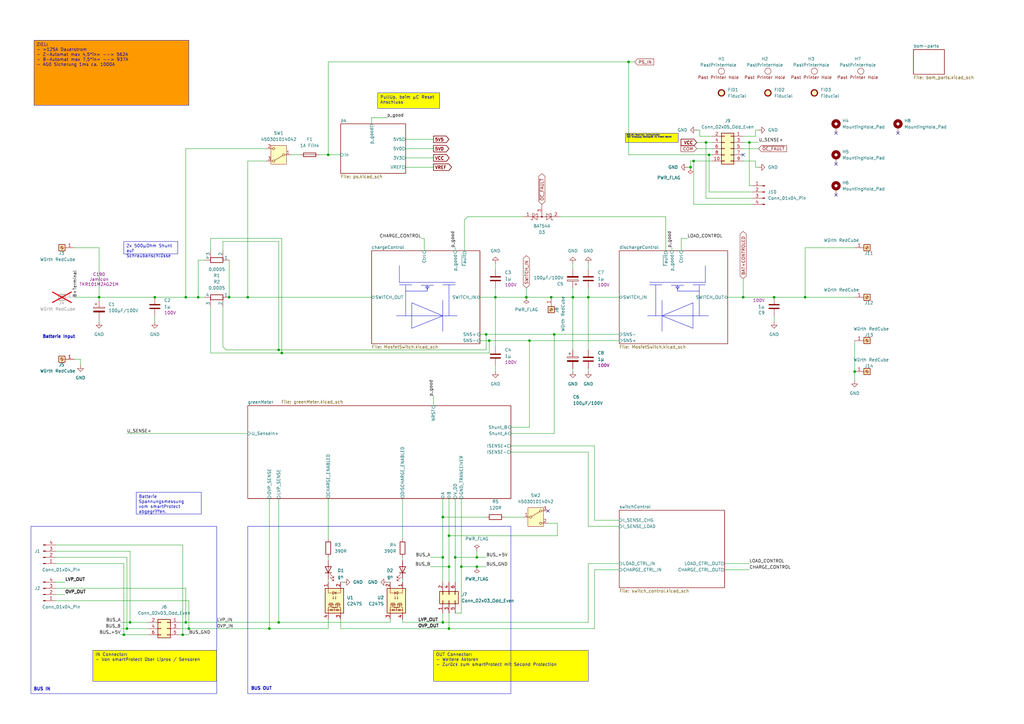
<source format=kicad_sch>
(kicad_sch
	(version 20250114)
	(generator "eeschema")
	(generator_version "9.0")
	(uuid "bf1f8167-8e29-49cc-a467-dd9cc2c77246")
	(paper "A3")
	(lib_symbols
		(symbol "Connector:Conn_01x04_Pin"
			(pin_names
				(offset 1.016)
				(hide yes)
			)
			(exclude_from_sim no)
			(in_bom yes)
			(on_board yes)
			(property "Reference" "J"
				(at 0 5.08 0)
				(effects
					(font
						(size 1.27 1.27)
					)
				)
			)
			(property "Value" "Conn_01x04_Pin"
				(at 0 -7.62 0)
				(effects
					(font
						(size 1.27 1.27)
					)
				)
			)
			(property "Footprint" ""
				(at 0 0 0)
				(effects
					(font
						(size 1.27 1.27)
					)
					(hide yes)
				)
			)
			(property "Datasheet" "~"
				(at 0 0 0)
				(effects
					(font
						(size 1.27 1.27)
					)
					(hide yes)
				)
			)
			(property "Description" "Generic connector, single row, 01x04, script generated"
				(at 0 0 0)
				(effects
					(font
						(size 1.27 1.27)
					)
					(hide yes)
				)
			)
			(property "ki_locked" ""
				(at 0 0 0)
				(effects
					(font
						(size 1.27 1.27)
					)
				)
			)
			(property "ki_keywords" "connector"
				(at 0 0 0)
				(effects
					(font
						(size 1.27 1.27)
					)
					(hide yes)
				)
			)
			(property "ki_fp_filters" "Connector*:*_1x??_*"
				(at 0 0 0)
				(effects
					(font
						(size 1.27 1.27)
					)
					(hide yes)
				)
			)
			(symbol "Conn_01x04_Pin_1_1"
				(rectangle
					(start 0.8636 2.667)
					(end 0 2.413)
					(stroke
						(width 0.1524)
						(type default)
					)
					(fill
						(type outline)
					)
				)
				(rectangle
					(start 0.8636 0.127)
					(end 0 -0.127)
					(stroke
						(width 0.1524)
						(type default)
					)
					(fill
						(type outline)
					)
				)
				(rectangle
					(start 0.8636 -2.413)
					(end 0 -2.667)
					(stroke
						(width 0.1524)
						(type default)
					)
					(fill
						(type outline)
					)
				)
				(rectangle
					(start 0.8636 -4.953)
					(end 0 -5.207)
					(stroke
						(width 0.1524)
						(type default)
					)
					(fill
						(type outline)
					)
				)
				(polyline
					(pts
						(xy 1.27 2.54) (xy 0.8636 2.54)
					)
					(stroke
						(width 0.1524)
						(type default)
					)
					(fill
						(type none)
					)
				)
				(polyline
					(pts
						(xy 1.27 0) (xy 0.8636 0)
					)
					(stroke
						(width 0.1524)
						(type default)
					)
					(fill
						(type none)
					)
				)
				(polyline
					(pts
						(xy 1.27 -2.54) (xy 0.8636 -2.54)
					)
					(stroke
						(width 0.1524)
						(type default)
					)
					(fill
						(type none)
					)
				)
				(polyline
					(pts
						(xy 1.27 -5.08) (xy 0.8636 -5.08)
					)
					(stroke
						(width 0.1524)
						(type default)
					)
					(fill
						(type none)
					)
				)
				(pin passive line
					(at 5.08 2.54 180)
					(length 3.81)
					(name "Pin_1"
						(effects
							(font
								(size 1.27 1.27)
							)
						)
					)
					(number "1"
						(effects
							(font
								(size 1.27 1.27)
							)
						)
					)
				)
				(pin passive line
					(at 5.08 0 180)
					(length 3.81)
					(name "Pin_2"
						(effects
							(font
								(size 1.27 1.27)
							)
						)
					)
					(number "2"
						(effects
							(font
								(size 1.27 1.27)
							)
						)
					)
				)
				(pin passive line
					(at 5.08 -2.54 180)
					(length 3.81)
					(name "Pin_3"
						(effects
							(font
								(size 1.27 1.27)
							)
						)
					)
					(number "3"
						(effects
							(font
								(size 1.27 1.27)
							)
						)
					)
				)
				(pin passive line
					(at 5.08 -5.08 180)
					(length 3.81)
					(name "Pin_4"
						(effects
							(font
								(size 1.27 1.27)
							)
						)
					)
					(number "4"
						(effects
							(font
								(size 1.27 1.27)
							)
						)
					)
				)
			)
			(embedded_fonts no)
		)
		(symbol "Connector:Screw_Terminal_01x01"
			(pin_names
				(offset 1.016)
				(hide yes)
			)
			(exclude_from_sim no)
			(in_bom yes)
			(on_board yes)
			(property "Reference" "J"
				(at 0 2.54 0)
				(effects
					(font
						(size 1.27 1.27)
					)
				)
			)
			(property "Value" "Screw_Terminal_01x01"
				(at 0 -2.54 0)
				(effects
					(font
						(size 1.27 1.27)
					)
				)
			)
			(property "Footprint" ""
				(at 0 0 0)
				(effects
					(font
						(size 1.27 1.27)
					)
					(hide yes)
				)
			)
			(property "Datasheet" "~"
				(at 0 0 0)
				(effects
					(font
						(size 1.27 1.27)
					)
					(hide yes)
				)
			)
			(property "Description" "Generic screw terminal, single row, 01x01, script generated (kicad-library-utils/schlib/autogen/connector/)"
				(at 0 0 0)
				(effects
					(font
						(size 1.27 1.27)
					)
					(hide yes)
				)
			)
			(property "ki_keywords" "screw terminal"
				(at 0 0 0)
				(effects
					(font
						(size 1.27 1.27)
					)
					(hide yes)
				)
			)
			(property "ki_fp_filters" "TerminalBlock*:*"
				(at 0 0 0)
				(effects
					(font
						(size 1.27 1.27)
					)
					(hide yes)
				)
			)
			(symbol "Screw_Terminal_01x01_1_1"
				(rectangle
					(start -1.27 1.27)
					(end 1.27 -1.27)
					(stroke
						(width 0.254)
						(type default)
					)
					(fill
						(type background)
					)
				)
				(polyline
					(pts
						(xy -0.5334 0.3302) (xy 0.3302 -0.508)
					)
					(stroke
						(width 0.1524)
						(type default)
					)
					(fill
						(type none)
					)
				)
				(polyline
					(pts
						(xy -0.3556 0.508) (xy 0.508 -0.3302)
					)
					(stroke
						(width 0.1524)
						(type default)
					)
					(fill
						(type none)
					)
				)
				(circle
					(center 0 0)
					(radius 0.635)
					(stroke
						(width 0.1524)
						(type default)
					)
					(fill
						(type none)
					)
				)
				(pin passive line
					(at -5.08 0 0)
					(length 3.81)
					(name "Pin_1"
						(effects
							(font
								(size 1.27 1.27)
							)
						)
					)
					(number "1"
						(effects
							(font
								(size 1.27 1.27)
							)
						)
					)
				)
			)
			(embedded_fonts no)
		)
		(symbol "Connector_Generic:Conn_02x03_Odd_Even"
			(pin_names
				(offset 1.016)
				(hide yes)
			)
			(exclude_from_sim no)
			(in_bom yes)
			(on_board yes)
			(property "Reference" "J"
				(at 1.27 5.08 0)
				(effects
					(font
						(size 1.27 1.27)
					)
				)
			)
			(property "Value" "Conn_02x03_Odd_Even"
				(at 1.27 -5.08 0)
				(effects
					(font
						(size 1.27 1.27)
					)
				)
			)
			(property "Footprint" ""
				(at 0 0 0)
				(effects
					(font
						(size 1.27 1.27)
					)
					(hide yes)
				)
			)
			(property "Datasheet" "~"
				(at 0 0 0)
				(effects
					(font
						(size 1.27 1.27)
					)
					(hide yes)
				)
			)
			(property "Description" "Generic connector, double row, 02x03, odd/even pin numbering scheme (row 1 odd numbers, row 2 even numbers), script generated (kicad-library-utils/schlib/autogen/connector/)"
				(at 0 0 0)
				(effects
					(font
						(size 1.27 1.27)
					)
					(hide yes)
				)
			)
			(property "ki_keywords" "connector"
				(at 0 0 0)
				(effects
					(font
						(size 1.27 1.27)
					)
					(hide yes)
				)
			)
			(property "ki_fp_filters" "Connector*:*_2x??_*"
				(at 0 0 0)
				(effects
					(font
						(size 1.27 1.27)
					)
					(hide yes)
				)
			)
			(symbol "Conn_02x03_Odd_Even_1_1"
				(rectangle
					(start -1.27 3.81)
					(end 3.81 -3.81)
					(stroke
						(width 0.254)
						(type default)
					)
					(fill
						(type background)
					)
				)
				(rectangle
					(start -1.27 2.667)
					(end 0 2.413)
					(stroke
						(width 0.1524)
						(type default)
					)
					(fill
						(type none)
					)
				)
				(rectangle
					(start -1.27 0.127)
					(end 0 -0.127)
					(stroke
						(width 0.1524)
						(type default)
					)
					(fill
						(type none)
					)
				)
				(rectangle
					(start -1.27 -2.413)
					(end 0 -2.667)
					(stroke
						(width 0.1524)
						(type default)
					)
					(fill
						(type none)
					)
				)
				(rectangle
					(start 3.81 2.667)
					(end 2.54 2.413)
					(stroke
						(width 0.1524)
						(type default)
					)
					(fill
						(type none)
					)
				)
				(rectangle
					(start 3.81 0.127)
					(end 2.54 -0.127)
					(stroke
						(width 0.1524)
						(type default)
					)
					(fill
						(type none)
					)
				)
				(rectangle
					(start 3.81 -2.413)
					(end 2.54 -2.667)
					(stroke
						(width 0.1524)
						(type default)
					)
					(fill
						(type none)
					)
				)
				(pin passive line
					(at -5.08 2.54 0)
					(length 3.81)
					(name "Pin_1"
						(effects
							(font
								(size 1.27 1.27)
							)
						)
					)
					(number "1"
						(effects
							(font
								(size 1.27 1.27)
							)
						)
					)
				)
				(pin passive line
					(at -5.08 0 0)
					(length 3.81)
					(name "Pin_3"
						(effects
							(font
								(size 1.27 1.27)
							)
						)
					)
					(number "3"
						(effects
							(font
								(size 1.27 1.27)
							)
						)
					)
				)
				(pin passive line
					(at -5.08 -2.54 0)
					(length 3.81)
					(name "Pin_5"
						(effects
							(font
								(size 1.27 1.27)
							)
						)
					)
					(number "5"
						(effects
							(font
								(size 1.27 1.27)
							)
						)
					)
				)
				(pin passive line
					(at 7.62 2.54 180)
					(length 3.81)
					(name "Pin_2"
						(effects
							(font
								(size 1.27 1.27)
							)
						)
					)
					(number "2"
						(effects
							(font
								(size 1.27 1.27)
							)
						)
					)
				)
				(pin passive line
					(at 7.62 0 180)
					(length 3.81)
					(name "Pin_4"
						(effects
							(font
								(size 1.27 1.27)
							)
						)
					)
					(number "4"
						(effects
							(font
								(size 1.27 1.27)
							)
						)
					)
				)
				(pin passive line
					(at 7.62 -2.54 180)
					(length 3.81)
					(name "Pin_6"
						(effects
							(font
								(size 1.27 1.27)
							)
						)
					)
					(number "6"
						(effects
							(font
								(size 1.27 1.27)
							)
						)
					)
				)
			)
			(embedded_fonts no)
		)
		(symbol "Connector_Generic:Conn_02x05_Odd_Even"
			(pin_names
				(offset 1.016)
				(hide yes)
			)
			(exclude_from_sim no)
			(in_bom yes)
			(on_board yes)
			(property "Reference" "J"
				(at 1.27 7.62 0)
				(effects
					(font
						(size 1.27 1.27)
					)
				)
			)
			(property "Value" "Conn_02x05_Odd_Even"
				(at 1.27 -7.62 0)
				(effects
					(font
						(size 1.27 1.27)
					)
				)
			)
			(property "Footprint" ""
				(at 0 0 0)
				(effects
					(font
						(size 1.27 1.27)
					)
					(hide yes)
				)
			)
			(property "Datasheet" "~"
				(at 0 0 0)
				(effects
					(font
						(size 1.27 1.27)
					)
					(hide yes)
				)
			)
			(property "Description" "Generic connector, double row, 02x05, odd/even pin numbering scheme (row 1 odd numbers, row 2 even numbers), script generated (kicad-library-utils/schlib/autogen/connector/)"
				(at 0 0 0)
				(effects
					(font
						(size 1.27 1.27)
					)
					(hide yes)
				)
			)
			(property "ki_keywords" "connector"
				(at 0 0 0)
				(effects
					(font
						(size 1.27 1.27)
					)
					(hide yes)
				)
			)
			(property "ki_fp_filters" "Connector*:*_2x??_*"
				(at 0 0 0)
				(effects
					(font
						(size 1.27 1.27)
					)
					(hide yes)
				)
			)
			(symbol "Conn_02x05_Odd_Even_1_1"
				(rectangle
					(start -1.27 6.35)
					(end 3.81 -6.35)
					(stroke
						(width 0.254)
						(type default)
					)
					(fill
						(type background)
					)
				)
				(rectangle
					(start -1.27 5.207)
					(end 0 4.953)
					(stroke
						(width 0.1524)
						(type default)
					)
					(fill
						(type none)
					)
				)
				(rectangle
					(start -1.27 2.667)
					(end 0 2.413)
					(stroke
						(width 0.1524)
						(type default)
					)
					(fill
						(type none)
					)
				)
				(rectangle
					(start -1.27 0.127)
					(end 0 -0.127)
					(stroke
						(width 0.1524)
						(type default)
					)
					(fill
						(type none)
					)
				)
				(rectangle
					(start -1.27 -2.413)
					(end 0 -2.667)
					(stroke
						(width 0.1524)
						(type default)
					)
					(fill
						(type none)
					)
				)
				(rectangle
					(start -1.27 -4.953)
					(end 0 -5.207)
					(stroke
						(width 0.1524)
						(type default)
					)
					(fill
						(type none)
					)
				)
				(rectangle
					(start 3.81 5.207)
					(end 2.54 4.953)
					(stroke
						(width 0.1524)
						(type default)
					)
					(fill
						(type none)
					)
				)
				(rectangle
					(start 3.81 2.667)
					(end 2.54 2.413)
					(stroke
						(width 0.1524)
						(type default)
					)
					(fill
						(type none)
					)
				)
				(rectangle
					(start 3.81 0.127)
					(end 2.54 -0.127)
					(stroke
						(width 0.1524)
						(type default)
					)
					(fill
						(type none)
					)
				)
				(rectangle
					(start 3.81 -2.413)
					(end 2.54 -2.667)
					(stroke
						(width 0.1524)
						(type default)
					)
					(fill
						(type none)
					)
				)
				(rectangle
					(start 3.81 -4.953)
					(end 2.54 -5.207)
					(stroke
						(width 0.1524)
						(type default)
					)
					(fill
						(type none)
					)
				)
				(pin passive line
					(at -5.08 5.08 0)
					(length 3.81)
					(name "Pin_1"
						(effects
							(font
								(size 1.27 1.27)
							)
						)
					)
					(number "1"
						(effects
							(font
								(size 1.27 1.27)
							)
						)
					)
				)
				(pin passive line
					(at -5.08 2.54 0)
					(length 3.81)
					(name "Pin_3"
						(effects
							(font
								(size 1.27 1.27)
							)
						)
					)
					(number "3"
						(effects
							(font
								(size 1.27 1.27)
							)
						)
					)
				)
				(pin passive line
					(at -5.08 0 0)
					(length 3.81)
					(name "Pin_5"
						(effects
							(font
								(size 1.27 1.27)
							)
						)
					)
					(number "5"
						(effects
							(font
								(size 1.27 1.27)
							)
						)
					)
				)
				(pin passive line
					(at -5.08 -2.54 0)
					(length 3.81)
					(name "Pin_7"
						(effects
							(font
								(size 1.27 1.27)
							)
						)
					)
					(number "7"
						(effects
							(font
								(size 1.27 1.27)
							)
						)
					)
				)
				(pin passive line
					(at -5.08 -5.08 0)
					(length 3.81)
					(name "Pin_9"
						(effects
							(font
								(size 1.27 1.27)
							)
						)
					)
					(number "9"
						(effects
							(font
								(size 1.27 1.27)
							)
						)
					)
				)
				(pin passive line
					(at 7.62 5.08 180)
					(length 3.81)
					(name "Pin_2"
						(effects
							(font
								(size 1.27 1.27)
							)
						)
					)
					(number "2"
						(effects
							(font
								(size 1.27 1.27)
							)
						)
					)
				)
				(pin passive line
					(at 7.62 2.54 180)
					(length 3.81)
					(name "Pin_4"
						(effects
							(font
								(size 1.27 1.27)
							)
						)
					)
					(number "4"
						(effects
							(font
								(size 1.27 1.27)
							)
						)
					)
				)
				(pin passive line
					(at 7.62 0 180)
					(length 3.81)
					(name "Pin_6"
						(effects
							(font
								(size 1.27 1.27)
							)
						)
					)
					(number "6"
						(effects
							(font
								(size 1.27 1.27)
							)
						)
					)
				)
				(pin passive line
					(at 7.62 -2.54 180)
					(length 3.81)
					(name "Pin_8"
						(effects
							(font
								(size 1.27 1.27)
							)
						)
					)
					(number "8"
						(effects
							(font
								(size 1.27 1.27)
							)
						)
					)
				)
				(pin passive line
					(at 7.62 -5.08 180)
					(length 3.81)
					(name "Pin_10"
						(effects
							(font
								(size 1.27 1.27)
							)
						)
					)
					(number "10"
						(effects
							(font
								(size 1.27 1.27)
							)
						)
					)
				)
			)
			(embedded_fonts no)
		)
		(symbol "Device:C"
			(pin_numbers
				(hide yes)
			)
			(pin_names
				(offset 0.254)
			)
			(exclude_from_sim no)
			(in_bom yes)
			(on_board yes)
			(property "Reference" "C"
				(at 0.635 2.54 0)
				(effects
					(font
						(size 1.27 1.27)
					)
					(justify left)
				)
			)
			(property "Value" "C"
				(at 0.635 -2.54 0)
				(effects
					(font
						(size 1.27 1.27)
					)
					(justify left)
				)
			)
			(property "Footprint" ""
				(at 0.9652 -3.81 0)
				(effects
					(font
						(size 1.27 1.27)
					)
					(hide yes)
				)
			)
			(property "Datasheet" "~"
				(at 0 0 0)
				(effects
					(font
						(size 1.27 1.27)
					)
					(hide yes)
				)
			)
			(property "Description" "Unpolarized capacitor"
				(at 0 0 0)
				(effects
					(font
						(size 1.27 1.27)
					)
					(hide yes)
				)
			)
			(property "ki_keywords" "cap capacitor"
				(at 0 0 0)
				(effects
					(font
						(size 1.27 1.27)
					)
					(hide yes)
				)
			)
			(property "ki_fp_filters" "C_*"
				(at 0 0 0)
				(effects
					(font
						(size 1.27 1.27)
					)
					(hide yes)
				)
			)
			(symbol "C_0_1"
				(polyline
					(pts
						(xy -2.032 0.762) (xy 2.032 0.762)
					)
					(stroke
						(width 0.508)
						(type default)
					)
					(fill
						(type none)
					)
				)
				(polyline
					(pts
						(xy -2.032 -0.762) (xy 2.032 -0.762)
					)
					(stroke
						(width 0.508)
						(type default)
					)
					(fill
						(type none)
					)
				)
			)
			(symbol "C_1_1"
				(pin passive line
					(at 0 3.81 270)
					(length 2.794)
					(name "~"
						(effects
							(font
								(size 1.27 1.27)
							)
						)
					)
					(number "1"
						(effects
							(font
								(size 1.27 1.27)
							)
						)
					)
				)
				(pin passive line
					(at 0 -3.81 90)
					(length 2.794)
					(name "~"
						(effects
							(font
								(size 1.27 1.27)
							)
						)
					)
					(number "2"
						(effects
							(font
								(size 1.27 1.27)
							)
						)
					)
				)
			)
			(embedded_fonts no)
		)
		(symbol "Device:C_Polarized"
			(pin_numbers
				(hide yes)
			)
			(pin_names
				(offset 0.254)
			)
			(exclude_from_sim no)
			(in_bom yes)
			(on_board yes)
			(property "Reference" "C"
				(at 0.635 2.54 0)
				(effects
					(font
						(size 1.27 1.27)
					)
					(justify left)
				)
			)
			(property "Value" "C_Polarized"
				(at 0.635 -2.54 0)
				(effects
					(font
						(size 1.27 1.27)
					)
					(justify left)
				)
			)
			(property "Footprint" ""
				(at 0.9652 -3.81 0)
				(effects
					(font
						(size 1.27 1.27)
					)
					(hide yes)
				)
			)
			(property "Datasheet" "~"
				(at 0 0 0)
				(effects
					(font
						(size 1.27 1.27)
					)
					(hide yes)
				)
			)
			(property "Description" "Polarized capacitor"
				(at 0 0 0)
				(effects
					(font
						(size 1.27 1.27)
					)
					(hide yes)
				)
			)
			(property "ki_keywords" "cap capacitor"
				(at 0 0 0)
				(effects
					(font
						(size 1.27 1.27)
					)
					(hide yes)
				)
			)
			(property "ki_fp_filters" "CP_*"
				(at 0 0 0)
				(effects
					(font
						(size 1.27 1.27)
					)
					(hide yes)
				)
			)
			(symbol "C_Polarized_0_1"
				(rectangle
					(start -2.286 0.508)
					(end 2.286 1.016)
					(stroke
						(width 0)
						(type default)
					)
					(fill
						(type none)
					)
				)
				(polyline
					(pts
						(xy -1.778 2.286) (xy -0.762 2.286)
					)
					(stroke
						(width 0)
						(type default)
					)
					(fill
						(type none)
					)
				)
				(polyline
					(pts
						(xy -1.27 2.794) (xy -1.27 1.778)
					)
					(stroke
						(width 0)
						(type default)
					)
					(fill
						(type none)
					)
				)
				(rectangle
					(start 2.286 -0.508)
					(end -2.286 -1.016)
					(stroke
						(width 0)
						(type default)
					)
					(fill
						(type outline)
					)
				)
			)
			(symbol "C_Polarized_1_1"
				(pin passive line
					(at 0 3.81 270)
					(length 2.794)
					(name "~"
						(effects
							(font
								(size 1.27 1.27)
							)
						)
					)
					(number "1"
						(effects
							(font
								(size 1.27 1.27)
							)
						)
					)
				)
				(pin passive line
					(at 0 -3.81 90)
					(length 2.794)
					(name "~"
						(effects
							(font
								(size 1.27 1.27)
							)
						)
					)
					(number "2"
						(effects
							(font
								(size 1.27 1.27)
							)
						)
					)
				)
			)
			(embedded_fonts no)
		)
		(symbol "Device:Fuse"
			(pin_numbers
				(hide yes)
			)
			(pin_names
				(offset 0)
			)
			(exclude_from_sim no)
			(in_bom yes)
			(on_board yes)
			(property "Reference" "F"
				(at 2.032 0 90)
				(effects
					(font
						(size 1.27 1.27)
					)
				)
			)
			(property "Value" "Fuse"
				(at -1.905 0 90)
				(effects
					(font
						(size 1.27 1.27)
					)
				)
			)
			(property "Footprint" ""
				(at -1.778 0 90)
				(effects
					(font
						(size 1.27 1.27)
					)
					(hide yes)
				)
			)
			(property "Datasheet" "~"
				(at 0 0 0)
				(effects
					(font
						(size 1.27 1.27)
					)
					(hide yes)
				)
			)
			(property "Description" "Fuse"
				(at 0 0 0)
				(effects
					(font
						(size 1.27 1.27)
					)
					(hide yes)
				)
			)
			(property "ki_keywords" "fuse"
				(at 0 0 0)
				(effects
					(font
						(size 1.27 1.27)
					)
					(hide yes)
				)
			)
			(property "ki_fp_filters" "*Fuse*"
				(at 0 0 0)
				(effects
					(font
						(size 1.27 1.27)
					)
					(hide yes)
				)
			)
			(symbol "Fuse_0_1"
				(rectangle
					(start -0.762 -2.54)
					(end 0.762 2.54)
					(stroke
						(width 0.254)
						(type default)
					)
					(fill
						(type none)
					)
				)
				(polyline
					(pts
						(xy 0 2.54) (xy 0 -2.54)
					)
					(stroke
						(width 0)
						(type default)
					)
					(fill
						(type none)
					)
				)
			)
			(symbol "Fuse_1_1"
				(pin passive line
					(at 0 3.81 270)
					(length 1.27)
					(name "~"
						(effects
							(font
								(size 1.27 1.27)
							)
						)
					)
					(number "1"
						(effects
							(font
								(size 1.27 1.27)
							)
						)
					)
				)
				(pin passive line
					(at 0 -3.81 90)
					(length 1.27)
					(name "~"
						(effects
							(font
								(size 1.27 1.27)
							)
						)
					)
					(number "2"
						(effects
							(font
								(size 1.27 1.27)
							)
						)
					)
				)
			)
			(embedded_fonts no)
		)
		(symbol "Device:LED"
			(pin_numbers
				(hide yes)
			)
			(pin_names
				(offset 1.016)
				(hide yes)
			)
			(exclude_from_sim no)
			(in_bom yes)
			(on_board yes)
			(property "Reference" "D"
				(at 0 2.54 0)
				(effects
					(font
						(size 1.27 1.27)
					)
				)
			)
			(property "Value" "LED"
				(at 0 -2.54 0)
				(effects
					(font
						(size 1.27 1.27)
					)
				)
			)
			(property "Footprint" ""
				(at 0 0 0)
				(effects
					(font
						(size 1.27 1.27)
					)
					(hide yes)
				)
			)
			(property "Datasheet" "~"
				(at 0 0 0)
				(effects
					(font
						(size 1.27 1.27)
					)
					(hide yes)
				)
			)
			(property "Description" "Light emitting diode"
				(at 0 0 0)
				(effects
					(font
						(size 1.27 1.27)
					)
					(hide yes)
				)
			)
			(property "Sim.Pins" "1=K 2=A"
				(at 0 0 0)
				(effects
					(font
						(size 1.27 1.27)
					)
					(hide yes)
				)
			)
			(property "ki_keywords" "LED diode"
				(at 0 0 0)
				(effects
					(font
						(size 1.27 1.27)
					)
					(hide yes)
				)
			)
			(property "ki_fp_filters" "LED* LED_SMD:* LED_THT:*"
				(at 0 0 0)
				(effects
					(font
						(size 1.27 1.27)
					)
					(hide yes)
				)
			)
			(symbol "LED_0_1"
				(polyline
					(pts
						(xy -3.048 -0.762) (xy -4.572 -2.286) (xy -3.81 -2.286) (xy -4.572 -2.286) (xy -4.572 -1.524)
					)
					(stroke
						(width 0)
						(type default)
					)
					(fill
						(type none)
					)
				)
				(polyline
					(pts
						(xy -1.778 -0.762) (xy -3.302 -2.286) (xy -2.54 -2.286) (xy -3.302 -2.286) (xy -3.302 -1.524)
					)
					(stroke
						(width 0)
						(type default)
					)
					(fill
						(type none)
					)
				)
				(polyline
					(pts
						(xy -1.27 0) (xy 1.27 0)
					)
					(stroke
						(width 0)
						(type default)
					)
					(fill
						(type none)
					)
				)
				(polyline
					(pts
						(xy -1.27 -1.27) (xy -1.27 1.27)
					)
					(stroke
						(width 0.254)
						(type default)
					)
					(fill
						(type none)
					)
				)
				(polyline
					(pts
						(xy 1.27 -1.27) (xy 1.27 1.27) (xy -1.27 0) (xy 1.27 -1.27)
					)
					(stroke
						(width 0.254)
						(type default)
					)
					(fill
						(type none)
					)
				)
			)
			(symbol "LED_1_1"
				(pin passive line
					(at -3.81 0 0)
					(length 2.54)
					(name "K"
						(effects
							(font
								(size 1.27 1.27)
							)
						)
					)
					(number "1"
						(effects
							(font
								(size 1.27 1.27)
							)
						)
					)
				)
				(pin passive line
					(at 3.81 0 180)
					(length 2.54)
					(name "A"
						(effects
							(font
								(size 1.27 1.27)
							)
						)
					)
					(number "2"
						(effects
							(font
								(size 1.27 1.27)
							)
						)
					)
				)
			)
			(embedded_fonts no)
		)
		(symbol "Device:R"
			(pin_numbers
				(hide yes)
			)
			(pin_names
				(offset 0)
			)
			(exclude_from_sim no)
			(in_bom yes)
			(on_board yes)
			(property "Reference" "R"
				(at 2.032 0 90)
				(effects
					(font
						(size 1.27 1.27)
					)
				)
			)
			(property "Value" "R"
				(at 0 0 90)
				(effects
					(font
						(size 1.27 1.27)
					)
				)
			)
			(property "Footprint" ""
				(at -1.778 0 90)
				(effects
					(font
						(size 1.27 1.27)
					)
					(hide yes)
				)
			)
			(property "Datasheet" "~"
				(at 0 0 0)
				(effects
					(font
						(size 1.27 1.27)
					)
					(hide yes)
				)
			)
			(property "Description" "Resistor"
				(at 0 0 0)
				(effects
					(font
						(size 1.27 1.27)
					)
					(hide yes)
				)
			)
			(property "ki_keywords" "R res resistor"
				(at 0 0 0)
				(effects
					(font
						(size 1.27 1.27)
					)
					(hide yes)
				)
			)
			(property "ki_fp_filters" "R_*"
				(at 0 0 0)
				(effects
					(font
						(size 1.27 1.27)
					)
					(hide yes)
				)
			)
			(symbol "R_0_1"
				(rectangle
					(start -1.016 -2.54)
					(end 1.016 2.54)
					(stroke
						(width 0.254)
						(type default)
					)
					(fill
						(type none)
					)
				)
			)
			(symbol "R_1_1"
				(pin passive line
					(at 0 3.81 270)
					(length 1.27)
					(name "~"
						(effects
							(font
								(size 1.27 1.27)
							)
						)
					)
					(number "1"
						(effects
							(font
								(size 1.27 1.27)
							)
						)
					)
				)
				(pin passive line
					(at 0 -3.81 90)
					(length 1.27)
					(name "~"
						(effects
							(font
								(size 1.27 1.27)
							)
						)
					)
					(number "2"
						(effects
							(font
								(size 1.27 1.27)
							)
						)
					)
				)
			)
			(embedded_fonts no)
		)
		(symbol "Device:R_Shunt"
			(pin_numbers
				(hide yes)
			)
			(pin_names
				(offset 0)
			)
			(exclude_from_sim no)
			(in_bom yes)
			(on_board yes)
			(property "Reference" "R"
				(at -4.445 0 90)
				(effects
					(font
						(size 1.27 1.27)
					)
				)
			)
			(property "Value" "R_Shunt"
				(at -2.54 0 90)
				(effects
					(font
						(size 1.27 1.27)
					)
				)
			)
			(property "Footprint" ""
				(at -1.778 0 90)
				(effects
					(font
						(size 1.27 1.27)
					)
					(hide yes)
				)
			)
			(property "Datasheet" "~"
				(at 0 0 0)
				(effects
					(font
						(size 1.27 1.27)
					)
					(hide yes)
				)
			)
			(property "Description" "Shunt resistor"
				(at 0 0 0)
				(effects
					(font
						(size 1.27 1.27)
					)
					(hide yes)
				)
			)
			(property "ki_keywords" "R res shunt resistor"
				(at 0 0 0)
				(effects
					(font
						(size 1.27 1.27)
					)
					(hide yes)
				)
			)
			(property "ki_fp_filters" "R_*Shunt*"
				(at 0 0 0)
				(effects
					(font
						(size 1.27 1.27)
					)
					(hide yes)
				)
			)
			(symbol "R_Shunt_0_1"
				(rectangle
					(start -1.016 -2.54)
					(end 1.016 2.54)
					(stroke
						(width 0.254)
						(type default)
					)
					(fill
						(type none)
					)
				)
				(polyline
					(pts
						(xy 0 -2.54) (xy 1.27 -2.54)
					)
					(stroke
						(width 0)
						(type default)
					)
					(fill
						(type none)
					)
				)
				(polyline
					(pts
						(xy 1.27 2.54) (xy 0 2.54)
					)
					(stroke
						(width 0)
						(type default)
					)
					(fill
						(type none)
					)
				)
			)
			(symbol "R_Shunt_1_1"
				(pin passive line
					(at 0 5.08 270)
					(length 2.54)
					(name "1"
						(effects
							(font
								(size 1.27 1.27)
							)
						)
					)
					(number "1"
						(effects
							(font
								(size 1.27 1.27)
							)
						)
					)
				)
				(pin passive line
					(at 0 -5.08 90)
					(length 2.54)
					(name "4"
						(effects
							(font
								(size 1.27 1.27)
							)
						)
					)
					(number "4"
						(effects
							(font
								(size 1.27 1.27)
							)
						)
					)
				)
				(pin passive line
					(at 3.81 2.54 180)
					(length 2.54)
					(name "2"
						(effects
							(font
								(size 1.27 1.27)
							)
						)
					)
					(number "2"
						(effects
							(font
								(size 1.27 1.27)
							)
						)
					)
				)
				(pin passive line
					(at 3.81 -2.54 180)
					(length 2.54)
					(name "3"
						(effects
							(font
								(size 1.27 1.27)
							)
						)
					)
					(number "3"
						(effects
							(font
								(size 1.27 1.27)
							)
						)
					)
				)
			)
			(embedded_fonts no)
		)
		(symbol "Diode:BAT54A"
			(pin_names
				(offset 1.016)
			)
			(exclude_from_sim no)
			(in_bom yes)
			(on_board yes)
			(property "Reference" "D"
				(at 0.635 -3.81 0)
				(effects
					(font
						(size 1.27 1.27)
					)
					(justify left)
				)
			)
			(property "Value" "BAT54A"
				(at -6.35 3.175 0)
				(effects
					(font
						(size 1.27 1.27)
					)
					(justify left)
				)
			)
			(property "Footprint" "Package_TO_SOT_SMD:SOT-23"
				(at 1.905 3.175 0)
				(effects
					(font
						(size 1.27 1.27)
					)
					(justify left)
					(hide yes)
				)
			)
			(property "Datasheet" "http://www.diodes.com/_files/datasheets/ds11005.pdf"
				(at -3.048 0 0)
				(effects
					(font
						(size 1.27 1.27)
					)
					(hide yes)
				)
			)
			(property "Description" "schottky barrier diode"
				(at 0 0 0)
				(effects
					(font
						(size 1.27 1.27)
					)
					(hide yes)
				)
			)
			(property "ki_keywords" "schottky diode"
				(at 0 0 0)
				(effects
					(font
						(size 1.27 1.27)
					)
					(hide yes)
				)
			)
			(property "ki_fp_filters" "SOT?23*"
				(at 0 0 0)
				(effects
					(font
						(size 1.27 1.27)
					)
					(hide yes)
				)
			)
			(symbol "BAT54A_0_1"
				(polyline
					(pts
						(xy -4.445 1.27) (xy -4.445 1.016)
					)
					(stroke
						(width 0)
						(type default)
					)
					(fill
						(type none)
					)
				)
				(polyline
					(pts
						(xy -3.81 1.27) (xy -4.445 1.27)
					)
					(stroke
						(width 0)
						(type default)
					)
					(fill
						(type none)
					)
				)
				(polyline
					(pts
						(xy -3.81 0) (xy -1.27 0)
					)
					(stroke
						(width 0)
						(type default)
					)
					(fill
						(type none)
					)
				)
				(polyline
					(pts
						(xy -3.81 -1.27) (xy -3.81 1.27)
					)
					(stroke
						(width 0)
						(type default)
					)
					(fill
						(type none)
					)
				)
				(polyline
					(pts
						(xy -3.81 -1.27) (xy -3.175 -1.27)
					)
					(stroke
						(width 0)
						(type default)
					)
					(fill
						(type none)
					)
				)
				(polyline
					(pts
						(xy -3.175 -1.27) (xy -3.175 -1.016)
					)
					(stroke
						(width 0)
						(type default)
					)
					(fill
						(type none)
					)
				)
				(polyline
					(pts
						(xy -1.905 1.27) (xy -1.905 -1.27) (xy -3.81 0) (xy -1.905 1.27)
					)
					(stroke
						(width 0)
						(type default)
					)
					(fill
						(type none)
					)
				)
				(polyline
					(pts
						(xy -1.905 0) (xy 1.905 0)
					)
					(stroke
						(width 0)
						(type default)
					)
					(fill
						(type none)
					)
				)
				(circle
					(center 0 0)
					(radius 0.254)
					(stroke
						(width 0)
						(type default)
					)
					(fill
						(type outline)
					)
				)
				(polyline
					(pts
						(xy 1.27 0) (xy 3.81 0)
					)
					(stroke
						(width 0)
						(type default)
					)
					(fill
						(type none)
					)
				)
				(polyline
					(pts
						(xy 1.905 1.27) (xy 1.905 -1.27) (xy 3.81 0) (xy 1.905 1.27)
					)
					(stroke
						(width 0)
						(type default)
					)
					(fill
						(type none)
					)
				)
				(polyline
					(pts
						(xy 3.175 -1.27) (xy 3.175 -1.016)
					)
					(stroke
						(width 0)
						(type default)
					)
					(fill
						(type none)
					)
				)
				(polyline
					(pts
						(xy 3.81 1.27) (xy 4.445 1.27)
					)
					(stroke
						(width 0)
						(type default)
					)
					(fill
						(type none)
					)
				)
				(polyline
					(pts
						(xy 3.81 -1.27) (xy 3.175 -1.27)
					)
					(stroke
						(width 0)
						(type default)
					)
					(fill
						(type none)
					)
				)
				(polyline
					(pts
						(xy 3.81 -1.27) (xy 3.81 1.27)
					)
					(stroke
						(width 0)
						(type default)
					)
					(fill
						(type none)
					)
				)
				(polyline
					(pts
						(xy 4.445 1.27) (xy 4.445 1.016)
					)
					(stroke
						(width 0)
						(type default)
					)
					(fill
						(type none)
					)
				)
			)
			(symbol "BAT54A_1_1"
				(pin passive line
					(at -7.62 0 0)
					(length 3.81)
					(name "~"
						(effects
							(font
								(size 1.27 1.27)
							)
						)
					)
					(number "1"
						(effects
							(font
								(size 1.27 1.27)
							)
						)
					)
				)
				(pin passive line
					(at 0 -5.08 90)
					(length 5.08)
					(name "~"
						(effects
							(font
								(size 1.27 1.27)
							)
						)
					)
					(number "3"
						(effects
							(font
								(size 1.27 1.27)
							)
						)
					)
				)
				(pin passive line
					(at 7.62 0 180)
					(length 3.81)
					(name "~"
						(effects
							(font
								(size 1.27 1.27)
							)
						)
					)
					(number "2"
						(effects
							(font
								(size 1.27 1.27)
							)
						)
					)
				)
			)
			(embedded_fonts no)
		)
		(symbol "Mechanical:Fiducial"
			(exclude_from_sim yes)
			(in_bom no)
			(on_board yes)
			(property "Reference" "FID"
				(at 0 5.08 0)
				(effects
					(font
						(size 1.27 1.27)
					)
				)
			)
			(property "Value" "Fiducial"
				(at 0 3.175 0)
				(effects
					(font
						(size 1.27 1.27)
					)
				)
			)
			(property "Footprint" ""
				(at 0 0 0)
				(effects
					(font
						(size 1.27 1.27)
					)
					(hide yes)
				)
			)
			(property "Datasheet" "~"
				(at 0 0 0)
				(effects
					(font
						(size 1.27 1.27)
					)
					(hide yes)
				)
			)
			(property "Description" "Fiducial Marker"
				(at 0 0 0)
				(effects
					(font
						(size 1.27 1.27)
					)
					(hide yes)
				)
			)
			(property "ki_keywords" "fiducial marker"
				(at 0 0 0)
				(effects
					(font
						(size 1.27 1.27)
					)
					(hide yes)
				)
			)
			(property "ki_fp_filters" "Fiducial*"
				(at 0 0 0)
				(effects
					(font
						(size 1.27 1.27)
					)
					(hide yes)
				)
			)
			(symbol "Fiducial_0_1"
				(circle
					(center 0 0)
					(radius 1.27)
					(stroke
						(width 0.508)
						(type default)
					)
					(fill
						(type background)
					)
				)
			)
			(embedded_fonts no)
		)
		(symbol "Mechanical:MountingHole_Pad"
			(pin_numbers
				(hide yes)
			)
			(pin_names
				(offset 1.016)
				(hide yes)
			)
			(exclude_from_sim yes)
			(in_bom no)
			(on_board yes)
			(property "Reference" "H"
				(at 0 6.35 0)
				(effects
					(font
						(size 1.27 1.27)
					)
				)
			)
			(property "Value" "MountingHole_Pad"
				(at 0 4.445 0)
				(effects
					(font
						(size 1.27 1.27)
					)
				)
			)
			(property "Footprint" ""
				(at 0 0 0)
				(effects
					(font
						(size 1.27 1.27)
					)
					(hide yes)
				)
			)
			(property "Datasheet" "~"
				(at 0 0 0)
				(effects
					(font
						(size 1.27 1.27)
					)
					(hide yes)
				)
			)
			(property "Description" "Mounting Hole with connection"
				(at 0 0 0)
				(effects
					(font
						(size 1.27 1.27)
					)
					(hide yes)
				)
			)
			(property "ki_keywords" "mounting hole"
				(at 0 0 0)
				(effects
					(font
						(size 1.27 1.27)
					)
					(hide yes)
				)
			)
			(property "ki_fp_filters" "MountingHole*Pad*"
				(at 0 0 0)
				(effects
					(font
						(size 1.27 1.27)
					)
					(hide yes)
				)
			)
			(symbol "MountingHole_Pad_0_1"
				(circle
					(center 0 1.27)
					(radius 1.27)
					(stroke
						(width 1.27)
						(type default)
					)
					(fill
						(type none)
					)
				)
			)
			(symbol "MountingHole_Pad_1_1"
				(pin input line
					(at 0 -2.54 90)
					(length 2.54)
					(name "1"
						(effects
							(font
								(size 1.27 1.27)
							)
						)
					)
					(number "1"
						(effects
							(font
								(size 1.27 1.27)
							)
						)
					)
				)
			)
			(embedded_fonts no)
		)
		(symbol "Relay_SolidState:ASSR-1218"
			(exclude_from_sim no)
			(in_bom yes)
			(on_board yes)
			(property "Reference" "U"
				(at -5.08 5.08 0)
				(effects
					(font
						(size 1.27 1.27)
					)
					(justify left)
				)
			)
			(property "Value" "ASSR-1218"
				(at 0 5.08 0)
				(effects
					(font
						(size 1.27 1.27)
					)
					(justify left)
				)
			)
			(property "Footprint" "Package_SO:SO-4_4.4x4.3mm_P2.54mm"
				(at -5.08 -5.08 0)
				(effects
					(font
						(size 1.27 1.27)
						(italic yes)
					)
					(justify left)
					(hide yes)
				)
			)
			(property "Datasheet" "https://docs.broadcom.com/docs/AV02-0173EN"
				(at 0 0 0)
				(effects
					(font
						(size 1.27 1.27)
					)
					(justify left)
					(hide yes)
				)
			)
			(property "Description" "Form A, Solid State Relay (Photo MOSFET) 60V, 0.2A, 10Ohm, SO-4"
				(at 0 0 0)
				(effects
					(font
						(size 1.27 1.27)
					)
					(hide yes)
				)
			)
			(property "ki_keywords" "MOSFET Output Photorelay 1-Form-A"
				(at 0 0 0)
				(effects
					(font
						(size 1.27 1.27)
					)
					(hide yes)
				)
			)
			(property "ki_fp_filters" "SO*4.4x4.3mm*P2.54mm*"
				(at 0 0 0)
				(effects
					(font
						(size 1.27 1.27)
					)
					(hide yes)
				)
			)
			(symbol "ASSR-1218_0_1"
				(rectangle
					(start -5.08 3.81)
					(end 5.08 -3.81)
					(stroke
						(width 0.254)
						(type default)
					)
					(fill
						(type background)
					)
				)
				(polyline
					(pts
						(xy -5.08 2.54) (xy -3.175 2.54) (xy -3.175 -2.54) (xy -5.08 -2.54)
					)
					(stroke
						(width 0)
						(type default)
					)
					(fill
						(type none)
					)
				)
				(polyline
					(pts
						(xy -3.81 -0.635) (xy -2.54 -0.635)
					)
					(stroke
						(width 0)
						(type default)
					)
					(fill
						(type none)
					)
				)
				(polyline
					(pts
						(xy -3.175 -0.635) (xy -3.81 0.635) (xy -2.54 0.635) (xy -3.175 -0.635)
					)
					(stroke
						(width 0)
						(type default)
					)
					(fill
						(type none)
					)
				)
				(polyline
					(pts
						(xy -1.905 0.508) (xy -0.635 0.508) (xy -1.016 0.381) (xy -1.016 0.635) (xy -0.635 0.508)
					)
					(stroke
						(width 0)
						(type default)
					)
					(fill
						(type none)
					)
				)
				(polyline
					(pts
						(xy -1.905 -0.508) (xy -0.635 -0.508) (xy -1.016 -0.635) (xy -1.016 -0.381) (xy -0.635 -0.508)
					)
					(stroke
						(width 0)
						(type default)
					)
					(fill
						(type none)
					)
				)
				(polyline
					(pts
						(xy 1.016 2.159) (xy 1.016 0.635)
					)
					(stroke
						(width 0.2032)
						(type default)
					)
					(fill
						(type none)
					)
				)
				(polyline
					(pts
						(xy 1.016 -0.635) (xy 1.016 -2.159)
					)
					(stroke
						(width 0.2032)
						(type default)
					)
					(fill
						(type none)
					)
				)
				(polyline
					(pts
						(xy 1.524 2.286) (xy 1.524 2.032) (xy 1.524 2.032)
					)
					(stroke
						(width 0.3556)
						(type default)
					)
					(fill
						(type none)
					)
				)
				(polyline
					(pts
						(xy 1.524 1.524) (xy 1.524 1.27) (xy 1.524 1.27)
					)
					(stroke
						(width 0.3556)
						(type default)
					)
					(fill
						(type none)
					)
				)
				(polyline
					(pts
						(xy 1.524 0.762) (xy 1.524 0.508) (xy 1.524 0.508)
					)
					(stroke
						(width 0.3556)
						(type default)
					)
					(fill
						(type none)
					)
				)
				(polyline
					(pts
						(xy 1.524 -0.508) (xy 1.524 -0.762)
					)
					(stroke
						(width 0.3556)
						(type default)
					)
					(fill
						(type none)
					)
				)
				(polyline
					(pts
						(xy 1.524 -1.27) (xy 1.524 -1.524) (xy 1.524 -1.524)
					)
					(stroke
						(width 0.3556)
						(type default)
					)
					(fill
						(type none)
					)
				)
				(polyline
					(pts
						(xy 1.524 -2.032) (xy 1.524 -2.286) (xy 1.524 -2.286)
					)
					(stroke
						(width 0.3556)
						(type default)
					)
					(fill
						(type none)
					)
				)
				(polyline
					(pts
						(xy 1.651 2.159) (xy 2.794 2.159) (xy 2.794 2.54) (xy 5.08 2.54)
					)
					(stroke
						(width 0)
						(type default)
					)
					(fill
						(type none)
					)
				)
				(polyline
					(pts
						(xy 1.651 1.397) (xy 2.794 1.397) (xy 2.794 0.635)
					)
					(stroke
						(width 0)
						(type default)
					)
					(fill
						(type none)
					)
				)
				(polyline
					(pts
						(xy 1.651 -0.635) (xy 2.794 -0.635) (xy 2.794 0.635) (xy 1.651 0.635)
					)
					(stroke
						(width 0)
						(type default)
					)
					(fill
						(type none)
					)
				)
				(polyline
					(pts
						(xy 1.651 -1.397) (xy 2.794 -1.397) (xy 2.794 -0.635)
					)
					(stroke
						(width 0)
						(type default)
					)
					(fill
						(type none)
					)
				)
				(polyline
					(pts
						(xy 1.651 -2.159) (xy 2.794 -2.159) (xy 2.794 -2.54) (xy 5.08 -2.54)
					)
					(stroke
						(width 0)
						(type default)
					)
					(fill
						(type none)
					)
				)
				(polyline
					(pts
						(xy 1.778 1.397) (xy 2.286 1.524) (xy 2.286 1.27) (xy 1.778 1.397)
					)
					(stroke
						(width 0)
						(type default)
					)
					(fill
						(type none)
					)
				)
				(polyline
					(pts
						(xy 1.778 -1.397) (xy 2.286 -1.27) (xy 2.286 -1.524) (xy 1.778 -1.397)
					)
					(stroke
						(width 0)
						(type default)
					)
					(fill
						(type none)
					)
				)
				(circle
					(center 2.794 0.635)
					(radius 0.127)
					(stroke
						(width 0)
						(type default)
					)
					(fill
						(type none)
					)
				)
				(polyline
					(pts
						(xy 2.794 0) (xy 3.81 0)
					)
					(stroke
						(width 0)
						(type default)
					)
					(fill
						(type none)
					)
				)
				(circle
					(center 2.794 0)
					(radius 0.127)
					(stroke
						(width 0)
						(type default)
					)
					(fill
						(type none)
					)
				)
				(circle
					(center 2.794 -0.635)
					(radius 0.127)
					(stroke
						(width 0)
						(type default)
					)
					(fill
						(type none)
					)
				)
				(polyline
					(pts
						(xy 3.429 1.651) (xy 4.191 1.651)
					)
					(stroke
						(width 0)
						(type default)
					)
					(fill
						(type none)
					)
				)
				(polyline
					(pts
						(xy 3.429 -1.651) (xy 4.191 -1.651)
					)
					(stroke
						(width 0)
						(type default)
					)
					(fill
						(type none)
					)
				)
				(circle
					(center 3.81 2.54)
					(radius 0.127)
					(stroke
						(width 0)
						(type default)
					)
					(fill
						(type none)
					)
				)
				(polyline
					(pts
						(xy 3.81 1.651) (xy 3.429 0.889) (xy 4.191 0.889) (xy 3.81 1.651)
					)
					(stroke
						(width 0)
						(type default)
					)
					(fill
						(type none)
					)
				)
				(circle
					(center 3.81 0)
					(radius 0.127)
					(stroke
						(width 0)
						(type default)
					)
					(fill
						(type none)
					)
				)
				(polyline
					(pts
						(xy 3.81 -1.651) (xy 3.429 -0.889) (xy 4.191 -0.889) (xy 3.81 -1.651)
					)
					(stroke
						(width 0)
						(type default)
					)
					(fill
						(type none)
					)
				)
				(polyline
					(pts
						(xy 3.81 -2.54) (xy 3.81 2.54)
					)
					(stroke
						(width 0)
						(type default)
					)
					(fill
						(type none)
					)
				)
				(circle
					(center 3.81 -2.54)
					(radius 0.127)
					(stroke
						(width 0)
						(type default)
					)
					(fill
						(type none)
					)
				)
			)
			(symbol "ASSR-1218_1_1"
				(pin passive line
					(at -7.62 2.54 0)
					(length 2.54)
					(name "~"
						(effects
							(font
								(size 1.27 1.27)
							)
						)
					)
					(number "1"
						(effects
							(font
								(size 1.27 1.27)
							)
						)
					)
				)
				(pin passive line
					(at -7.62 -2.54 0)
					(length 2.54)
					(name "~"
						(effects
							(font
								(size 1.27 1.27)
							)
						)
					)
					(number "2"
						(effects
							(font
								(size 1.27 1.27)
							)
						)
					)
				)
				(pin passive line
					(at 7.62 2.54 180)
					(length 2.54)
					(name "~"
						(effects
							(font
								(size 1.27 1.27)
							)
						)
					)
					(number "4"
						(effects
							(font
								(size 1.27 1.27)
							)
						)
					)
				)
				(pin passive line
					(at 7.62 -2.54 180)
					(length 2.54)
					(name "~"
						(effects
							(font
								(size 1.27 1.27)
							)
						)
					)
					(number "3"
						(effects
							(font
								(size 1.27 1.27)
							)
						)
					)
				)
			)
			(embedded_fonts no)
		)
		(symbol "Switch:SW_Wuerth_450301014042"
			(pin_names
				(offset 1)
				(hide yes)
			)
			(exclude_from_sim no)
			(in_bom yes)
			(on_board yes)
			(property "Reference" "SW"
				(at 0 5.08 0)
				(effects
					(font
						(size 1.27 1.27)
					)
				)
			)
			(property "Value" "SW_Wuerth_450301014042"
				(at 0 -5.08 0)
				(effects
					(font
						(size 1.27 1.27)
					)
				)
			)
			(property "Footprint" "Button_Switch_THT:SW_Slide-03_Wuerth-WS-SLTV_10x2.5x6.4_P2.54mm"
				(at 0 -10.16 0)
				(effects
					(font
						(size 1.27 1.27)
					)
					(hide yes)
				)
			)
			(property "Datasheet" "https://www.we-online.com/components/products/datasheet/450301014042.pdf"
				(at 0 -7.62 0)
				(effects
					(font
						(size 1.27 1.27)
					)
					(hide yes)
				)
			)
			(property "Description" "Switch slide, single pole double throw"
				(at 0 0 0)
				(effects
					(font
						(size 1.27 1.27)
					)
					(hide yes)
				)
			)
			(property "ki_keywords" "changeover single-pole opposite-side-connection double-throw spdt ON-ON"
				(at 0 0 0)
				(effects
					(font
						(size 1.27 1.27)
					)
					(hide yes)
				)
			)
			(property "ki_fp_filters" "SW*Wuerth*WS*SLTV*10x2.5x6.4*P2.54mm*"
				(at 0 0 0)
				(effects
					(font
						(size 1.27 1.27)
					)
					(hide yes)
				)
			)
			(symbol "SW_Wuerth_450301014042_0_1"
				(circle
					(center -2.032 0)
					(radius 0.4572)
					(stroke
						(width 0)
						(type default)
					)
					(fill
						(type none)
					)
				)
				(polyline
					(pts
						(xy -1.651 0.254) (xy 1.651 2.286)
					)
					(stroke
						(width 0)
						(type default)
					)
					(fill
						(type none)
					)
				)
				(circle
					(center 2.032 2.54)
					(radius 0.4572)
					(stroke
						(width 0)
						(type default)
					)
					(fill
						(type none)
					)
				)
				(circle
					(center 2.032 -2.54)
					(radius 0.4572)
					(stroke
						(width 0)
						(type default)
					)
					(fill
						(type none)
					)
				)
			)
			(symbol "SW_Wuerth_450301014042_1_1"
				(rectangle
					(start -3.175 3.81)
					(end 3.175 -3.81)
					(stroke
						(width 0)
						(type default)
					)
					(fill
						(type background)
					)
				)
				(pin passive line
					(at -5.08 0 0)
					(length 2.54)
					(name "B"
						(effects
							(font
								(size 1.27 1.27)
							)
						)
					)
					(number "1"
						(effects
							(font
								(size 1.27 1.27)
							)
						)
					)
				)
				(pin passive line
					(at 5.08 2.54 180)
					(length 2.54)
					(name "A"
						(effects
							(font
								(size 1.27 1.27)
							)
						)
					)
					(number "3"
						(effects
							(font
								(size 1.27 1.27)
							)
						)
					)
				)
				(pin passive line
					(at 5.08 -2.54 180)
					(length 2.54)
					(name "C"
						(effects
							(font
								(size 1.27 1.27)
							)
						)
					)
					(number "2"
						(effects
							(font
								(size 1.27 1.27)
							)
						)
					)
				)
			)
			(embedded_fonts no)
		)
		(symbol "myMounting:mounting_past_printer"
			(exclude_from_sim no)
			(in_bom no)
			(on_board yes)
			(property "Reference" "H"
				(at 0 0 0)
				(effects
					(font
						(size 1.27 1.27)
					)
				)
			)
			(property "Value" ""
				(at 0 0 0)
				(effects
					(font
						(size 1.27 1.27)
					)
				)
			)
			(property "Footprint" "myHoles:printer_mounting_holes_1mm"
				(at 0 0 0)
				(effects
					(font
						(size 1.27 1.27)
					)
					(hide yes)
				)
			)
			(property "Datasheet" ""
				(at 0 0 0)
				(effects
					(font
						(size 1.27 1.27)
					)
					(hide yes)
				)
			)
			(property "Description" ""
				(at 0 0 0)
				(effects
					(font
						(size 1.27 1.27)
					)
					(hide yes)
				)
			)
			(symbol "mounting_past_printer_0_1"
				(circle
					(center 0 0)
					(radius 1.27)
					(stroke
						(width 0)
						(type default)
					)
					(fill
						(type none)
					)
				)
			)
			(symbol "mounting_past_printer_1_1"
				(text "Past Printer Hole\n"
					(at -1.27 -2.54 0)
					(effects
						(font
							(size 1.27 1.27)
						)
					)
				)
			)
			(embedded_fonts no)
		)
		(symbol "power:GND"
			(power)
			(pin_numbers
				(hide yes)
			)
			(pin_names
				(offset 0)
				(hide yes)
			)
			(exclude_from_sim no)
			(in_bom yes)
			(on_board yes)
			(property "Reference" "#PWR"
				(at 0 -6.35 0)
				(effects
					(font
						(size 1.27 1.27)
					)
					(hide yes)
				)
			)
			(property "Value" "GND"
				(at 0 -3.81 0)
				(effects
					(font
						(size 1.27 1.27)
					)
				)
			)
			(property "Footprint" ""
				(at 0 0 0)
				(effects
					(font
						(size 1.27 1.27)
					)
					(hide yes)
				)
			)
			(property "Datasheet" ""
				(at 0 0 0)
				(effects
					(font
						(size 1.27 1.27)
					)
					(hide yes)
				)
			)
			(property "Description" "Power symbol creates a global label with name \"GND\" , ground"
				(at 0 0 0)
				(effects
					(font
						(size 1.27 1.27)
					)
					(hide yes)
				)
			)
			(property "ki_keywords" "global power"
				(at 0 0 0)
				(effects
					(font
						(size 1.27 1.27)
					)
					(hide yes)
				)
			)
			(symbol "GND_0_1"
				(polyline
					(pts
						(xy 0 0) (xy 0 -1.27) (xy 1.27 -1.27) (xy 0 -2.54) (xy -1.27 -1.27) (xy 0 -1.27)
					)
					(stroke
						(width 0)
						(type default)
					)
					(fill
						(type none)
					)
				)
			)
			(symbol "GND_1_1"
				(pin power_in line
					(at 0 0 270)
					(length 0)
					(name "~"
						(effects
							(font
								(size 1.27 1.27)
							)
						)
					)
					(number "1"
						(effects
							(font
								(size 1.27 1.27)
							)
						)
					)
				)
			)
			(embedded_fonts no)
		)
		(symbol "power:PWR_FLAG"
			(power)
			(pin_numbers
				(hide yes)
			)
			(pin_names
				(offset 0)
				(hide yes)
			)
			(exclude_from_sim no)
			(in_bom yes)
			(on_board yes)
			(property "Reference" "#FLG"
				(at 0 1.905 0)
				(effects
					(font
						(size 1.27 1.27)
					)
					(hide yes)
				)
			)
			(property "Value" "PWR_FLAG"
				(at 0 3.81 0)
				(effects
					(font
						(size 1.27 1.27)
					)
				)
			)
			(property "Footprint" ""
				(at 0 0 0)
				(effects
					(font
						(size 1.27 1.27)
					)
					(hide yes)
				)
			)
			(property "Datasheet" "~"
				(at 0 0 0)
				(effects
					(font
						(size 1.27 1.27)
					)
					(hide yes)
				)
			)
			(property "Description" "Special symbol for telling ERC where power comes from"
				(at 0 0 0)
				(effects
					(font
						(size 1.27 1.27)
					)
					(hide yes)
				)
			)
			(property "ki_keywords" "flag power"
				(at 0 0 0)
				(effects
					(font
						(size 1.27 1.27)
					)
					(hide yes)
				)
			)
			(symbol "PWR_FLAG_0_0"
				(pin power_out line
					(at 0 0 90)
					(length 0)
					(name "~"
						(effects
							(font
								(size 1.27 1.27)
							)
						)
					)
					(number "1"
						(effects
							(font
								(size 1.27 1.27)
							)
						)
					)
				)
			)
			(symbol "PWR_FLAG_0_1"
				(polyline
					(pts
						(xy 0 0) (xy 0 1.27) (xy -1.016 1.905) (xy 0 2.54) (xy 1.016 1.905) (xy 0 1.27)
					)
					(stroke
						(width 0)
						(type default)
					)
					(fill
						(type none)
					)
				)
			)
			(embedded_fonts no)
		)
	)
	(rectangle
		(start 101.6 215.9)
		(end 209.55 284.48)
		(stroke
			(width 0)
			(type default)
		)
		(fill
			(type none)
		)
		(uuid 850298ac-a063-417f-9435-f66bccdf823b)
	)
	(rectangle
		(start 12.7 215.9)
		(end 88.9 284.48)
		(stroke
			(width 0)
			(type default)
		)
		(fill
			(type none)
		)
		(uuid cf63cb3a-9eee-4975-a102-849d1c547225)
	)
	(text "BUS IN"
		(exclude_from_sim no)
		(at 13.716 283.464 0)
		(effects
			(font
				(size 1.27 1.27)
				(thickness 0.254)
				(bold yes)
			)
			(justify left bottom)
		)
		(uuid "136446c8-4f74-4b3c-959d-a42a5556ed4e")
	)
	(text "Batterie Input"
		(exclude_from_sim no)
		(at 24.13 138.176 0)
		(effects
			(font
				(size 1.27 1.27)
				(thickness 0.254)
				(bold yes)
			)
		)
		(uuid "8fb42ca2-5f05-451a-bcbc-8e2b950c0fd2")
	)
	(text "BUS OUT"
		(exclude_from_sim no)
		(at 102.87 283.21 0)
		(effects
			(font
				(size 1.27 1.27)
				(thickness 0.254)
				(bold yes)
			)
			(justify left bottom)
		)
		(uuid "9353200d-486c-4265-b7e3-1826a39658f3")
	)
	(text_box "Batterie Spannungsmessung\nvom smartProtect abgegriffen."
		(exclude_from_sim no)
		(at 55.88 201.93 0)
		(size 26.67 8.89)
		(margins 0.9525 0.9525 0.9525 0.9525)
		(stroke
			(width 0)
			(type default)
		)
		(fill
			(type none)
		)
		(effects
			(font
				(size 1.27 1.27)
			)
			(justify left top)
		)
		(uuid "01cccd26-2abf-449f-83fa-ad7fc57b30f9")
	)
	(text_box "IN Connector:\n- Von smartProtect über Lipros / Sensoren\n\n"
		(exclude_from_sim no)
		(at 38.1 266.7 0)
		(size 50.8 12.7)
		(margins 0.9525 0.9525 0.9525 0.9525)
		(stroke
			(width 0)
			(type default)
		)
		(fill
			(type color)
			(color 255 255 0 1)
		)
		(effects
			(font
				(size 1.27 1.27)
			)
			(justify left top)
		)
		(uuid "41a30109-5e66-4795-8642-3e645e3d3e64")
	)
	(text_box "BMS_OK: Reserviert, Kommunikation\nVCC: Versorgung Mastergerät via Protect Board? "
		(exclude_from_sim no)
		(at 256.54 54.61 0)
		(size 21.59 3.81)
		(margins 0.375 0.375 0.375 0.375)
		(stroke
			(width 0)
			(type default)
		)
		(fill
			(type color)
			(color 255 255 0 1)
		)
		(effects
			(font
				(size 0.5 0.5)
			)
			(justify left top)
		)
		(uuid "64d119dc-3a90-48b1-8c4c-c9ce2768d752")
	)
	(text_box "OUT Connector:\n- Weitere Aktoren\n- Zurück zum smartProtect mit Second Protection\n"
		(exclude_from_sim no)
		(at 177.8 266.7 0)
		(size 63.5 12.7)
		(margins 0.9525 0.9525 0.9525 0.9525)
		(stroke
			(width 0)
			(type default)
		)
		(fill
			(type color)
			(color 255 255 0 1)
		)
		(effects
			(font
				(size 1.27 1.27)
			)
			(justify left top)
		)
		(uuid "6c579540-6a80-472c-9223-bd719a421bc3")
	)
	(text_box "2x 500µOhm Shunt auf \nSchraubanschlüsse"
		(exclude_from_sim no)
		(at 50.8 99.06 0)
		(size 22.098 5.08)
		(margins 0.9525 0.9525 0.9525 0.9525)
		(stroke
			(width 0)
			(type solid)
		)
		(fill
			(type none)
		)
		(effects
			(font
				(size 1.27 1.27)
			)
			(justify left top)
		)
		(uuid "6d74accd-19d9-4370-b7f1-97049c8dda2e")
	)
	(text_box "ZIEL:\n- >125A Dauerstrom\n- Z-Automat max 4,5*in= --> 562A\n- B-Automat max 7,5*in= --> 937A\n- AG0 Sicherung 1ms ca. 1000A"
		(exclude_from_sim no)
		(at 13.97 16.51 0)
		(size 63.5 26.67)
		(margins 0.9525 0.9525 0.9525 0.9525)
		(stroke
			(width 0)
			(type default)
		)
		(fill
			(type color)
			(color 255 153 0 1)
		)
		(effects
			(font
				(size 1.27 1.27)
			)
			(justify left top)
		)
		(uuid "9753d98c-c394-468d-b2f9-e9d88948aa0f")
	)
	(text_box "PullUp, beim µC Reset Anschluss"
		(exclude_from_sim no)
		(at 154.94 38.1 0)
		(size 25.4 6.35)
		(margins 0.9525 0.9525 0.9525 0.9525)
		(stroke
			(width 0)
			(type solid)
		)
		(fill
			(type color)
			(color 255 255 0 1)
		)
		(effects
			(font
				(size 1.27 1.27)
			)
			(justify left top)
		)
		(uuid "db626048-c77e-485a-97cc-98752e0f4378")
	)
	(text_box ""
		(exclude_from_sim no)
		(at 58.42 31.75 0)
		(size 0 0)
		(margins 0.9525 0.9525 0.9525 0.9525)
		(stroke
			(width 0)
			(type default)
		)
		(fill
			(type color)
			(color 255 153 0 1)
		)
		(effects
			(font
				(size 1.27 1.27)
			)
			(justify left top)
		)
		(uuid "e3014389-9d15-4bd3-ab5c-528c4d258cc0")
	)
	(junction
		(at 227.33 137.16)
		(diameter 0)
		(color 0 0 0 0)
		(uuid "0183d4b9-643b-4595-b663-439c0c67b46a")
	)
	(junction
		(at 195.58 232.41)
		(diameter 0)
		(color 0 0 0 0)
		(uuid "01ef25e3-1aa9-44fe-903e-797f45fcd5d2")
	)
	(junction
		(at 200.66 139.7)
		(diameter 0)
		(color 0 0 0 0)
		(uuid "135fedec-1528-46ee-a8d7-e19858adc498")
	)
	(junction
		(at 307.34 58.42)
		(diameter 0)
		(color 0 0 0 0)
		(uuid "1ef8064b-869d-486a-98dc-1684228bd5dc")
	)
	(junction
		(at 134.62 63.5)
		(diameter 0)
		(color 0 0 0 0)
		(uuid "2ad941fe-d63d-496e-b8c7-a3fbb1382a1e")
	)
	(junction
		(at 114.3 143.51)
		(diameter 0)
		(color 0 0 0 0)
		(uuid "2c4ff486-68e5-487c-9457-169ad7f6b516")
	)
	(junction
		(at 53.34 255.27)
		(diameter 0)
		(color 0 0 0 0)
		(uuid "2faeb461-3adc-4c30-9801-802bde8c2151")
	)
	(junction
		(at 77.47 257.81)
		(diameter 0)
		(color 0 0 0 0)
		(uuid "33fbbb57-87c9-41e3-a421-5ff535d8702c")
	)
	(junction
		(at 350.52 152.4)
		(diameter 0)
		(color 0 0 0 0)
		(uuid "363be96e-7cdf-4bd9-8fbf-eb613d20e8b0")
	)
	(junction
		(at 184.15 219.71)
		(diameter 0)
		(color 0 0 0 0)
		(uuid "3d19c551-c9f4-46d7-99b4-36301a9fcb18")
	)
	(junction
		(at 110.49 257.81)
		(diameter 0)
		(color 0 0 0 0)
		(uuid "4bb78399-e364-4153-9c05-2963e37d0e66")
	)
	(junction
		(at 40.64 121.92)
		(diameter 0)
		(color 0 0 0 0)
		(uuid "514727c9-be58-4a6d-aa3d-d25f0cf3d6c9")
	)
	(junction
		(at 50.8 260.35)
		(diameter 0)
		(color 0 0 0 0)
		(uuid "6297cd39-09c1-4dc3-a26b-79f42ef9a976")
	)
	(junction
		(at 226.06 121.92)
		(diameter 0)
		(color 0 0 0 0)
		(uuid "661b7ce8-d260-4c32-bb3e-5e787604a650")
	)
	(junction
		(at 63.5 121.92)
		(diameter 0)
		(color 0 0 0 0)
		(uuid "7179d82a-7cf7-4045-b7ba-709b86a81300")
	)
	(junction
		(at 93.98 121.92)
		(diameter 0)
		(color 0 0 0 0)
		(uuid "7540b614-57b2-4aad-895c-be25fccb3e3e")
	)
	(junction
		(at 195.58 228.6)
		(diameter 0)
		(color 0 0 0 0)
		(uuid "75dbdeba-a87b-4618-9ad0-8fdbf59a620c")
	)
	(junction
		(at 76.2 121.92)
		(diameter 0)
		(color 0 0 0 0)
		(uuid "7ccc8e09-944d-42e1-8797-c2950aa77746")
	)
	(junction
		(at 184.15 232.41)
		(diameter 0)
		(color 0 0 0 0)
		(uuid "7d21cd92-2354-4b96-bdc1-eb2c8973d10b")
	)
	(junction
		(at 115.57 144.78)
		(diameter 0)
		(color 0 0 0 0)
		(uuid "7ed2a3cd-0657-4bde-ac96-9b37913cb4e2")
	)
	(junction
		(at 217.17 139.7)
		(diameter 0)
		(color 0 0 0 0)
		(uuid "7fa27112-b97d-4bf4-8273-4291d14f36f5")
	)
	(junction
		(at 81.28 121.92)
		(diameter 0)
		(color 0 0 0 0)
		(uuid "8889c71d-ffc9-4eb9-9e33-b0b955273173")
	)
	(junction
		(at 181.61 228.6)
		(diameter 0)
		(color 0 0 0 0)
		(uuid "91992f9c-19ac-45fd-b2b2-dadc39e1db97")
	)
	(junction
		(at 74.93 260.35)
		(diameter 0)
		(color 0 0 0 0)
		(uuid "94406287-d350-40f3-b51a-33a01448f227")
	)
	(junction
		(at 317.5 121.92)
		(diameter 0)
		(color 0 0 0 0)
		(uuid "998adf8c-c476-4d78-9612-ad1480149191")
	)
	(junction
		(at 284.48 66.04)
		(diameter 0)
		(color 0 0 0 0)
		(uuid "9dd46432-09ea-4041-8b3b-6020e0e7e62c")
	)
	(junction
		(at 203.2 121.92)
		(diameter 0)
		(color 0 0 0 0)
		(uuid "a09092b4-fca0-4ffb-a3e8-da8ff339a6e9")
	)
	(junction
		(at 52.07 257.81)
		(diameter 0)
		(color 0 0 0 0)
		(uuid "a5e03af3-afa2-43db-bdf4-a7dfffad1488")
	)
	(junction
		(at 257.81 25.4)
		(diameter 0)
		(color 0 0 0 0)
		(uuid "aa7f9bd2-311f-4445-9256-5ee15869b717")
	)
	(junction
		(at 184.15 257.81)
		(diameter 0)
		(color 0 0 0 0)
		(uuid "acd78bb9-fc83-48bb-b297-84abc70dca3b")
	)
	(junction
		(at 304.8 121.92)
		(diameter 0)
		(color 0 0 0 0)
		(uuid "b1fe0820-258e-409d-98c8-f46646d8e07c")
	)
	(junction
		(at 234.95 121.92)
		(diameter 0)
		(color 0 0 0 0)
		(uuid "b4615e3b-83fc-4182-b8cb-d68ad445b9a5")
	)
	(junction
		(at 76.2 255.27)
		(diameter 0)
		(color 0 0 0 0)
		(uuid "b92e62a0-53dc-4183-b431-1ce64db448c4")
	)
	(junction
		(at 289.56 58.42)
		(diameter 0)
		(color 0 0 0 0)
		(uuid "bd67c675-fd43-46c4-a69e-7c40c8516c93")
	)
	(junction
		(at 330.2 121.92)
		(diameter 0)
		(color 0 0 0 0)
		(uuid "be7fc079-f4a0-40cf-b12f-8b4a00779b62")
	)
	(junction
		(at 189.23 232.41)
		(diameter 0)
		(color 0 0 0 0)
		(uuid "be963d86-0fc0-43fb-9d9d-a001715db797")
	)
	(junction
		(at 241.3 121.92)
		(diameter 0)
		(color 0 0 0 0)
		(uuid "c6401c92-8da9-4fd2-a647-7f92ffd7a2af")
	)
	(junction
		(at 181.61 255.27)
		(diameter 0)
		(color 0 0 0 0)
		(uuid "d665e66a-183b-40df-97fb-08c143de4941")
	)
	(junction
		(at 283.21 68.58)
		(diameter 0)
		(color 0 0 0 0)
		(uuid "da5e2163-a6ab-45f2-8506-2a2631da5767")
	)
	(junction
		(at 101.6 121.92)
		(diameter 0)
		(color 0 0 0 0)
		(uuid "dbd76a1f-1ae1-4134-a7bb-ef265fe1f56f")
	)
	(junction
		(at 181.61 212.09)
		(diameter 0)
		(color 0 0 0 0)
		(uuid "df56ce5b-b7f6-4f71-8c77-30e854f64c5b")
	)
	(junction
		(at 114.3 255.27)
		(diameter 0)
		(color 0 0 0 0)
		(uuid "e27e8857-912a-422e-af80-b3689c816208")
	)
	(junction
		(at 199.39 137.16)
		(diameter 0)
		(color 0 0 0 0)
		(uuid "e7c4c4da-bf13-444d-860b-edead4e9c227")
	)
	(junction
		(at 290.83 63.5)
		(diameter 0)
		(color 0 0 0 0)
		(uuid "ebffc4c4-60f4-492a-8f9c-f05cc4116c51")
	)
	(junction
		(at 186.69 228.6)
		(diameter 0)
		(color 0 0 0 0)
		(uuid "f4fa0951-0c93-453c-85ff-365a4741a62d")
	)
	(junction
		(at 215.9 121.92)
		(diameter 0)
		(color 0 0 0 0)
		(uuid "fb19028f-da53-434a-b952-0835f88c4172")
	)
	(no_connect
		(at 342.9 80.01)
		(uuid "01953701-83c0-4d0a-bab5-e095697840ae")
	)
	(no_connect
		(at 368.3 54.61)
		(uuid "0bd87dd1-9286-43cd-831a-e08c0c6469d7")
	)
	(no_connect
		(at 342.9 67.31)
		(uuid "35893da4-b145-4cc9-9d9c-a8c9e7a87ae7")
	)
	(no_connect
		(at 342.9 54.61)
		(uuid "669bc8b9-38d2-4389-be8b-8ee14ff59e1c")
	)
	(no_connect
		(at 224.79 209.55)
		(uuid "7439cf3b-740b-4a0e-91b5-81fd31d8bbe3")
	)
	(no_connect
		(at 304.8 63.5)
		(uuid "f01ce836-64a4-42bf-b431-c5ae0ecd11f7")
	)
	(polyline
		(pts
			(xy 268.986 116.84) (xy 268.986 129.54)
		)
		(stroke
			(width 0)
			(type default)
		)
		(uuid "00d35c61-cf30-4675-860a-077e321cc95b")
	)
	(wire
		(pts
			(xy 114.3 99.06) (xy 114.3 143.51)
		)
		(stroke
			(width 0)
			(type default)
		)
		(uuid "01120de8-2085-4e4b-ab6f-ed782c10c14b")
	)
	(wire
		(pts
			(xy 226.06 121.92) (xy 234.95 121.92)
		)
		(stroke
			(width 0)
			(type default)
		)
		(uuid "01268ca1-b817-48a2-86c2-27858ca065cd")
	)
	(polyline
		(pts
			(xy 186.69 115.824) (xy 163.83 115.824)
		)
		(stroke
			(width 0)
			(type default)
		)
		(uuid "039c7e44-9fb9-48f9-b1b3-fb159e325e21")
	)
	(wire
		(pts
			(xy 290.83 78.74) (xy 308.61 78.74)
		)
		(stroke
			(width 0)
			(type default)
		)
		(uuid "03d5072c-5ced-4b30-807a-754eebf26942")
	)
	(wire
		(pts
			(xy 22.86 246.38) (xy 77.47 246.38)
		)
		(stroke
			(width 0)
			(type default)
		)
		(uuid "04628e7f-7cb1-44a6-bc9c-6656933ad66d")
	)
	(polyline
		(pts
			(xy 181.61 116.84) (xy 186.69 116.84)
		)
		(stroke
			(width 0)
			(type default)
		)
		(uuid "04fc49f4-671b-406e-8ce6-305519c38896")
	)
	(wire
		(pts
			(xy 350.52 152.4) (xy 350.52 156.21)
		)
		(stroke
			(width 0)
			(type default)
		)
		(uuid "05574ae0-d61d-43d0-b4dd-0d40dde9bd51")
	)
	(wire
		(pts
			(xy 81.28 121.92) (xy 83.82 121.92)
		)
		(stroke
			(width 0)
			(type default)
		)
		(uuid "05a1d6e3-1fae-426c-95cd-5da7bdae043a")
	)
	(wire
		(pts
			(xy 284.48 66.04) (xy 284.48 83.82)
		)
		(stroke
			(width 0)
			(type default)
		)
		(uuid "05f7e9fd-e663-4652-84a0-8786825e164a")
	)
	(wire
		(pts
			(xy 257.81 25.4) (xy 260.35 25.4)
		)
		(stroke
			(width 0)
			(type default)
		)
		(uuid "07d93681-20eb-4d78-b736-f881211c0283")
	)
	(wire
		(pts
			(xy 243.84 233.68) (xy 254 233.68)
		)
		(stroke
			(width 0)
			(type default)
		)
		(uuid "08519402-61c5-4ac3-ad16-88f788375aa7")
	)
	(wire
		(pts
			(xy 309.88 66.04) (xy 304.8 66.04)
		)
		(stroke
			(width 0)
			(type default)
		)
		(uuid "085961f1-1fcf-48ff-aa1c-e7924f4086fb")
	)
	(wire
		(pts
			(xy 134.62 25.4) (xy 257.81 25.4)
		)
		(stroke
			(width 0)
			(type default)
		)
		(uuid "088690eb-2d3b-4e4b-a309-dac9c3437781")
	)
	(polyline
		(pts
			(xy 280.416 116.967) (xy 275.336 116.967)
		)
		(stroke
			(width 0)
			(type default)
		)
		(uuid "094f7792-d067-48b1-8c2f-e30bbd7e5d54")
	)
	(wire
		(pts
			(xy 199.39 137.16) (xy 227.33 137.16)
		)
		(stroke
			(width 0)
			(type default)
		)
		(uuid "097f13c1-225d-4d52-a6c3-2238b5a1e656")
	)
	(wire
		(pts
			(xy 184.15 219.71) (xy 184.15 232.41)
		)
		(stroke
			(width 0)
			(type default)
		)
		(uuid "09b921eb-2067-432a-b873-5610981b5a6d")
	)
	(wire
		(pts
			(xy 22.86 223.52) (xy 74.93 223.52)
		)
		(stroke
			(width 0)
			(type default)
		)
		(uuid "0a269c6f-ce5d-46a2-832c-a223bfecb73b")
	)
	(wire
		(pts
			(xy 224.79 214.63) (xy 228.6 214.63)
		)
		(stroke
			(width 0)
			(type default)
		)
		(uuid "0a95e7ae-5f0e-4608-8f4c-422eaf6bdee6")
	)
	(polyline
		(pts
			(xy 284.226 129.54) (xy 284.226 124.206)
		)
		(stroke
			(width 0)
			(type default)
		)
		(uuid "0aa6f5cd-354f-41ff-94cc-ca0bd9f7c195")
	)
	(wire
		(pts
			(xy 284.48 83.82) (xy 308.61 83.82)
		)
		(stroke
			(width 0)
			(type default)
		)
		(uuid "0aeb345f-1c6f-4131-b092-5e553ace27a6")
	)
	(wire
		(pts
			(xy 228.6 214.63) (xy 228.6 219.71)
		)
		(stroke
			(width 0)
			(type default)
		)
		(uuid "0bd8a889-578d-43b5-9413-62b169b94c4b")
	)
	(wire
		(pts
			(xy 298.45 121.92) (xy 304.8 121.92)
		)
		(stroke
			(width 0)
			(type default)
		)
		(uuid "0dca8d66-cfa7-4346-b715-b9e2b388ad83")
	)
	(wire
		(pts
			(xy 199.39 137.16) (xy 199.39 143.51)
		)
		(stroke
			(width 0)
			(type default)
		)
		(uuid "0eed04fe-c755-4ce6-ae36-44bdecfd37f6")
	)
	(wire
		(pts
			(xy 227.33 137.16) (xy 254 137.16)
		)
		(stroke
			(width 0)
			(type default)
		)
		(uuid "10dabb87-200d-42d8-b2d8-1cc23f56a95c")
	)
	(wire
		(pts
			(xy 40.64 121.92) (xy 63.5 121.92)
		)
		(stroke
			(width 0)
			(type default)
		)
		(uuid "1102aed1-31f2-4dec-9ebf-b1726e2776b9")
	)
	(wire
		(pts
			(xy 257.81 63.5) (xy 290.83 63.5)
		)
		(stroke
			(width 0)
			(type default)
		)
		(uuid "1266e33b-2052-42e8-b7ed-981640a523a2")
	)
	(wire
		(pts
			(xy 243.84 233.68) (xy 243.84 257.81)
		)
		(stroke
			(width 0)
			(type default)
		)
		(uuid "12c6445e-2edc-4ffb-ac57-663712773ab8")
	)
	(wire
		(pts
			(xy 311.15 53.34) (xy 309.88 53.34)
		)
		(stroke
			(width 0)
			(type default)
		)
		(uuid "13c569bb-72f8-493e-b2e2-4bccbd375d88")
	)
	(wire
		(pts
			(xy 241.3 231.14) (xy 241.3 255.27)
		)
		(stroke
			(width 0)
			(type default)
		)
		(uuid "153e07c8-e5a0-4e5f-9a99-cb13c2d5a828")
	)
	(wire
		(pts
			(xy 115.57 144.78) (xy 200.66 144.78)
		)
		(stroke
			(width 0)
			(type default)
		)
		(uuid "16a11a76-821e-49fc-bf8d-d695060edc0a")
	)
	(wire
		(pts
			(xy 196.85 139.7) (xy 200.66 139.7)
		)
		(stroke
			(width 0)
			(type default)
		)
		(uuid "17794e24-b03b-47d1-be54-da232100091a")
	)
	(wire
		(pts
			(xy 173.99 97.79) (xy 173.99 102.87)
		)
		(stroke
			(width 0)
			(type default)
		)
		(uuid "190c9aca-110b-4193-ae34-0a23d9f43ada")
	)
	(wire
		(pts
			(xy 203.2 121.92) (xy 215.9 121.92)
		)
		(stroke
			(width 0)
			(type default)
		)
		(uuid "19accb54-3078-456e-bc2f-7103a4fcef18")
	)
	(wire
		(pts
			(xy 190.5 90.17) (xy 190.5 102.87)
		)
		(stroke
			(width 0)
			(type default)
		)
		(uuid "1d109c6e-9ea2-4d45-9c31-922abaca05f9")
	)
	(wire
		(pts
			(xy 134.62 204.47) (xy 134.62 220.98)
		)
		(stroke
			(width 0)
			(type default)
		)
		(uuid "1de4b96a-7704-47c1-bf67-ec7bf7635dfd")
	)
	(wire
		(pts
			(xy 196.85 137.16) (xy 199.39 137.16)
		)
		(stroke
			(width 0)
			(type default)
		)
		(uuid "1e626540-32bc-45af-bcb2-2bf23fd67dcd")
	)
	(wire
		(pts
			(xy 181.61 255.27) (xy 241.3 255.27)
		)
		(stroke
			(width 0)
			(type default)
		)
		(uuid "1f70e137-bfb2-4dc9-967f-f882f6091cce")
	)
	(wire
		(pts
			(xy 186.69 251.46) (xy 189.23 251.46)
		)
		(stroke
			(width 0)
			(type default)
		)
		(uuid "1faf28f0-7b67-4895-b541-3d50af4e8b3c")
	)
	(wire
		(pts
			(xy 40.64 101.6) (xy 40.64 121.92)
		)
		(stroke
			(width 0)
			(type default)
		)
		(uuid "1fd3273c-f3b9-41be-8796-1a97600a8032")
	)
	(wire
		(pts
			(xy 186.69 101.6) (xy 186.69 102.87)
		)
		(stroke
			(width 0)
			(type default)
		)
		(uuid "201d0bcb-e53d-45d1-a06e-29112fa76a5d")
	)
	(wire
		(pts
			(xy 283.21 68.58) (xy 283.21 66.04)
		)
		(stroke
			(width 0)
			(type default)
		)
		(uuid "202445cd-8798-4624-8687-63b4f1394bc4")
	)
	(wire
		(pts
			(xy 184.15 232.41) (xy 184.15 238.76)
		)
		(stroke
			(width 0)
			(type default)
		)
		(uuid "22bc0f73-4720-4f8b-91bd-2160cf0ed915")
	)
	(wire
		(pts
			(xy 209.55 177.8) (xy 227.33 177.8)
		)
		(stroke
			(width 0)
			(type default)
		)
		(uuid "24da082c-0b81-412c-aa6f-0f898aecee56")
	)
	(wire
		(pts
			(xy 275.59 101.6) (xy 275.59 102.87)
		)
		(stroke
			(width 0)
			(type default)
		)
		(uuid "256f2c6f-5bb0-4615-9b5a-f901b0cf002b")
	)
	(wire
		(pts
			(xy 234.95 143.51) (xy 234.95 121.92)
		)
		(stroke
			(width 0)
			(type default)
		)
		(uuid "257f6bbd-e745-4578-86e3-de2c2ed640be")
	)
	(polyline
		(pts
			(xy 271.526 123.19) (xy 271.526 135.89)
		)
		(stroke
			(width 0)
			(type default)
		)
		(uuid "2726a2d1-17f0-4d84-ac45-884e389402e1")
	)
	(wire
		(pts
			(xy 115.57 97.79) (xy 115.57 144.78)
		)
		(stroke
			(width 0)
			(type default)
		)
		(uuid "279d65b6-9ffc-4133-add8-ad0d092bc203")
	)
	(wire
		(pts
			(xy 86.36 97.79) (xy 115.57 97.79)
		)
		(stroke
			(width 0)
			(type default)
		)
		(uuid "2aaa8fdf-40d6-4177-bdb7-631290031481")
	)
	(wire
		(pts
			(xy 91.44 99.06) (xy 91.44 102.87)
		)
		(stroke
			(width 0)
			(type default)
		)
		(uuid "2c5f8839-315a-45fe-be5c-022670b3d218")
	)
	(wire
		(pts
			(xy 243.84 213.36) (xy 243.84 182.88)
		)
		(stroke
			(width 0)
			(type default)
		)
		(uuid "2ca11be3-4e9b-4bc7-a975-5356ccf4595e")
	)
	(wire
		(pts
			(xy 76.2 121.92) (xy 81.28 121.92)
		)
		(stroke
			(width 0)
			(type default)
		)
		(uuid "2f7f8818-c4c4-439e-a908-f25d5a4cbf41")
	)
	(wire
		(pts
			(xy 50.8 231.14) (xy 50.8 260.35)
		)
		(stroke
			(width 0)
			(type default)
		)
		(uuid "307c6bfa-93ed-4f6a-9a55-5ba07c91f1c4")
	)
	(wire
		(pts
			(xy 50.8 260.35) (xy 60.96 260.35)
		)
		(stroke
			(width 0)
			(type default)
		)
		(uuid "307d1395-e7ca-45b3-8417-c78156b6ed39")
	)
	(wire
		(pts
			(xy 195.58 232.41) (xy 199.39 232.41)
		)
		(stroke
			(width 0)
			(type default)
		)
		(uuid "318a45e5-fc40-446c-82c5-bec3b564235e")
	)
	(wire
		(pts
			(xy 181.61 212.09) (xy 181.61 228.6)
		)
		(stroke
			(width 0)
			(type default)
		)
		(uuid "331a0738-4661-4041-8f7e-a89578d6c4c8")
	)
	(polyline
		(pts
			(xy 172.72 116.967) (xy 177.8 116.967)
		)
		(stroke
			(width 0)
			(type default)
		)
		(uuid "34a387bc-e15d-4960-bcaf-0966c2e15391")
	)
	(wire
		(pts
			(xy 22.86 241.3) (xy 76.2 241.3)
		)
		(stroke
			(width 0)
			(type default)
		)
		(uuid "364a2a5e-9cae-4816-b18f-cbfd7cbee148")
	)
	(wire
		(pts
			(xy 350.52 139.7) (xy 350.52 152.4)
		)
		(stroke
			(width 0)
			(type default)
		)
		(uuid "36fac1be-65b5-40c1-bac3-c70e1183b732")
	)
	(wire
		(pts
			(xy 63.5 132.08) (xy 63.5 129.54)
		)
		(stroke
			(width 0)
			(type default)
		)
		(uuid "38c5284b-c72c-4571-afb5-674cb8109b12")
	)
	(wire
		(pts
			(xy 304.8 114.3) (xy 304.8 121.92)
		)
		(stroke
			(width 0)
			(type default)
		)
		(uuid "3a8da5ff-ea88-4cfb-b82d-010b0e69998c")
	)
	(wire
		(pts
			(xy 166.37 57.15) (xy 177.8 57.15)
		)
		(stroke
			(width 0)
			(type default)
		)
		(uuid "3a9f8a48-1cc3-4816-9ab8-4345c676e2f9")
	)
	(wire
		(pts
			(xy 196.85 121.92) (xy 203.2 121.92)
		)
		(stroke
			(width 0)
			(type default)
		)
		(uuid "3d1224dd-2685-4fe3-8112-7cbae741d644")
	)
	(wire
		(pts
			(xy 304.8 58.42) (xy 307.34 58.42)
		)
		(stroke
			(width 0)
			(type default)
		)
		(uuid "3db71ac3-e8dc-4a34-ac8b-a996e569fdc1")
	)
	(wire
		(pts
			(xy 91.44 125.73) (xy 91.44 142.24)
		)
		(stroke
			(width 0)
			(type default)
		)
		(uuid "3e17879c-9c19-4c4b-88a3-889172950e16")
	)
	(wire
		(pts
			(xy 49.53 260.35) (xy 50.8 260.35)
		)
		(stroke
			(width 0)
			(type default)
		)
		(uuid "3eed8b3a-c9cd-4dde-8717-eb55bc802d44")
	)
	(wire
		(pts
			(xy 307.34 231.14) (xy 297.18 231.14)
		)
		(stroke
			(width 0)
			(type default)
		)
		(uuid "3f5d9647-b1a5-4102-ac7d-254acd0f9d8a")
	)
	(wire
		(pts
			(xy 177.8 162.56) (xy 177.8 166.37)
		)
		(stroke
			(width 0)
			(type default)
		)
		(uuid "3f80f01c-bf0c-4419-9661-e1ab821fa5a6")
	)
	(wire
		(pts
			(xy 114.3 143.51) (xy 199.39 143.51)
		)
		(stroke
			(width 0)
			(type default)
		)
		(uuid "3f895227-2d71-4704-9864-79bae56940bf")
	)
	(wire
		(pts
			(xy 22.86 228.6) (xy 52.07 228.6)
		)
		(stroke
			(width 0)
			(type default)
		)
		(uuid "3fdbba1c-14a8-4e66-ac75-a31705050029")
	)
	(wire
		(pts
			(xy 76.2 60.96) (xy 109.22 60.96)
		)
		(stroke
			(width 0)
			(type default)
		)
		(uuid "4087cd99-799e-42db-bde3-80dc892b1644")
	)
	(wire
		(pts
			(xy 279.4 97.79) (xy 281.94 97.79)
		)
		(stroke
			(width 0)
			(type default)
		)
		(uuid "40e4db13-7901-4d3b-b56f-db96cc897f7b")
	)
	(polyline
		(pts
			(xy 176.022 117.602) (xy 175.26 118.618)
		)
		(stroke
			(width 0)
			(type default)
		)
		(uuid "41dd6ad9-a627-451f-a622-c39d83dea61c")
	)
	(wire
		(pts
			(xy 287.02 55.88) (xy 292.1 55.88)
		)
		(stroke
			(width 0)
			(type default)
		)
		(uuid "4225b023-fdca-419a-9e20-d2e08306120e")
	)
	(wire
		(pts
			(xy 234.95 121.92) (xy 241.3 121.92)
		)
		(stroke
			(width 0)
			(type default)
		)
		(uuid "42a2444d-9095-487b-9016-6acc05f94095")
	)
	(wire
		(pts
			(xy 290.83 63.5) (xy 290.83 78.74)
		)
		(stroke
			(width 0)
			(type default)
		)
		(uuid "43b495aa-23c3-4ce5-92fc-cf83c3483931")
	)
	(polyline
		(pts
			(xy 175.26 117.094) (xy 175.26 119.38)
		)
		(stroke
			(width 0)
			(type default)
		)
		(uuid "452ef2d7-305b-4cda-8caf-4625d0a2fe6e")
	)
	(wire
		(pts
			(xy 217.17 139.7) (xy 254 139.7)
		)
		(stroke
			(width 0)
			(type default)
		)
		(uuid "465e76b3-7304-447e-90dc-a909a9139182")
	)
	(wire
		(pts
			(xy 91.44 142.24) (xy 92.71 143.51)
		)
		(stroke
			(width 0)
			(type default)
		)
		(uuid "4734dea2-607c-4779-90af-fef2f937571f")
	)
	(wire
		(pts
			(xy 91.44 99.06) (xy 114.3 99.06)
		)
		(stroke
			(width 0)
			(type default)
		)
		(uuid "4752344e-29c8-4353-8cfb-9d30d89c5412")
	)
	(polyline
		(pts
			(xy 277.876 117.602) (xy 277.114 117.602)
		)
		(stroke
			(width 0)
			(type default)
		)
		(uuid "47fa08b9-f179-4b3a-a24a-9efe37438bf9")
	)
	(polyline
		(pts
			(xy 284.226 129.54) (xy 284.226 134.62)
		)
		(stroke
			(width 0)
			(type default)
		)
		(uuid "481125ef-fe30-4360-b1f6-d5def8a86cca")
	)
	(wire
		(pts
			(xy 73.66 260.35) (xy 74.93 260.35)
		)
		(stroke
			(width 0)
			(type default)
		)
		(uuid "48259a92-f35d-4dd9-a4c9-8336b4572de2")
	)
	(wire
		(pts
			(xy 203.2 149.86) (xy 203.2 152.4)
		)
		(stroke
			(width 0)
			(type default)
		)
		(uuid "4a61ee5d-8769-46aa-bce0-7c179dcd65f8")
	)
	(polyline
		(pts
			(xy 163.83 116.84) (xy 168.91 116.84)
		)
		(stroke
			(width 0)
			(type default)
		)
		(uuid "4c99273c-74fb-4e0b-9fad-a75d12e265f3")
	)
	(wire
		(pts
			(xy 184.15 257.81) (xy 243.84 257.81)
		)
		(stroke
			(width 0)
			(type default)
		)
		(uuid "4cc05be2-1c36-482f-8386-ec9af4b5f685")
	)
	(wire
		(pts
			(xy 290.83 63.5) (xy 292.1 63.5)
		)
		(stroke
			(width 0)
			(type default)
		)
		(uuid "4cf9f80a-6eda-4dda-abec-6bf13be95e95")
	)
	(wire
		(pts
			(xy 309.88 53.34) (xy 309.88 55.88)
		)
		(stroke
			(width 0)
			(type default)
		)
		(uuid "4d53feb1-875b-45c6-bd7b-81110c344eb1")
	)
	(polyline
		(pts
			(xy 277.876 117.602) (xy 278.638 117.602)
		)
		(stroke
			(width 0)
			(type default)
		)
		(uuid "4d946450-e6d0-46c9-ad7f-3dbb68a7ff5a")
	)
	(polyline
		(pts
			(xy 175.26 117.602) (xy 176.022 117.602)
		)
		(stroke
			(width 0)
			(type default)
		)
		(uuid "4d968338-b039-4cf3-a04c-ade6fc8205d4")
	)
	(wire
		(pts
			(xy 114.3 255.27) (xy 160.02 255.27)
		)
		(stroke
			(width 0)
			(type default)
		)
		(uuid "4de7099a-b89c-42b0-b1ba-f525d4f97818")
	)
	(wire
		(pts
			(xy 181.61 251.46) (xy 181.61 255.27)
		)
		(stroke
			(width 0)
			(type default)
		)
		(uuid "4e84e707-a55c-46e1-b4c9-a46db0e45170")
	)
	(polyline
		(pts
			(xy 175.26 117.602) (xy 174.498 117.602)
		)
		(stroke
			(width 0)
			(type default)
		)
		(uuid "4e8d7541-2c38-4b9e-9b89-28cbdf2e8bed")
	)
	(wire
		(pts
			(xy 40.64 121.92) (xy 40.64 123.19)
		)
		(stroke
			(width 0)
			(type default)
		)
		(uuid "4f57de5d-7e0d-4929-beb0-1e4cfd56f29c")
	)
	(wire
		(pts
			(xy 49.53 255.27) (xy 53.34 255.27)
		)
		(stroke
			(width 0)
			(type default)
		)
		(uuid "50402730-363f-4fe9-99ab-347b5e9ef72a")
	)
	(polyline
		(pts
			(xy 271.526 129.54) (xy 284.226 134.62)
		)
		(stroke
			(width 0)
			(type default)
		)
		(uuid "51627adc-6ae8-4911-9d0d-dfc4f771749c")
	)
	(wire
		(pts
			(xy 285.75 60.96) (xy 292.1 60.96)
		)
		(stroke
			(width 0)
			(type default)
		)
		(uuid "523f0cdd-6dde-446c-8159-ff1852611421")
	)
	(wire
		(pts
			(xy 81.28 106.68) (xy 81.28 121.92)
		)
		(stroke
			(width 0)
			(type default)
		)
		(uuid "536e0f3f-4683-438c-a30c-c48bf82fefbd")
	)
	(wire
		(pts
			(xy 165.1 254) (xy 165.1 255.27)
		)
		(stroke
			(width 0)
			(type default)
		)
		(uuid "543919a9-dfed-4cc8-bfbc-33ce1da07ea2")
	)
	(polyline
		(pts
			(xy 168.91 124.206) (xy 181.61 129.54)
		)
		(stroke
			(width 0)
			(type default)
		)
		(uuid "54e1c370-f6f0-46d9-9556-b77ef7fea07a")
	)
	(wire
		(pts
			(xy 186.69 204.47) (xy 186.69 228.6)
		)
		(stroke
			(width 0)
			(type default)
		)
		(uuid "558824cb-04ef-4cfa-93d7-f9b2bf311603")
	)
	(wire
		(pts
			(xy 279.4 97.79) (xy 279.4 102.87)
		)
		(stroke
			(width 0)
			(type default)
		)
		(uuid "5821ebe8-8936-44db-82ab-44c96cfdb1b0")
	)
	(polyline
		(pts
			(xy 168.91 129.54) (xy 168.91 124.206)
		)
		(stroke
			(width 0)
			(type default)
		)
		(uuid "58416a14-06e0-49d7-a9e7-f1863893e3bc")
	)
	(polyline
		(pts
			(xy 175.26 119.38) (xy 166.37 119.38)
		)
		(stroke
			(width 0)
			(type default)
		)
		(uuid "58a502b8-fcea-4dcb-9fac-b90b9bca5559")
	)
	(wire
		(pts
			(xy 22.86 226.06) (xy 53.34 226.06)
		)
		(stroke
			(width 0)
			(type default)
		)
		(uuid "59f3b09a-9efc-45fa-9f66-5b5b610071c2")
	)
	(wire
		(pts
			(xy 241.3 118.11) (xy 241.3 121.92)
		)
		(stroke
			(width 0)
			(type default)
		)
		(uuid "5aa4e23d-d916-411e-9cf5-d5f428430464")
	)
	(wire
		(pts
			(xy 287.02 53.34) (xy 285.75 53.34)
		)
		(stroke
			(width 0)
			(type default)
		)
		(uuid "5bc9f970-ee1c-4e23-b7ba-9ec27934067a")
	)
	(wire
		(pts
			(xy 165.1 255.27) (xy 181.61 255.27)
		)
		(stroke
			(width 0)
			(type default)
		)
		(uuid "5c7e8cff-ba80-4cf4-ab84-6f73ba6f89a4")
	)
	(wire
		(pts
			(xy 176.53 228.6) (xy 181.61 228.6)
		)
		(stroke
			(width 0)
			(type default)
		)
		(uuid "5cd343ce-4c86-47b2-9451-aa708208a37b")
	)
	(wire
		(pts
			(xy 200.66 139.7) (xy 217.17 139.7)
		)
		(stroke
			(width 0)
			(type default)
		)
		(uuid "5daead3d-8317-45e5-8934-602d7aa7d00e")
	)
	(wire
		(pts
			(xy 234.95 110.49) (xy 234.95 107.95)
		)
		(stroke
			(width 0)
			(type default)
		)
		(uuid "5fe05a11-f542-45fa-b833-658ad5598795")
	)
	(polyline
		(pts
			(xy 271.272 129.54) (xy 265.557 129.54)
		)
		(stroke
			(width 0)
			(type default)
		)
		(uuid "5ff8ef84-f32a-4b80-b33f-53ea5b96dc6c")
	)
	(wire
		(pts
			(xy 283.21 68.58) (xy 281.94 68.58)
		)
		(stroke
			(width 0)
			(type default)
		)
		(uuid "6004727d-8f4a-4e69-820d-0d8d76d948ce")
	)
	(wire
		(pts
			(xy 165.1 204.47) (xy 165.1 220.98)
		)
		(stroke
			(width 0)
			(type default)
		)
		(uuid "6058830b-1dda-4ff9-b459-06cd7e0e76b3")
	)
	(wire
		(pts
			(xy 76.2 255.27) (xy 114.3 255.27)
		)
		(stroke
			(width 0)
			(type default)
		)
		(uuid "612ab5b2-c044-413b-b979-0795ae48c132")
	)
	(wire
		(pts
			(xy 119.38 63.5) (xy 123.19 63.5)
		)
		(stroke
			(width 0)
			(type default)
		)
		(uuid "614a86f3-67db-4878-b82e-a17f319e4bf6")
	)
	(wire
		(pts
			(xy 273.05 88.9) (xy 273.05 102.87)
		)
		(stroke
			(width 0)
			(type default)
		)
		(uuid "629bc03e-abdf-4e81-803f-78077c556484")
	)
	(wire
		(pts
			(xy 195.58 228.6) (xy 199.39 228.6)
		)
		(stroke
			(width 0)
			(type default)
		)
		(uuid "62caceae-6ffd-4322-8fb4-8540d1501fce")
	)
	(wire
		(pts
			(xy 304.8 60.96) (xy 311.15 60.96)
		)
		(stroke
			(width 0)
			(type default)
		)
		(uuid "62d89f36-8323-4833-8765-d2af285802dc")
	)
	(wire
		(pts
			(xy 22.86 243.84) (xy 26.67 243.84)
		)
		(stroke
			(width 0)
			(type default)
		)
		(uuid "64a26421-d3f7-4113-8236-530b15ed9d8b")
	)
	(polyline
		(pts
			(xy 184.15 116.84) (xy 184.15 129.54)
		)
		(stroke
			(width 0)
			(type default)
		)
		(uuid "6564f73f-9569-4eae-9939-adf523c67b78")
	)
	(wire
		(pts
			(xy 77.47 246.38) (xy 77.47 257.81)
		)
		(stroke
			(width 0)
			(type default)
		)
		(uuid "672eed4c-7fb6-404f-892c-a7ac21d073bb")
	)
	(polyline
		(pts
			(xy 162.56 129.54) (xy 168.91 129.54)
		)
		(stroke
			(width 0)
			(type default)
		)
		(uuid "682f104f-fb6b-44b9-b2f9-5099193df98f")
	)
	(wire
		(pts
			(xy 73.66 255.27) (xy 76.2 255.27)
		)
		(stroke
			(width 0)
			(type default)
		)
		(uuid "68c1b533-7e28-4d9e-af26-1d002f580518")
	)
	(wire
		(pts
			(xy 330.2 121.92) (xy 350.52 121.92)
		)
		(stroke
			(width 0)
			(type default)
		)
		(uuid "699ff6de-8c55-4656-8896-aabb0b8e15c6")
	)
	(wire
		(pts
			(xy 311.15 68.58) (xy 309.88 68.58)
		)
		(stroke
			(width 0)
			(type default)
		)
		(uuid "69bed7c9-d1cc-4a1b-bab5-34eeaec835d0")
	)
	(wire
		(pts
			(xy 139.7 257.81) (xy 184.15 257.81)
		)
		(stroke
			(width 0)
			(type default)
		)
		(uuid "6a350e7e-340e-4624-bf73-b45f2b30f5e2")
	)
	(wire
		(pts
			(xy 49.53 257.81) (xy 52.07 257.81)
		)
		(stroke
			(width 0)
			(type default)
		)
		(uuid "6a3d34f6-3043-4093-bc7f-357aa80a9213")
	)
	(wire
		(pts
			(xy 176.53 232.41) (xy 184.15 232.41)
		)
		(stroke
			(width 0)
			(type default)
		)
		(uuid "6add48d3-a169-454d-8352-d7207ad02522")
	)
	(polyline
		(pts
			(xy 289.306 108.966) (xy 289.306 115.824)
		)
		(stroke
			(width 0)
			(type default)
		)
		(uuid "6c99eba8-0e20-4941-84f5-87f344c493d0")
	)
	(wire
		(pts
			(xy 134.62 254) (xy 134.62 257.81)
		)
		(stroke
			(width 0)
			(type default)
		)
		(uuid "6f124ca5-b2a7-40e2-ab71-ecbc45063344")
	)
	(wire
		(pts
			(xy 241.3 121.92) (xy 254 121.92)
		)
		(stroke
			(width 0)
			(type default)
		)
		(uuid "6f431d7e-fe6c-4a7a-a1ac-cfe519e29faf")
	)
	(wire
		(pts
			(xy 241.3 215.9) (xy 241.3 185.42)
		)
		(stroke
			(width 0)
			(type default)
		)
		(uuid "7056421d-c4fa-4a94-995a-508622a91403")
	)
	(wire
		(pts
			(xy 289.56 58.42) (xy 292.1 58.42)
		)
		(stroke
			(width 0)
			(type default)
		)
		(uuid "707f3cb8-799b-4b85-be8a-a34356f83fe5")
	)
	(polyline
		(pts
			(xy 278.638 117.602) (xy 277.876 118.618)
		)
		(stroke
			(width 0)
			(type default)
		)
		(uuid "713384d2-50a1-4d97-bee3-ccb58637c5fc")
	)
	(wire
		(pts
			(xy 86.36 125.73) (xy 86.36 144.78)
		)
		(stroke
			(width 0)
			(type default)
		)
		(uuid "72d35dd0-c26e-4425-b376-048704b59ac8")
	)
	(polyline
		(pts
			(xy 284.226 129.54) (xy 271.526 129.54)
		)
		(stroke
			(width 0)
			(type default)
		)
		(uuid "734c45da-af11-4cfe-a493-2daf339fe56d")
	)
	(wire
		(pts
			(xy 289.56 81.28) (xy 308.61 81.28)
		)
		(stroke
			(width 0)
			(type default)
		)
		(uuid "73cafc84-68eb-4f6f-b76b-af493a42146a")
	)
	(wire
		(pts
			(xy 289.56 58.42) (xy 289.56 81.28)
		)
		(stroke
			(width 0)
			(type default)
		)
		(uuid "743c5a04-db79-42a5-a015-76c88a4836d5")
	)
	(wire
		(pts
			(xy 81.28 106.68) (xy 83.82 106.68)
		)
		(stroke
			(width 0)
			(type default)
		)
		(uuid "748ca6b6-330b-4afd-bdb0-2af01ac93ad5")
	)
	(wire
		(pts
			(xy 186.69 228.6) (xy 186.69 238.76)
		)
		(stroke
			(width 0)
			(type default)
		)
		(uuid "75bf4d79-f0dd-4f24-b8c7-245769a568cc")
	)
	(wire
		(pts
			(xy 234.95 151.13) (xy 234.95 152.4)
		)
		(stroke
			(width 0)
			(type default)
		)
		(uuid "767c196e-54e6-4d12-81a6-e1a2c71146f2")
	)
	(wire
		(pts
			(xy 53.34 255.27) (xy 60.96 255.27)
		)
		(stroke
			(width 0)
			(type default)
		)
		(uuid "79ba2fd8-03ba-4bd3-a281-a2d8c1023a05")
	)
	(polyline
		(pts
			(xy 286.766 129.54) (xy 286.766 117.094)
		)
		(stroke
			(width 0)
			(type default)
		)
		(uuid "7b322650-cd86-4199-8a8b-396fe481b129")
	)
	(wire
		(pts
			(xy 195.58 226.06) (xy 195.58 228.6)
		)
		(stroke
			(width 0)
			(type default)
		)
		(uuid "7c5bf58e-fa0a-4653-a4be-300cf08c5ee7")
	)
	(wire
		(pts
			(xy 77.47 257.81) (xy 110.49 257.81)
		)
		(stroke
			(width 0)
			(type default)
		)
		(uuid "7d7eb470-9120-423e-9d35-4b4309043ec9")
	)
	(wire
		(pts
			(xy 191.77 88.9) (xy 190.5 90.17)
		)
		(stroke
			(width 0)
			(type default)
		)
		(uuid "7fe10868-55ab-4206-bbbe-740c3ea0589a")
	)
	(wire
		(pts
			(xy 330.2 101.6) (xy 350.52 101.6)
		)
		(stroke
			(width 0)
			(type default)
		)
		(uuid "82f01a16-b63e-4c7b-bd2b-a3480b77bf18")
	)
	(wire
		(pts
			(xy 207.01 212.09) (xy 214.63 212.09)
		)
		(stroke
			(width 0)
			(type default)
		)
		(uuid "8329f460-8a9a-4d0a-8ecc-ee7b07a7efd5")
	)
	(polyline
		(pts
			(xy 277.114 117.602) (xy 277.876 118.618)
		)
		(stroke
			(width 0)
			(type default)
		)
		(uuid "838cf149-0c40-4825-836b-724b51939e2d")
	)
	(wire
		(pts
			(xy 254 215.9) (xy 241.3 215.9)
		)
		(stroke
			(width 0)
			(type default)
		)
		(uuid "85fff6bc-f7c5-42ce-95bd-114537fa96d0")
	)
	(wire
		(pts
			(xy 86.36 97.79) (xy 86.36 102.87)
		)
		(stroke
			(width 0)
			(type default)
		)
		(uuid "876284eb-5b12-4c0d-b332-e3dd748fc2bf")
	)
	(polyline
		(pts
			(xy 277.876 117.094) (xy 277.876 119.38)
		)
		(stroke
			(width 0)
			(type default)
		)
		(uuid "87e26c7d-073a-4c92-9d36-fa26a49b4c36")
	)
	(wire
		(pts
			(xy 241.3 107.95) (xy 241.3 110.49)
		)
		(stroke
			(width 0)
			(type default)
		)
		(uuid "88326c20-5c5a-46f4-9bbd-f31695de26fb")
	)
	(wire
		(pts
			(xy 22.86 238.76) (xy 26.67 238.76)
		)
		(stroke
			(width 0)
			(type default)
		)
		(uuid "8a282ffe-ae40-45a0-88b7-fbf8e732f5dd")
	)
	(wire
		(pts
			(xy 76.2 241.3) (xy 76.2 255.27)
		)
		(stroke
			(width 0)
			(type default)
		)
		(uuid "8d18df0f-aad3-4074-9e93-7c7227d23aac")
	)
	(polyline
		(pts
			(xy 266.446 115.824) (xy 289.306 115.824)
		)
		(stroke
			(width 0)
			(type default)
		)
		(uuid "8d6618c3-96df-45b9-b47d-2f4905ac68a5")
	)
	(wire
		(pts
			(xy 101.6 121.92) (xy 152.4 121.92)
		)
		(stroke
			(width 0)
			(type default)
		)
		(uuid "8e13e320-5c99-4244-bd45-cfbc2c2ce2c6")
	)
	(wire
		(pts
			(xy 114.3 204.47) (xy 114.3 255.27)
		)
		(stroke
			(width 0)
			(type default)
		)
		(uuid "8f16089d-495f-4957-a5b5-b1aab73dde8f")
	)
	(polyline
		(pts
			(xy 271.526 116.84) (xy 266.446 116.84)
		)
		(stroke
			(width 0)
			(type default)
		)
		(uuid "8f508f17-4b35-4634-ad7d-fa64843648e7")
	)
	(polyline
		(pts
			(xy 181.61 123.19) (xy 181.61 135.89)
		)
		(stroke
			(width 0)
			(type default)
		)
		(uuid "90696cd0-f361-45d0-9277-1b5f876cabff")
	)
	(wire
		(pts
			(xy 200.66 139.7) (xy 200.66 144.78)
		)
		(stroke
			(width 0)
			(type default)
		)
		(uuid "90d99b2a-b00c-47fc-9b0b-db5e6f7673b4")
	)
	(wire
		(pts
			(xy 309.88 55.88) (xy 304.8 55.88)
		)
		(stroke
			(width 0)
			(type default)
		)
		(uuid "929d21ac-7add-4840-977a-99a9291d7f86")
	)
	(wire
		(pts
			(xy 189.23 232.41) (xy 195.58 232.41)
		)
		(stroke
			(width 0)
			(type default)
		)
		(uuid "9377994f-1bb0-4f52-ba60-56d382c56eb3")
	)
	(wire
		(pts
			(xy 317.5 121.92) (xy 330.2 121.92)
		)
		(stroke
			(width 0)
			(type default)
		)
		(uuid "939c9604-ee33-4d00-84a8-77d91fa16ee2")
	)
	(wire
		(pts
			(xy 254 213.36) (xy 243.84 213.36)
		)
		(stroke
			(width 0)
			(type default)
		)
		(uuid "96bfe034-1520-4fb8-8ec9-df1abde85037")
	)
	(wire
		(pts
			(xy 287.02 53.34) (xy 287.02 55.88)
		)
		(stroke
			(width 0)
			(type default)
		)
		(uuid "973463cc-d759-456a-9aff-1eea992575e2")
	)
	(wire
		(pts
			(xy 203.2 107.95) (xy 203.2 110.49)
		)
		(stroke
			(width 0)
			(type default)
		)
		(uuid "9769eb30-958d-4c59-940a-a15914687a7c")
	)
	(wire
		(pts
			(xy 283.21 66.04) (xy 284.48 66.04)
		)
		(stroke
			(width 0)
			(type default)
		)
		(uuid "99b451f7-472d-4ee2-8f40-d5c6a3818724")
	)
	(wire
		(pts
			(xy 33.02 147.32) (xy 33.02 149.86)
		)
		(stroke
			(width 0)
			(type default)
		)
		(uuid "9a92a7f7-dd61-4113-bea3-d3d5d38a24b6")
	)
	(wire
		(pts
			(xy 307.34 76.2) (xy 308.61 76.2)
		)
		(stroke
			(width 0)
			(type default)
		)
		(uuid "9be91457-f0c2-43b2-a605-a49f09e33f7b")
	)
	(wire
		(pts
			(xy 214.63 88.9) (xy 191.77 88.9)
		)
		(stroke
			(width 0)
			(type default)
		)
		(uuid "9da230a7-d70a-43b7-a436-9dd226827cbe")
	)
	(wire
		(pts
			(xy 165.1 237.49) (xy 165.1 238.76)
		)
		(stroke
			(width 0)
			(type default)
		)
		(uuid "9fce4f41-6cde-4c77-90ab-7a8c9fc01795")
	)
	(polyline
		(pts
			(xy 181.864 129.54) (xy 187.579 129.54)
		)
		(stroke
			(width 0)
			(type default)
		)
		(uuid "a01a243a-da8a-49cf-b57a-e7a07b573a45")
	)
	(wire
		(pts
			(xy 40.64 130.81) (xy 40.64 132.08)
		)
		(stroke
			(width 0)
			(type default)
		)
		(uuid "a05cedd8-6226-4cd7-a988-9e11ce0141a6")
	)
	(polyline
		(pts
			(xy 181.61 129.54) (xy 168.91 134.62)
		)
		(stroke
			(width 0)
			(type default)
		)
		(uuid "a07500d3-1898-482c-b3b0-c624c3557b29")
	)
	(wire
		(pts
			(xy 209.55 185.42) (xy 241.3 185.42)
		)
		(stroke
			(width 0)
			(type default)
		)
		(uuid "a43e76ef-6814-40df-91f2-1f2d278a04e4")
	)
	(wire
		(pts
			(xy 92.71 143.51) (xy 114.3 143.51)
		)
		(stroke
			(width 0)
			(type default)
		)
		(uuid "a47145e6-be45-4de0-82b8-ec4a80cb692e")
	)
	(wire
		(pts
			(xy 181.61 212.09) (xy 199.39 212.09)
		)
		(stroke
			(width 0)
			(type default)
		)
		(uuid "a49f4b77-824e-43ba-aa6c-e63104614b59")
	)
	(wire
		(pts
			(xy 229.87 88.9) (xy 273.05 88.9)
		)
		(stroke
			(width 0)
			(type default)
		)
		(uuid "a4a84850-2727-4fc0-832f-2bc64bc65ac0")
	)
	(wire
		(pts
			(xy 52.07 257.81) (xy 60.96 257.81)
		)
		(stroke
			(width 0)
			(type default)
		)
		(uuid "a7b57ba4-8d4a-4051-80dd-04019725561a")
	)
	(polyline
		(pts
			(xy 168.91 129.54) (xy 181.61 129.54)
		)
		(stroke
			(width 0)
			(type default)
		)
		(uuid "a878773b-4107-4bc8-be91-84cb84104a28")
	)
	(wire
		(pts
			(xy 184.15 204.47) (xy 184.15 219.71)
		)
		(stroke
			(width 0)
			(type default)
		)
		(uuid "a906eda5-1ca0-46cf-b9b8-51d45b229cf6")
	)
	(wire
		(pts
			(xy 209.55 175.26) (xy 217.17 175.26)
		)
		(stroke
			(width 0)
			(type default)
		)
		(uuid "a912f53e-be33-43f6-8dae-5bef8794929e")
	)
	(wire
		(pts
			(xy 152.4 48.26) (xy 152.4 50.8)
		)
		(stroke
			(width 0)
			(type default)
		)
		(uuid "a972a913-608e-4c39-a2fb-efbb3615bb25")
	)
	(wire
		(pts
			(xy 215.9 118.11) (xy 215.9 121.92)
		)
		(stroke
			(width 0)
			(type default)
		)
		(uuid "a9c89bd0-d665-4560-add1-b794cebdd438")
	)
	(wire
		(pts
			(xy 101.6 66.04) (xy 101.6 121.92)
		)
		(stroke
			(width 0)
			(type default)
		)
		(uuid "aa40dace-6ac9-4d19-8e8a-62b7276c79bf")
	)
	(wire
		(pts
			(xy 166.37 64.77) (xy 177.8 64.77)
		)
		(stroke
			(width 0)
			(type default)
		)
		(uuid "aa794e2d-25ce-47b7-b84b-84ac0d0d8f6a")
	)
	(wire
		(pts
			(xy 297.18 233.68) (xy 307.34 233.68)
		)
		(stroke
			(width 0)
			(type default)
		)
		(uuid "ab93e3b3-f968-42a1-987e-ee31133bdd01")
	)
	(wire
		(pts
			(xy 134.62 63.5) (xy 139.7 63.5)
		)
		(stroke
			(width 0)
			(type default)
		)
		(uuid "ad7c7bf4-1d93-4417-b12b-2f3511f95eaa")
	)
	(wire
		(pts
			(xy 243.84 182.88) (xy 209.55 182.88)
		)
		(stroke
			(width 0)
			(type default)
		)
		(uuid "b068cd80-abb6-46cf-a06c-1f4a0a23cd47")
	)
	(polyline
		(pts
			(xy 284.226 124.206) (xy 271.526 129.54)
		)
		(stroke
			(width 0)
			(type default)
		)
		(uuid "b2551ad1-2a11-45e3-ab46-15bb1b84f7e2")
	)
	(wire
		(pts
			(xy 139.7 238.76) (xy 140.97 238.76)
		)
		(stroke
			(width 0)
			(type default)
		)
		(uuid "b3027d89-0e21-415a-8000-1fee6f4cd40a")
	)
	(wire
		(pts
			(xy 22.86 231.14) (xy 50.8 231.14)
		)
		(stroke
			(width 0)
			(type default)
		)
		(uuid "b38ba865-e0c1-496a-a2f5-c5dfac506c59")
	)
	(wire
		(pts
			(xy 307.34 58.42) (xy 307.34 76.2)
		)
		(stroke
			(width 0)
			(type default)
		)
		(uuid "b4398734-554d-4093-81e6-149e6bc7b7ab")
	)
	(polyline
		(pts
			(xy 163.83 108.966) (xy 163.83 115.824)
		)
		(stroke
			(width 0)
			(type default)
		)
		(uuid "b5b4fc58-0c1a-40d5-8b51-8b008af3a9a4")
	)
	(wire
		(pts
			(xy 189.23 251.46) (xy 189.23 232.41)
		)
		(stroke
			(width 0)
			(type default)
		)
		(uuid "b644da08-5ac6-4706-9d5d-020f2ffb3106")
	)
	(wire
		(pts
			(xy 309.88 68.58) (xy 309.88 66.04)
		)
		(stroke
			(width 0)
			(type default)
		)
		(uuid "b6d0028a-0123-450d-ae0e-e7d4ad8e4c9f")
	)
	(wire
		(pts
			(xy 93.98 121.92) (xy 101.6 121.92)
		)
		(stroke
			(width 0)
			(type default)
		)
		(uuid "b6e5fdfc-b8bc-419c-9069-aba7db1c5c2b")
	)
	(wire
		(pts
			(xy 52.07 177.8) (xy 101.6 177.8)
		)
		(stroke
			(width 0)
			(type default)
		)
		(uuid "b7c34685-ffa5-43b1-85c6-8d13e8830ed6")
	)
	(wire
		(pts
			(xy 110.49 204.47) (xy 110.49 257.81)
		)
		(stroke
			(width 0)
			(type default)
		)
		(uuid "b866bbb6-ce64-46a9-a61a-fca10df5922f")
	)
	(wire
		(pts
			(xy 241.3 151.13) (xy 241.3 152.4)
		)
		(stroke
			(width 0)
			(type default)
		)
		(uuid "b900db57-0591-453f-8316-3db8e167e27f")
	)
	(polyline
		(pts
			(xy 290.576 129.54) (xy 284.226 129.54)
		)
		(stroke
			(width 0)
			(type default)
		)
		(uuid "b9618559-a578-4164-bb54-5701f73dc42c")
	)
	(wire
		(pts
			(xy 73.66 257.81) (xy 77.47 257.81)
		)
		(stroke
			(width 0)
			(type default)
		)
		(uuid "b9a573e4-e2b5-4733-ab1f-10cdd46be113")
	)
	(wire
		(pts
			(xy 241.3 121.92) (xy 241.3 143.51)
		)
		(stroke
			(width 0)
			(type default)
		)
		(uuid "bb8dbf1d-135a-416d-ae5e-bc856e6500db")
	)
	(wire
		(pts
			(xy 134.62 228.6) (xy 134.62 229.87)
		)
		(stroke
			(width 0)
			(type default)
		)
		(uuid "bba2187c-14a5-4b3a-ad5a-bed2fdc6519e")
	)
	(wire
		(pts
			(xy 203.2 118.11) (xy 203.2 121.92)
		)
		(stroke
			(width 0)
			(type default)
		)
		(uuid "be6203f8-888f-4fe6-b566-b1c20df56a94")
	)
	(wire
		(pts
			(xy 134.62 237.49) (xy 134.62 238.76)
		)
		(stroke
			(width 0)
			(type default)
		)
		(uuid "bf7fee23-22e5-433e-a570-bc64e43e454c")
	)
	(wire
		(pts
			(xy 30.48 147.32) (xy 33.02 147.32)
		)
		(stroke
			(width 0)
			(type default)
		)
		(uuid "c356345b-bada-4bac-a3c0-1f03d8b4cf86")
	)
	(wire
		(pts
			(xy 227.33 137.16) (xy 227.33 177.8)
		)
		(stroke
			(width 0)
			(type default)
		)
		(uuid "c50a5364-140c-42ba-97ab-86833213e2ef")
	)
	(wire
		(pts
			(xy 30.48 121.92) (xy 40.64 121.92)
		)
		(stroke
			(width 0)
			(type default)
		)
		(uuid "c89c3093-875c-4179-b2fd-e0e7eabe0c24")
	)
	(wire
		(pts
			(xy 234.95 118.11) (xy 234.95 121.92)
		)
		(stroke
			(width 0)
			(type default)
		)
		(uuid "c8b7c986-e92c-487e-99bb-bf4b0b01133f")
	)
	(polyline
		(pts
			(xy 166.37 129.54) (xy 166.37 117.094)
		)
		(stroke
			(width 0)
			(type default)
		)
		(uuid "ca3d2ec8-a8d5-42c5-9af6-21f927bad898")
	)
	(wire
		(pts
			(xy 74.93 260.35) (xy 77.47 260.35)
		)
		(stroke
			(width 0)
			(type default)
		)
		(uuid "ca7a1a68-3d3a-4788-9a6a-d22a90ab43d8")
	)
	(wire
		(pts
			(xy 189.23 232.41) (xy 189.23 204.47)
		)
		(stroke
			(width 0)
			(type default)
		)
		(uuid "cdee15db-cb07-4176-a31c-944f31494964")
	)
	(wire
		(pts
			(xy 184.15 251.46) (xy 184.15 257.81)
		)
		(stroke
			(width 0)
			(type default)
		)
		(uuid "cff8a496-610f-4cfc-8e21-4823920dfffe")
	)
	(wire
		(pts
			(xy 330.2 101.6) (xy 330.2 121.92)
		)
		(stroke
			(width 0)
			(type default)
		)
		(uuid "d2844d1e-8505-48cf-a0ac-3db54394bdc0")
	)
	(wire
		(pts
			(xy 74.93 223.52) (xy 74.93 260.35)
		)
		(stroke
			(width 0)
			(type default)
		)
		(uuid "d451e941-eeb3-48fd-99e1-b839e7859e90")
	)
	(wire
		(pts
			(xy 184.15 219.71) (xy 228.6 219.71)
		)
		(stroke
			(width 0)
			(type default)
		)
		(uuid "d8a574f5-8dbe-4040-83cd-18f4d4e045d7")
	)
	(wire
		(pts
			(xy 307.34 58.42) (xy 311.15 58.42)
		)
		(stroke
			(width 0)
			(type default)
		)
		(uuid "da268c66-12a9-4afe-b030-8007cce78d60")
	)
	(wire
		(pts
			(xy 52.07 228.6) (xy 52.07 257.81)
		)
		(stroke
			(width 0)
			(type default)
		)
		(uuid "da903ff8-95f5-4167-a65f-27bed06c6445")
	)
	(wire
		(pts
			(xy 166.37 60.96) (xy 177.8 60.96)
		)
		(stroke
			(width 0)
			(type default)
		)
		(uuid "db5eb44b-648e-4e29-8c22-1387eae69614")
	)
	(wire
		(pts
			(xy 101.6 66.04) (xy 109.22 66.04)
		)
		(stroke
			(width 0)
			(type default)
		)
		(uuid "dc54b9bd-edd5-436d-a42a-d5421ca2d621")
	)
	(wire
		(pts
			(xy 76.2 60.96) (xy 76.2 121.92)
		)
		(stroke
			(width 0)
			(type default)
		)
		(uuid "de01b5cb-0293-45b1-b93d-4cd0943d5ba3")
	)
	(wire
		(pts
			(xy 110.49 257.81) (xy 134.62 257.81)
		)
		(stroke
			(width 0)
			(type default)
		)
		(uuid "de3cd845-d4fa-4dda-8403-20855e273780")
	)
	(wire
		(pts
			(xy 186.69 228.6) (xy 195.58 228.6)
		)
		(stroke
			(width 0)
			(type default)
		)
		(uuid "de7f2957-75ee-493d-9e25-b26495056793")
	)
	(polyline
		(pts
			(xy 174.498 117.602) (xy 175.26 118.618)
		)
		(stroke
			(width 0)
			(type default)
		)
		(uuid "de9e8ec1-4fc3-4eaf-b84b-351c7845e841")
	)
	(wire
		(pts
			(xy 160.02 254) (xy 160.02 255.27)
		)
		(stroke
			(width 0)
			(type default)
		)
		(uuid "df76a8e6-ff7e-45b5-b2d2-a60003e26534")
	)
	(wire
		(pts
			(xy 165.1 228.6) (xy 165.1 229.87)
		)
		(stroke
			(width 0)
			(type default)
		)
		(uuid "e008f4c8-ed39-40a2-9529-cea26b8d0265")
	)
	(wire
		(pts
			(xy 134.62 25.4) (xy 134.62 63.5)
		)
		(stroke
			(width 0)
			(type default)
		)
		(uuid "e101d984-2fde-437e-8147-eeb202db1e89")
	)
	(wire
		(pts
			(xy 30.48 101.6) (xy 40.64 101.6)
		)
		(stroke
			(width 0)
			(type default)
		)
		(uuid "e3d8382a-33eb-4786-8dcb-062145aeb7e9")
	)
	(wire
		(pts
			(xy 284.48 66.04) (xy 292.1 66.04)
		)
		(stroke
			(width 0)
			(type default)
		)
		(uuid "e44a40d5-4123-44b5-b314-90e2868b2298")
	)
	(wire
		(pts
			(xy 172.72 97.79) (xy 173.99 97.79)
		)
		(stroke
			(width 0)
			(type default)
		)
		(uuid "e8f5595b-32ee-4453-a394-c32946a5e819")
	)
	(wire
		(pts
			(xy 257.81 25.4) (xy 257.81 63.5)
		)
		(stroke
			(width 0)
			(type default)
		)
		(uuid "ebcaad0c-0271-4bb6-9e7e-0190db6690a3")
	)
	(wire
		(pts
			(xy 241.3 231.14) (xy 254 231.14)
		)
		(stroke
			(width 0)
			(type default)
		)
		(uuid "ec5c74cd-a7fc-468b-882f-c51f3e1e2719")
	)
	(polyline
		(pts
			(xy 277.876 119.38) (xy 286.766 119.38)
		)
		(stroke
			(width 0)
			(type default)
		)
		(uuid "edb685da-f8c2-493e-ac85-d37d2531ff5a")
	)
	(wire
		(pts
			(xy 181.61 228.6) (xy 181.61 238.76)
		)
		(stroke
			(width 0)
			(type default)
		)
		(uuid "edcc148f-dddf-4e48-9d38-87df595bbe79")
	)
	(wire
		(pts
			(xy 93.98 106.68) (xy 93.98 121.92)
		)
		(stroke
			(width 0)
			(type default)
		)
		(uuid "ee69e740-489e-4f9e-898e-0a58b4020bde")
	)
	(wire
		(pts
			(xy 215.9 121.92) (xy 226.06 121.92)
		)
		(stroke
			(width 0)
			(type default)
		)
		(uuid "ef9eadec-b005-4fd4-a5cc-9ca5b0983ff6")
	)
	(wire
		(pts
			(xy 203.2 121.92) (xy 203.2 142.24)
		)
		(stroke
			(width 0)
			(type default)
		)
		(uuid "f0279767-be60-43f9-90d3-f65bf8faccfa")
	)
	(wire
		(pts
			(xy 181.61 204.47) (xy 181.61 212.09)
		)
		(stroke
			(width 0)
			(type default)
		)
		(uuid "f0bfa6bb-646d-4172-b958-d7cb448704e7")
	)
	(wire
		(pts
			(xy 285.75 58.42) (xy 289.56 58.42)
		)
		(stroke
			(width 0)
			(type default)
		)
		(uuid "f0f5eedf-bccc-4417-b93f-981cd7b92045")
	)
	(wire
		(pts
			(xy 139.7 254) (xy 139.7 257.81)
		)
		(stroke
			(width 0)
			(type default)
		)
		(uuid "f0f6efda-e394-4303-bb09-ca30dba20f82")
	)
	(wire
		(pts
			(xy 130.81 63.5) (xy 134.62 63.5)
		)
		(stroke
			(width 0)
			(type default)
		)
		(uuid "f1e0918e-107e-4f8a-8776-87641f1d139f")
	)
	(wire
		(pts
			(xy 86.36 144.78) (xy 115.57 144.78)
		)
		(stroke
			(width 0)
			(type default)
		)
		(uuid "f1e86bd5-f472-4a71-85c7-6f7e6ac922d5")
	)
	(wire
		(pts
			(xy 304.8 121.92) (xy 317.5 121.92)
		)
		(stroke
			(width 0)
			(type default)
		)
		(uuid "f264bcc1-9b82-40b9-b291-96390bb45c51")
	)
	(wire
		(pts
			(xy 217.17 139.7) (xy 217.17 175.26)
		)
		(stroke
			(width 0)
			(type default)
		)
		(uuid "f410801a-e4c6-44d9-ac70-58c1f2cf51ef")
	)
	(wire
		(pts
			(xy 166.37 68.58) (xy 177.8 68.58)
		)
		(stroke
			(width 0)
			(type default)
		)
		(uuid "f59df054-f368-40eb-a025-caba87d72ba6")
	)
	(wire
		(pts
			(xy 317.5 132.08) (xy 317.5 129.54)
		)
		(stroke
			(width 0)
			(type default)
		)
		(uuid "f6847d9b-d70a-4597-9d9c-006bdfb38d3a")
	)
	(wire
		(pts
			(xy 160.02 238.76) (xy 158.75 238.76)
		)
		(stroke
			(width 0)
			(type default)
		)
		(uuid "f7465050-14c5-4e9c-b9fa-66e0dc4e11d7")
	)
	(wire
		(pts
			(xy 53.34 226.06) (xy 53.34 255.27)
		)
		(stroke
			(width 0)
			(type default)
		)
		(uuid "fb003a71-1938-4900-9e8d-cd38cd4c934e")
	)
	(wire
		(pts
			(xy 158.75 48.26) (xy 152.4 48.26)
		)
		(stroke
			(width 0)
			(type default)
		)
		(uuid "fc9d9a2a-523f-4473-9882-814acdd25009")
	)
	(wire
		(pts
			(xy 63.5 121.92) (xy 76.2 121.92)
		)
		(stroke
			(width 0)
			(type default)
		)
		(uuid "fe294187-1a81-46b5-a9d8-4161ad13609b")
	)
	(polyline
		(pts
			(xy 168.91 129.54) (xy 168.91 134.62)
		)
		(stroke
			(width 0)
			(type default)
		)
		(uuid "fedca743-f73d-4e17-b11f-01f6583f3548")
	)
	(polyline
		(pts
			(xy 289.306 116.84) (xy 284.226 116.84)
		)
		(stroke
			(width 0)
			(type default)
		)
		(uuid "fee3afbd-5093-460b-946a-3103edcdb64d")
	)
	(label "BUS_B"
		(at 176.53 232.41 180)
		(effects
			(font
				(size 1.27 1.27)
			)
			(justify right bottom)
		)
		(uuid "091ccfd0-63ba-4eda-b93a-a5a9f784b536")
	)
	(label "p_good"
		(at 186.69 101.6 90)
		(effects
			(font
				(size 1.27 1.27)
			)
			(justify left bottom)
		)
		(uuid "0d2b2fe9-1f65-4322-b564-745633102cc7")
	)
	(label "OVP_IN"
		(at 88.9 257.81 0)
		(effects
			(font
				(size 1.27 1.27)
			)
			(justify left bottom)
		)
		(uuid "1441b7d9-6ea3-4812-838e-fabac2302344")
	)
	(label "BUS_B"
		(at 49.53 257.81 180)
		(effects
			(font
				(size 1.27 1.27)
			)
			(justify right bottom)
		)
		(uuid "15d7c56c-f5e8-4df9-a960-5fee4807711b")
	)
	(label "p_good"
		(at 177.8 162.56 90)
		(effects
			(font
				(size 1.27 1.27)
			)
			(justify left bottom)
		)
		(uuid "230c6782-e3d8-46a1-b88c-4facbc644d90")
	)
	(label "BUS_+5V"
		(at 49.53 260.35 180)
		(effects
			(font
				(size 1.27 1.27)
			)
			(justify right bottom)
		)
		(uuid "285e9dcf-baa7-41af-9e1e-0d8f3fc20f86")
	)
	(label "LVP_OUT"
		(at 171.45 255.27 0)
		(effects
			(font
				(size 1.27 1.27)
				(thickness 0.254)
				(bold yes)
			)
			(justify left bottom)
		)
		(uuid "39737884-6f53-4b43-b1c7-e7e12faa6289")
	)
	(label "LOAD_CONTROL"
		(at 307.34 231.14 0)
		(effects
			(font
				(size 1.27 1.27)
			)
			(justify left bottom)
		)
		(uuid "3cd47b10-f057-4300-b62f-274f46c94f67")
	)
	(label "LVP_IN"
		(at 88.9 255.27 0)
		(effects
			(font
				(size 1.27 1.27)
			)
			(justify left bottom)
		)
		(uuid "5d49346d-229f-491c-9655-29e82dc5773a")
	)
	(label "p_good"
		(at 158.75 48.26 0)
		(effects
			(font
				(size 1.27 1.27)
			)
			(justify left bottom)
		)
		(uuid "628be39e-257d-4b6b-960f-f5b069fe4e8e")
	)
	(label "LVP_OUT"
		(at 26.67 238.76 0)
		(effects
			(font
				(size 1.27 1.27)
				(thickness 0.254)
				(bold yes)
			)
			(justify left bottom)
		)
		(uuid "6542e86b-de39-4f23-84ab-61d2c84b34ec")
	)
	(label "CHARGE_CONTROL"
		(at 172.72 97.79 180)
		(effects
			(font
				(size 1.27 1.27)
			)
			(justify right bottom)
		)
		(uuid "662b7906-bd90-4d4d-b15c-22c51c119a7f")
	)
	(label "p_good"
		(at 275.59 101.6 90)
		(effects
			(font
				(size 1.27 1.27)
			)
			(justify left bottom)
		)
		(uuid "816b6ba4-fad9-443f-a15f-3ed2e9ddac70")
	)
	(label "B+Terminal"
		(at 31.75 121.92 90)
		(effects
			(font
				(size 1.27 1.27)
			)
			(justify left bottom)
		)
		(uuid "8e1fabd9-8bb5-4fd1-b69c-823b974d206f")
	)
	(label "U_SENSE+"
		(at 311.15 58.42 0)
		(effects
			(font
				(size 1.27 1.27)
			)
			(justify left bottom)
		)
		(uuid "95a4af3c-4873-4a65-8929-469366222a9a")
	)
	(label "CHARGE_CONTROL"
		(at 307.34 233.68 0)
		(effects
			(font
				(size 1.27 1.27)
			)
			(justify left bottom)
		)
		(uuid "994b99f7-05c8-4353-b9b5-12d6be2fc6c0")
	)
	(label "BUS_GND"
		(at 199.39 232.41 0)
		(effects
			(font
				(size 1.27 1.27)
			)
			(justify left bottom)
		)
		(uuid "a3d93e3b-cc49-4e74-995b-d7b5af074cfd")
	)
	(label "U_SENSE+"
		(at 52.07 177.8 0)
		(effects
			(font
				(size 1.27 1.27)
			)
			(justify left bottom)
		)
		(uuid "b93ba09e-55a3-43c5-ba21-f7a2bd435094")
	)
	(label "BUS_GND"
		(at 77.47 260.35 0)
		(effects
			(font
				(size 1.27 1.27)
			)
			(justify left bottom)
		)
		(uuid "c3eb0204-ddf5-46b3-a008-b7a7941b2150")
	)
	(label "BUS_+5V"
		(at 199.39 228.6 0)
		(effects
			(font
				(size 1.27 1.27)
			)
			(justify left bottom)
		)
		(uuid "cb59e44f-7a4c-4bca-8597-da493e32fd52")
	)
	(label "BUS_A"
		(at 176.53 228.6 180)
		(effects
			(font
				(size 1.27 1.27)
			)
			(justify right bottom)
		)
		(uuid "d378c733-f09c-4b93-8da0-883c369317f9")
	)
	(label "BUS_A"
		(at 49.53 255.27 180)
		(effects
			(font
				(size 1.27 1.27)
			)
			(justify right bottom)
		)
		(uuid "dacd106e-e398-4c3c-b737-6bb958baa933")
	)
	(label "LOAD_CONTROL"
		(at 281.94 97.79 0)
		(effects
			(font
				(size 1.27 1.27)
			)
			(justify left bottom)
		)
		(uuid "ef55b8bf-c57c-4c9f-b333-2b3379becece")
	)
	(label "OVP_OUT"
		(at 26.67 243.84 0)
		(effects
			(font
				(size 1.27 1.27)
				(thickness 0.254)
				(bold yes)
			)
			(justify left bottom)
		)
		(uuid "f3128c1f-a80d-4229-aaf1-74d4ab8d4d80")
	)
	(label "OVP_OUT"
		(at 171.45 257.81 0)
		(effects
			(font
				(size 1.27 1.27)
				(thickness 0.254)
				(bold yes)
			)
			(justify left bottom)
		)
		(uuid "f70860f1-77f9-46bf-85ff-0fc687691ade")
	)
	(global_label "COM"
		(shape input)
		(at 285.75 60.96 180)
		(fields_autoplaced yes)
		(effects
			(font
				(size 1.27 1.27)
			)
			(justify right)
		)
		(uuid "17ed8d2a-f894-49cc-8de7-43ecfbc5667a")
		(property "Intersheetrefs" "${INTERSHEET_REFS}"
			(at 278.7129 60.96 0)
			(effects
				(font
					(size 1.27 1.27)
				)
				(justify right)
				(hide yes)
			)
		)
	)
	(global_label "BAT+CONTROLED"
		(shape bidirectional)
		(at 304.8 114.3 90)
		(fields_autoplaced yes)
		(effects
			(font
				(size 1.27 1.27)
			)
			(justify left)
		)
		(uuid "24318d06-f511-416f-8c09-70ec59184d88")
		(property "Intersheetrefs" "${INTERSHEET_REFS}"
			(at 304.8 94.3587 90)
			(effects
				(font
					(size 1.27 1.27)
				)
				(justify left)
				(hide yes)
			)
		)
	)
	(global_label "5V0"
		(shape output)
		(at 177.8 60.96 0)
		(fields_autoplaced yes)
		(effects
			(font
				(size 1.27 1.27)
				(thickness 0.254)
				(bold yes)
			)
			(justify left)
		)
		(uuid "34ceaf73-1e41-4f9c-b4f1-a02ad4da9d83")
		(property "Intersheetrefs" "${INTERSHEET_REFS}"
			(at 184.7688 60.96 0)
			(effects
				(font
					(size 1.27 1.27)
				)
				(justify left)
				(hide yes)
			)
		)
	)
	(global_label "VCC"
		(shape input)
		(at 285.75 58.42 180)
		(fields_autoplaced yes)
		(effects
			(font
				(size 1.27 1.27)
				(thickness 0.254)
				(bold yes)
			)
			(justify right)
		)
		(uuid "3f2ea2c6-4f23-4bc1-b629-050010fabfc1")
		(property "Intersheetrefs" "${INTERSHEET_REFS}"
			(at 278.6602 58.42 0)
			(effects
				(font
					(size 1.27 1.27)
				)
				(justify right)
				(hide yes)
			)
		)
	)
	(global_label "5V5"
		(shape output)
		(at 177.8 57.15 0)
		(fields_autoplaced yes)
		(effects
			(font
				(size 1.27 1.27)
				(thickness 0.254)
				(bold yes)
			)
			(justify left)
		)
		(uuid "473adf29-a060-423d-8d6a-77423862b0e0")
		(property "Intersheetrefs" "${INTERSHEET_REFS}"
			(at 184.7688 57.15 0)
			(effects
				(font
					(size 1.27 1.27)
				)
				(justify left)
				(hide yes)
			)
		)
	)
	(global_label "VREF"
		(shape output)
		(at 177.8 68.58 0)
		(fields_autoplaced yes)
		(effects
			(font
				(size 1.27 1.27)
				(thickness 0.254)
				(bold yes)
			)
			(justify left)
		)
		(uuid "61be5307-4a5d-47b6-bb21-402f56a5af58")
		(property "Intersheetrefs" "${INTERSHEET_REFS}"
			(at 185.8574 68.58 0)
			(effects
				(font
					(size 1.27 1.27)
				)
				(justify left)
				(hide yes)
			)
		)
	)
	(global_label "SWITCH_IN"
		(shape bidirectional)
		(at 215.9 118.11 90)
		(fields_autoplaced yes)
		(effects
			(font
				(size 1.27 1.27)
			)
			(justify left)
		)
		(uuid "73f14e71-4ccc-46ee-bf1e-310704611998")
		(property "Intersheetrefs" "${INTERSHEET_REFS}"
			(at 215.9 104.2768 90)
			(effects
				(font
					(size 1.27 1.27)
				)
				(justify left)
				(hide yes)
			)
		)
	)
	(global_label "~{OC_FAULT}"
		(shape bidirectional)
		(at 222.25 83.82 90)
		(fields_autoplaced yes)
		(effects
			(font
				(size 1.27 1.27)
			)
			(justify left)
		)
		(uuid "a96f589a-0b13-47dd-b731-d3936a5c0da6")
		(property "Intersheetrefs" "${INTERSHEET_REFS}"
			(at 222.25 70.652 90)
			(effects
				(font
					(size 1.27 1.27)
				)
				(justify left)
				(hide yes)
			)
		)
	)
	(global_label "VCC"
		(shape output)
		(at 177.8 64.77 0)
		(fields_autoplaced yes)
		(effects
			(font
				(size 1.27 1.27)
				(thickness 0.254)
				(bold yes)
			)
			(justify left)
		)
		(uuid "bf5616cb-d186-4e27-911e-061bcc90cbc5")
		(property "Intersheetrefs" "${INTERSHEET_REFS}"
			(at 184.8898 64.77 0)
			(effects
				(font
					(size 1.27 1.27)
				)
				(justify left)
				(hide yes)
			)
		)
	)
	(global_label "PS_IN"
		(shape input)
		(at 260.35 25.4 0)
		(fields_autoplaced yes)
		(effects
			(font
				(size 1.27 1.27)
			)
			(justify left)
		)
		(uuid "e52003e1-b006-4ceb-aba4-8bd71d82a2cc")
		(property "Intersheetrefs" "${INTERSHEET_REFS}"
			(at 268.7176 25.4 0)
			(effects
				(font
					(size 1.27 1.27)
				)
				(justify left)
				(hide yes)
			)
		)
	)
	(global_label "~{OC_FAULT}"
		(shape input)
		(at 311.15 60.96 0)
		(fields_autoplaced yes)
		(effects
			(font
				(size 1.27 1.27)
			)
			(justify left)
		)
		(uuid "e8bf190e-a7e9-454e-9e92-98733163e029")
		(property "Intersheetrefs" "${INTERSHEET_REFS}"
			(at 323.2067 60.96 0)
			(effects
				(font
					(size 1.27 1.27)
				)
				(justify left)
				(hide yes)
			)
		)
	)
	(symbol
		(lib_id "Mechanical:MountingHole_Pad")
		(at 342.9 77.47 0)
		(unit 1)
		(exclude_from_sim yes)
		(in_bom no)
		(on_board yes)
		(dnp no)
		(fields_autoplaced yes)
		(uuid "01ffa3c0-8f36-4205-a7d2-33118f82ae63")
		(property "Reference" "H6"
			(at 345.44 74.9299 0)
			(effects
				(font
					(size 1.27 1.27)
				)
				(justify left)
			)
		)
		(property "Value" "MountingHole_Pad"
			(at 345.44 77.4699 0)
			(effects
				(font
					(size 1.27 1.27)
				)
				(justify left)
			)
		)
		(property "Footprint" "MountingHole:MountingHole_2.2mm_M2_DIN965_Pad"
			(at 342.9 77.47 0)
			(effects
				(font
					(size 1.27 1.27)
				)
				(hide yes)
			)
		)
		(property "Datasheet" "~"
			(at 342.9 77.47 0)
			(effects
				(font
					(size 1.27 1.27)
				)
				(hide yes)
			)
		)
		(property "Description" "Mounting Hole with connection"
			(at 342.9 77.47 0)
			(effects
				(font
					(size 1.27 1.27)
				)
				(hide yes)
			)
		)
		(property "Field-1" ""
			(at 342.9 77.47 0)
			(effects
				(font
					(size 1.27 1.27)
				)
				(hide yes)
			)
		)
		(property "Sim.Device" ""
			(at 342.9 77.47 0)
			(effects
				(font
					(size 1.27 1.27)
				)
				(hide yes)
			)
		)
		(property "Sim.Pins" ""
			(at 342.9 77.47 0)
			(effects
				(font
					(size 1.27 1.27)
				)
				(hide yes)
			)
		)
		(property "ECS Art#" "---"
			(at 342.9 77.47 0)
			(effects
				(font
					(size 1.27 1.27)
				)
				(hide yes)
			)
		)
		(property "HAN" "---"
			(at 342.9 77.47 0)
			(effects
				(font
					(size 1.27 1.27)
				)
				(hide yes)
			)
		)
		(property "Hersteller" "---"
			(at 342.9 77.47 0)
			(effects
				(font
					(size 1.27 1.27)
				)
				(hide yes)
			)
		)
		(pin "1"
			(uuid "8f59424c-e652-497d-8758-c8e00e965234")
		)
		(instances
			(project "greenSmartSwitch"
				(path "/bf1f8167-8e29-49cc-a467-dd9cc2c77246"
					(reference "H6")
					(unit 1)
				)
			)
		)
	)
	(symbol
		(lib_id "power:GND")
		(at 285.75 53.34 270)
		(mirror x)
		(unit 1)
		(exclude_from_sim no)
		(in_bom yes)
		(on_board yes)
		(dnp no)
		(fields_autoplaced yes)
		(uuid "053f4340-6727-4d56-bb0d-94f0efad9972")
		(property "Reference" "#PWR013"
			(at 279.4 53.34 0)
			(effects
				(font
					(size 1.27 1.27)
				)
				(hide yes)
			)
		)
		(property "Value" "GND"
			(at 281.94 53.3399 90)
			(effects
				(font
					(size 1.27 1.27)
				)
				(justify right)
			)
		)
		(property "Footprint" ""
			(at 285.75 53.34 0)
			(effects
				(font
					(size 1.27 1.27)
				)
				(hide yes)
			)
		)
		(property "Datasheet" ""
			(at 285.75 53.34 0)
			(effects
				(font
					(size 1.27 1.27)
				)
				(hide yes)
			)
		)
		(property "Description" "Power symbol creates a global label with name \"GND\" , ground"
			(at 285.75 53.34 0)
			(effects
				(font
					(size 1.27 1.27)
				)
				(hide yes)
			)
		)
		(pin "1"
			(uuid "73251470-41fb-4845-b85f-bf097a9a9843")
		)
		(instances
			(project "greenSmartSwitch"
				(path "/bf1f8167-8e29-49cc-a467-dd9cc2c77246"
					(reference "#PWR013")
					(unit 1)
				)
			)
		)
	)
	(symbol
		(lib_id "power:GND")
		(at 33.02 149.86 0)
		(unit 1)
		(exclude_from_sim no)
		(in_bom yes)
		(on_board yes)
		(dnp no)
		(fields_autoplaced yes)
		(uuid "0ed11232-156a-4258-9512-ee261b7edb62")
		(property "Reference" "#PWR01"
			(at 33.02 156.21 0)
			(effects
				(font
					(size 1.27 1.27)
				)
				(hide yes)
			)
		)
		(property "Value" "GND"
			(at 33.02 154.94 0)
			(effects
				(font
					(size 1.27 1.27)
				)
			)
		)
		(property "Footprint" ""
			(at 33.02 149.86 0)
			(effects
				(font
					(size 1.27 1.27)
				)
				(hide yes)
			)
		)
		(property "Datasheet" ""
			(at 33.02 149.86 0)
			(effects
				(font
					(size 1.27 1.27)
				)
				(hide yes)
			)
		)
		(property "Description" "Power symbol creates a global label with name \"GND\" , ground"
			(at 33.02 149.86 0)
			(effects
				(font
					(size 1.27 1.27)
				)
				(hide yes)
			)
		)
		(pin "1"
			(uuid "1f9593e6-f44b-438b-ad7e-bcc4c39a3e3d")
		)
		(instances
			(project ""
				(path "/bf1f8167-8e29-49cc-a467-dd9cc2c77246"
					(reference "#PWR01")
					(unit 1)
				)
			)
		)
	)
	(symbol
		(lib_id "Connector_Generic:Conn_02x03_Odd_Even")
		(at 68.58 257.81 0)
		(mirror y)
		(unit 1)
		(exclude_from_sim no)
		(in_bom yes)
		(on_board yes)
		(dnp no)
		(fields_autoplaced yes)
		(uuid "11227f36-04da-4eb9-9719-48bab381ef35")
		(property "Reference" "J6"
			(at 67.31 248.92 0)
			(effects
				(font
					(size 1.27 1.27)
				)
			)
		)
		(property "Value" "Conn_02x03_Odd_Even"
			(at 67.31 251.46 0)
			(effects
				(font
					(size 1.27 1.27)
				)
			)
		)
		(property "Footprint" "myConnector:IDC-Header_2x03_P2.54mm_Vertical_latch"
			(at 68.58 257.81 0)
			(effects
				(font
					(size 1.27 1.27)
				)
				(hide yes)
			)
		)
		(property "Datasheet" "https://www.tme.eu/de/details/mhr-a-06-vual-mp/idc-steckverbinder/adam-tech/"
			(at 68.58 257.81 0)
			(effects
				(font
					(size 1.27 1.27)
				)
				(hide yes)
			)
		)
		(property "Description" "WANNENSTIFTLEISTE 2x3 POL GERADE RM2,54 MIT VERRIEGELUNG THT"
			(at 68.58 257.81 0)
			(effects
				(font
					(size 1.27 1.27)
				)
				(hide yes)
			)
		)
		(property "ECS Art#" "CON524"
			(at 68.58 257.81 0)
			(effects
				(font
					(size 1.27 1.27)
				)
				(hide yes)
			)
		)
		(property "HAN" "MHR-A-06-VUAL-MP"
			(at 68.58 257.81 0)
			(effects
				(font
					(size 1.27 1.27)
				)
				(hide yes)
			)
		)
		(property "Voltage" ""
			(at 68.58 257.81 0)
			(effects
				(font
					(size 1.27 1.27)
				)
				(hide yes)
			)
		)
		(property "Toleranz" ""
			(at 68.58 257.81 0)
			(effects
				(font
					(size 1.27 1.27)
				)
				(hide yes)
			)
		)
		(property "Hersteller" "ADAM TECH"
			(at 68.58 257.81 0)
			(effects
				(font
					(size 1.27 1.27)
				)
				(hide yes)
			)
		)
		(property "Field-1" ""
			(at 68.58 257.81 0)
			(effects
				(font
					(size 1.27 1.27)
				)
				(hide yes)
			)
		)
		(property "Sim.Device" ""
			(at 68.58 257.81 0)
			(effects
				(font
					(size 1.27 1.27)
				)
				(hide yes)
			)
		)
		(property "Sim.Pins" ""
			(at 68.58 257.81 0)
			(effects
				(font
					(size 1.27 1.27)
				)
				(hide yes)
			)
		)
		(pin "3"
			(uuid "e942d8b8-19bf-4c4b-80d9-afc4a8a512ce")
		)
		(pin "6"
			(uuid "811c8054-5d25-43a0-bc43-93d51798f695")
		)
		(pin "1"
			(uuid "591cf087-c938-4a1e-a14b-bfa6e13c3921")
		)
		(pin "5"
			(uuid "bd383194-57cc-4424-8b82-7d478b1683a3")
		)
		(pin "4"
			(uuid "c4433ebe-0bdf-4db4-850c-15e760655d43")
		)
		(pin "2"
			(uuid "cfa8e380-451b-41db-9519-4a589a6e13bd")
		)
		(instances
			(project ""
				(path "/bf1f8167-8e29-49cc-a467-dd9cc2c77246"
					(reference "J6")
					(unit 1)
				)
			)
		)
	)
	(symbol
		(lib_id "Relay_SolidState:ASSR-1218")
		(at 137.16 246.38 90)
		(mirror x)
		(unit 1)
		(exclude_from_sim no)
		(in_bom yes)
		(on_board yes)
		(dnp no)
		(fields_autoplaced yes)
		(uuid "1294a3d8-442e-4118-b9d5-7608fb508669")
		(property "Reference" "U1"
			(at 142.24 245.1099 90)
			(effects
				(font
					(size 1.27 1.27)
				)
				(justify right)
			)
		)
		(property "Value" "C247S"
			(at 142.24 247.6499 90)
			(effects
				(font
					(size 1.27 1.27)
				)
				(justify right)
			)
		)
		(property "Footprint" "Package_SO:SO-4_4.4x4.3mm_P2.54mm"
			(at 142.24 241.3 0)
			(effects
				(font
					(size 1.27 1.27)
					(italic yes)
				)
				(justify left)
				(hide yes)
			)
		)
		(property "Datasheet" "https://cototechnology.com/library/datasheet/cotomos-c247s-c347s-mosfet-relay-datasheet.pdf"
			(at 137.16 246.38 0)
			(effects
				(font
					(size 1.27 1.27)
				)
				(justify left)
				(hide yes)
			)
		)
		(property "Description" "C247S OPTOKOPPLER MIT MOSFET AUSGANG 1,25A / 80V"
			(at 137.16 246.38 0)
			(effects
				(font
					(size 1.27 1.27)
				)
				(hide yes)
			)
		)
		(property "Field-1" ""
			(at 137.16 246.38 0)
			(effects
				(font
					(size 1.27 1.27)
				)
				(hide yes)
			)
		)
		(property "Sim.Device" ""
			(at 137.16 246.38 0)
			(effects
				(font
					(size 1.27 1.27)
				)
				(hide yes)
			)
		)
		(property "Sim.Pins" ""
			(at 137.16 246.38 0)
			(effects
				(font
					(size 1.27 1.27)
				)
				(hide yes)
			)
		)
		(property "ECS Art#" "IC053"
			(at 137.16 246.38 0)
			(effects
				(font
					(size 1.27 1.27)
				)
				(hide yes)
			)
		)
		(property "HAN" "C247S"
			(at 137.16 246.38 0)
			(effects
				(font
					(size 1.27 1.27)
				)
				(hide yes)
			)
		)
		(property "Hersteller" "COTO"
			(at 137.16 246.38 0)
			(effects
				(font
					(size 1.27 1.27)
				)
				(hide yes)
			)
		)
		(pin "4"
			(uuid "930f0aa2-d80d-4949-a4a0-1e3a4e10a9fe")
		)
		(pin "3"
			(uuid "05cacddf-ec32-4a94-9d76-c0db11fcc1de")
		)
		(pin "1"
			(uuid "55a235a2-0e4d-4339-88b6-83fd230d65dc")
		)
		(pin "2"
			(uuid "eb5a37bc-7eea-41e4-953e-441f54cbc5ca")
		)
		(instances
			(project "greenSmartSwitch"
				(path "/bf1f8167-8e29-49cc-a467-dd9cc2c77246"
					(reference "U1")
					(unit 1)
				)
			)
		)
	)
	(symbol
		(lib_id "Device:C")
		(at 203.2 146.05 0)
		(unit 1)
		(exclude_from_sim no)
		(in_bom yes)
		(on_board yes)
		(dnp no)
		(fields_autoplaced yes)
		(uuid "16d07c21-74c9-4c71-8d25-b62342a45e91")
		(property "Reference" "C4"
			(at 207.01 143.51 0)
			(effects
				(font
					(size 1.27 1.27)
				)
				(justify left)
			)
		)
		(property "Value" "1µ"
			(at 207.01 146.05 0)
			(effects
				(font
					(size 1.27 1.27)
				)
				(justify left)
			)
		)
		(property "Footprint" "Capacitor_SMD:C_1210_3225Metric"
			(at 204.1652 149.86 0)
			(effects
				(font
					(size 1.27 1.27)
				)
				(hide yes)
			)
		)
		(property "Datasheet" "~"
			(at 203.2 146.05 0)
			(effects
				(font
					(size 1.27 1.27)
				)
				(hide yes)
			)
		)
		(property "Description" "1µ0 100V 10% X7R 1210 SMD"
			(at 203.2 146.05 0)
			(effects
				(font
					(size 1.27 1.27)
				)
				(hide yes)
			)
		)
		(property "Voltage" "100V"
			(at 207.01 148.59 0)
			(effects
				(font
					(size 1.27 1.27)
				)
				(justify left)
			)
		)
		(property "ECS Art#" "C216"
			(at 203.2 146.05 0)
			(effects
				(font
					(size 1.27 1.27)
				)
				(hide yes)
			)
		)
		(property "HAN" "CL32B105KCJSNNE"
			(at 203.2 146.05 0)
			(effects
				(font
					(size 1.27 1.27)
				)
				(hide yes)
			)
		)
		(property "Toleranz" ""
			(at 203.2 146.05 0)
			(effects
				(font
					(size 1.27 1.27)
				)
			)
		)
		(property "Hersteller" "SAMSUNG"
			(at 203.2 146.05 0)
			(effects
				(font
					(size 1.27 1.27)
				)
				(hide yes)
			)
		)
		(property "Field-1" ""
			(at 203.2 146.05 0)
			(effects
				(font
					(size 1.27 1.27)
				)
				(hide yes)
			)
		)
		(property "Sim.Device" ""
			(at 203.2 146.05 0)
			(effects
				(font
					(size 1.27 1.27)
				)
				(hide yes)
			)
		)
		(property "Sim.Pins" ""
			(at 203.2 146.05 0)
			(effects
				(font
					(size 1.27 1.27)
				)
				(hide yes)
			)
		)
		(pin "1"
			(uuid "207e79ba-eb14-42d8-8dee-997552cd4b26")
		)
		(pin "2"
			(uuid "5c5dd21b-bd45-4418-8786-62217f737501")
		)
		(instances
			(project "greenSmartSwitch"
				(path "/bf1f8167-8e29-49cc-a467-dd9cc2c77246"
					(reference "C4")
					(unit 1)
				)
			)
		)
	)
	(symbol
		(lib_id "Device:Fuse")
		(at 127 63.5 90)
		(unit 1)
		(exclude_from_sim no)
		(in_bom yes)
		(on_board yes)
		(dnp no)
		(fields_autoplaced yes)
		(uuid "17b21564-73e1-48a2-b32a-f7671cbbdeca")
		(property "Reference" "F1"
			(at 127 57.15 90)
			(effects
				(font
					(size 1.27 1.27)
				)
			)
		)
		(property "Value" "1A Flink"
			(at 127 59.69 90)
			(effects
				(font
					(size 1.27 1.27)
				)
			)
		)
		(property "Footprint" "Fuse:Fuseholder_Cylinder-5x20mm_Schurter_OGN-SMD_Horizontal_Open"
			(at 127 65.278 90)
			(effects
				(font
					(size 1.27 1.27)
				)
				(hide yes)
			)
		)
		(property "Datasheet" "~"
			(at 127 63.5 0)
			(effects
				(font
					(size 1.27 1.27)
				)
				(hide yes)
			)
		)
		(property "Description" "SICHERUNG GLASROHR 5X20mm 1A FLINK KERAMIK  IR=1,5kA"
			(at 127 63.5 0)
			(effects
				(font
					(size 1.27 1.27)
				)
				(hide yes)
			)
		)
		(property "ECS Art#" "EM471"
			(at 127 63.5 0)
			(effects
				(font
					(size 1.27 1.27)
				)
				(hide yes)
			)
		)
		(property "HAN" "0001.1004"
			(at 127 63.5 0)
			(effects
				(font
					(size 1.27 1.27)
				)
				(hide yes)
			)
		)
		(property "Voltage" ""
			(at 127 63.5 0)
			(effects
				(font
					(size 1.27 1.27)
				)
				(hide yes)
			)
		)
		(property "Toleranz" ""
			(at 127 63.5 0)
			(effects
				(font
					(size 1.27 1.27)
				)
				(hide yes)
			)
		)
		(property "Hersteller" "Schurter"
			(at 127 63.5 0)
			(effects
				(font
					(size 1.27 1.27)
				)
				(hide yes)
			)
		)
		(property "Field-1" ""
			(at 127 63.5 0)
			(effects
				(font
					(size 1.27 1.27)
				)
				(hide yes)
			)
		)
		(property "Sim.Device" ""
			(at 127 63.5 0)
			(effects
				(font
					(size 1.27 1.27)
				)
				(hide yes)
			)
		)
		(property "Sim.Pins" ""
			(at 127 63.5 0)
			(effects
				(font
					(size 1.27 1.27)
				)
				(hide yes)
			)
		)
		(pin "1"
			(uuid "d0640a3a-c83e-408b-aad9-4685abc0e6ad")
		)
		(pin "2"
			(uuid "ff675caf-8cdf-4efa-918b-db08b6abd283")
		)
		(instances
			(project "greenSmartSwitch"
				(path "/bf1f8167-8e29-49cc-a467-dd9cc2c77246"
					(reference "F1")
					(unit 1)
				)
			)
		)
	)
	(symbol
		(lib_id "Connector_Generic:Conn_02x05_Odd_Even")
		(at 299.72 60.96 0)
		(mirror y)
		(unit 1)
		(exclude_from_sim no)
		(in_bom yes)
		(on_board yes)
		(dnp no)
		(fields_autoplaced yes)
		(uuid "18d9d8b0-c902-4e71-9051-c945f65190e3")
		(property "Reference" "J9"
			(at 298.45 49.53 0)
			(effects
				(font
					(size 1.27 1.27)
				)
			)
		)
		(property "Value" "Conn_02x05_Odd_Even"
			(at 298.45 52.07 0)
			(effects
				(font
					(size 1.27 1.27)
				)
			)
		)
		(property "Footprint" "myConnector:IDC-Header_2x05_P2.54mm_Latch9.5mm_Vertical"
			(at 299.72 60.96 0)
			(effects
				(font
					(size 1.27 1.27)
				)
				(hide yes)
			)
		)
		(property "Datasheet" "https://www.we-online.com/de/components/products/BHD_2_54_MALE_BOX_HEADER_WITH_LONG_LEVER_6120XX22821"
			(at 299.72 60.96 0)
			(effects
				(font
					(size 1.27 1.27)
				)
				(hide yes)
			)
		)
		(property "Description" "WANNENSTIFTLEISTE MIT VERRIEGELUNG 2X5-POL RM2,54 GERADE THT"
			(at 299.72 60.96 0)
			(effects
				(font
					(size 1.27 1.27)
				)
				(hide yes)
			)
		)
		(property "Field-1" ""
			(at 299.72 60.96 0)
			(effects
				(font
					(size 1.27 1.27)
				)
				(hide yes)
			)
		)
		(property "Sim.Device" ""
			(at 299.72 60.96 0)
			(effects
				(font
					(size 1.27 1.27)
				)
				(hide yes)
			)
		)
		(property "Sim.Pins" ""
			(at 299.72 60.96 0)
			(effects
				(font
					(size 1.27 1.27)
				)
				(hide yes)
			)
		)
		(property "ECS Art#" "CON436"
			(at 299.72 60.96 0)
			(effects
				(font
					(size 1.27 1.27)
				)
				(hide yes)
			)
		)
		(property "HAN" "61201022821"
			(at 299.72 60.96 0)
			(effects
				(font
					(size 1.27 1.27)
				)
				(hide yes)
			)
		)
		(property "Hersteller" "WÜRTH ELEKTRONIK"
			(at 299.72 60.96 0)
			(effects
				(font
					(size 1.27 1.27)
				)
				(hide yes)
			)
		)
		(property "Voltage" ""
			(at 299.72 60.96 0)
			(effects
				(font
					(size 1.27 1.27)
				)
				(hide yes)
			)
		)
		(property "Toleranz" ""
			(at 299.72 60.96 0)
			(effects
				(font
					(size 1.27 1.27)
				)
				(hide yes)
			)
		)
		(pin "9"
			(uuid "225e31d2-2e16-4581-8ea1-08ab4fb015ca")
		)
		(pin "1"
			(uuid "23ab8069-55da-482c-b073-727490ef1ebb")
		)
		(pin "8"
			(uuid "75dcbfe6-979b-4bcd-baa4-bf88f793d446")
		)
		(pin "5"
			(uuid "534e38d4-4b9a-4235-a0c5-50cd6e2f3fcb")
		)
		(pin "10"
			(uuid "cf84992b-053f-4674-b637-bc8acb7436a6")
		)
		(pin "4"
			(uuid "ea95e516-5a37-46e2-9366-3868172adc73")
		)
		(pin "3"
			(uuid "4434e2b4-0bbf-47e9-bba6-092ef5c54830")
		)
		(pin "6"
			(uuid "76987a90-ae1c-4d14-b602-29e5fbb09dbb")
		)
		(pin "2"
			(uuid "8a4dc720-e62c-4055-9319-44fe5689c774")
		)
		(pin "7"
			(uuid "4805972d-d9be-48b4-9347-742e84145d22")
		)
		(instances
			(project ""
				(path "/bf1f8167-8e29-49cc-a467-dd9cc2c77246"
					(reference "J9")
					(unit 1)
				)
			)
		)
	)
	(symbol
		(lib_id "power:PWR_FLAG")
		(at 283.21 68.58 180)
		(unit 1)
		(exclude_from_sim no)
		(in_bom yes)
		(on_board yes)
		(dnp no)
		(uuid "1a4310b6-5b2e-432d-b9e2-d0fd81b06537")
		(property "Reference" "#FLG04"
			(at 283.21 70.485 0)
			(effects
				(font
					(size 1.27 1.27)
				)
				(hide yes)
			)
		)
		(property "Value" "PWR_FLAG"
			(at 274.32 72.898 0)
			(effects
				(font
					(size 1.27 1.27)
				)
			)
		)
		(property "Footprint" ""
			(at 283.21 68.58 0)
			(effects
				(font
					(size 1.27 1.27)
				)
				(hide yes)
			)
		)
		(property "Datasheet" "~"
			(at 283.21 68.58 0)
			(effects
				(font
					(size 1.27 1.27)
				)
				(hide yes)
			)
		)
		(property "Description" "Special symbol for telling ERC where power comes from"
			(at 283.21 68.58 0)
			(effects
				(font
					(size 1.27 1.27)
				)
				(hide yes)
			)
		)
		(pin "1"
			(uuid "30e94d9c-d7ad-42aa-b36d-520b2dfd2391")
		)
		(instances
			(project "greenSmartSwitch"
				(path "/bf1f8167-8e29-49cc-a467-dd9cc2c77246"
					(reference "#FLG04")
					(unit 1)
				)
			)
		)
	)
	(symbol
		(lib_id "Device:R_Shunt")
		(at 88.9 121.92 270)
		(unit 1)
		(exclude_from_sim no)
		(in_bom yes)
		(on_board yes)
		(dnp no)
		(fields_autoplaced yes)
		(uuid "1c5d1443-6653-4bd4-b36c-3ebbff263be3")
		(property "Reference" "R2"
			(at 88.9 115.57 90)
			(effects
				(font
					(size 1.27 1.27)
				)
			)
		)
		(property "Value" "0,0005"
			(at 88.9 118.11 90)
			(effects
				(font
					(size 1.27 1.27)
				)
			)
		)
		(property "Footprint" "myShunt:WSBS8518_500uOhm_mit_PowerPressFit"
			(at 88.9 120.142 90)
			(effects
				(font
					(size 1.27 1.27)
				)
				(hide yes)
			)
		)
		(property "Datasheet" "~"
			(at 88.9 121.92 0)
			(effects
				(font
					(size 1.27 1.27)
				)
				(hide yes)
			)
		)
		(property "Description" "WSBS8518L5000JK35 SHUNT WIDERSTAND 500 uOhms 25W 5% 8518"
			(at 88.9 121.92 0)
			(effects
				(font
					(size 1.27 1.27)
				)
				(hide yes)
			)
		)
		(property "ECS Art#" "R867"
			(at 88.9 121.92 0)
			(effects
				(font
					(size 1.27 1.27)
				)
				(hide yes)
			)
		)
		(property "HAN" "WSBS8518L5000JK35"
			(at 88.9 121.92 0)
			(effects
				(font
					(size 1.27 1.27)
				)
				(hide yes)
			)
		)
		(property "Voltage" ""
			(at 88.9 121.92 0)
			(effects
				(font
					(size 1.27 1.27)
				)
				(hide yes)
			)
		)
		(property "Toleranz" ""
			(at 88.9 121.92 0)
			(effects
				(font
					(size 1.27 1.27)
				)
				(hide yes)
			)
		)
		(property "Hersteller" "Vishay"
			(at 88.9 121.92 0)
			(effects
				(font
					(size 1.27 1.27)
				)
				(hide yes)
			)
		)
		(pin "1"
			(uuid "591f96a2-6437-45c5-bcce-df5d4f50cd30")
		)
		(pin "2"
			(uuid "19bbd3e1-897b-4fdb-bd23-d31fa8b18ed9")
		)
		(pin "3"
			(uuid "f62d1d36-d14c-4af6-90cc-24d62f0aacbc")
		)
		(pin "4"
			(uuid "023b6090-122c-4b06-ab63-5074fb61d443")
		)
		(instances
			(project "smartPro"
				(path "/bf1f8167-8e29-49cc-a467-dd9cc2c77246"
					(reference "R2")
					(unit 1)
				)
			)
		)
	)
	(symbol
		(lib_id "Device:LED")
		(at 134.62 233.68 90)
		(unit 1)
		(exclude_from_sim no)
		(in_bom yes)
		(on_board yes)
		(dnp no)
		(fields_autoplaced yes)
		(uuid "1ea648e6-6ba1-427b-b1ba-c5f4680c05a2")
		(property "Reference" "D1"
			(at 138.43 233.9974 90)
			(effects
				(font
					(size 1.27 1.27)
				)
				(justify right)
			)
		)
		(property "Value" "gn"
			(at 138.43 236.5374 90)
			(effects
				(font
					(size 1.27 1.27)
				)
				(justify right)
			)
		)
		(property "Footprint" "LED_SMD:LED_0603_1608Metric"
			(at 134.62 233.68 0)
			(effects
				(font
					(size 1.27 1.27)
				)
				(hide yes)
			)
		)
		(property "Datasheet" "~"
			(at 134.62 233.68 0)
			(effects
				(font
					(size 1.27 1.27)
				)
				(hide yes)
			)
		)
		(property "Description" "Light emitting diode"
			(at 134.62 233.68 0)
			(effects
				(font
					(size 1.27 1.27)
				)
				(hide yes)
			)
		)
		(property "Field-1" ""
			(at 134.62 233.68 0)
			(effects
				(font
					(size 1.27 1.27)
				)
				(hide yes)
			)
		)
		(property "ECS Art#" "D185"
			(at 134.62 233.68 0)
			(effects
				(font
					(size 1.27 1.27)
				)
				(hide yes)
			)
		)
		(property "HAN" "150 060 VS7 500 0"
			(at 134.62 233.68 0)
			(effects
				(font
					(size 1.27 1.27)
				)
				(hide yes)
			)
		)
		(property "Hersteller" "Würth"
			(at 134.62 233.68 0)
			(effects
				(font
					(size 1.27 1.27)
				)
				(hide yes)
			)
		)
		(property "Sim.Device" ""
			(at 134.62 233.68 0)
			(effects
				(font
					(size 1.27 1.27)
				)
				(hide yes)
			)
		)
		(property "Sim.Pins" "1=K 2=A"
			(at 134.62 233.68 0)
			(effects
				(font
					(size 1.27 1.27)
				)
				(hide yes)
			)
		)
		(property "Voltage" ""
			(at 134.62 233.68 0)
			(effects
				(font
					(size 1.27 1.27)
				)
				(hide yes)
			)
		)
		(property "Toleranz" ""
			(at 134.62 233.68 0)
			(effects
				(font
					(size 1.27 1.27)
				)
				(hide yes)
			)
		)
		(pin "2"
			(uuid "018d0b40-7eca-4bb1-adb4-26cde2c1a75d")
		)
		(pin "1"
			(uuid "b4fcbffd-d191-4128-b4e1-497af36a3546")
		)
		(instances
			(project ""
				(path "/bf1f8167-8e29-49cc-a467-dd9cc2c77246"
					(reference "D1")
					(unit 1)
				)
			)
		)
	)
	(symbol
		(lib_id "Device:R")
		(at 165.1 224.79 0)
		(mirror y)
		(unit 1)
		(exclude_from_sim no)
		(in_bom yes)
		(on_board yes)
		(dnp no)
		(fields_autoplaced yes)
		(uuid "2247245a-2194-41a7-9118-6c37ccb3dc09")
		(property "Reference" "R4"
			(at 162.56 223.5199 0)
			(effects
				(font
					(size 1.27 1.27)
				)
				(justify left)
			)
		)
		(property "Value" "390R"
			(at 162.56 226.0599 0)
			(effects
				(font
					(size 1.27 1.27)
				)
				(justify left)
			)
		)
		(property "Footprint" "Resistor_SMD:R_0603_1608Metric"
			(at 166.878 224.79 90)
			(effects
				(font
					(size 1.27 1.27)
				)
				(hide yes)
			)
		)
		(property "Datasheet" "~"
			(at 165.1 224.79 0)
			(effects
				(font
					(size 1.27 1.27)
				)
				(hide yes)
			)
		)
		(property "Description" "390R0 0,1W 1% 0603 SMD"
			(at 165.1 224.79 0)
			(effects
				(font
					(size 1.27 1.27)
				)
				(hide yes)
			)
		)
		(property "Field-1" ""
			(at 165.1 224.79 0)
			(effects
				(font
					(size 1.27 1.27)
				)
				(hide yes)
			)
		)
		(property "Sim.Device" ""
			(at 165.1 224.79 0)
			(effects
				(font
					(size 1.27 1.27)
				)
				(hide yes)
			)
		)
		(property "Sim.Pins" ""
			(at 165.1 224.79 0)
			(effects
				(font
					(size 1.27 1.27)
				)
				(hide yes)
			)
		)
		(property "ECS Art#" "R187"
			(at 165.1 224.79 0)
			(effects
				(font
					(size 1.27 1.27)
				)
				(hide yes)
			)
		)
		(property "HAN" "RC0603FR-07390RL"
			(at 165.1 224.79 0)
			(effects
				(font
					(size 1.27 1.27)
				)
				(hide yes)
			)
		)
		(property "Hersteller" "YAGEO"
			(at 165.1 224.79 0)
			(effects
				(font
					(size 1.27 1.27)
				)
				(hide yes)
			)
		)
		(property "Voltage" ""
			(at 165.1 224.79 0)
			(effects
				(font
					(size 1.27 1.27)
				)
				(hide yes)
			)
		)
		(property "Toleranz" ""
			(at 165.1 224.79 0)
			(effects
				(font
					(size 1.27 1.27)
				)
				(hide yes)
			)
		)
		(pin "1"
			(uuid "14febe3a-ed4c-4cb4-bc43-886064f0c4c3")
		)
		(pin "2"
			(uuid "3584ea09-a918-44b2-98d0-533adff366fc")
		)
		(instances
			(project "greenSmartSwitch"
				(path "/bf1f8167-8e29-49cc-a467-dd9cc2c77246"
					(reference "R4")
					(unit 1)
				)
			)
		)
	)
	(symbol
		(lib_id "Connector_Generic:Conn_02x03_Odd_Even")
		(at 184.15 246.38 90)
		(unit 1)
		(exclude_from_sim no)
		(in_bom yes)
		(on_board yes)
		(dnp no)
		(fields_autoplaced yes)
		(uuid "2d912bbb-8328-483e-990e-a2859e065f0d")
		(property "Reference" "J7"
			(at 189.23 243.8399 90)
			(effects
				(font
					(size 1.27 1.27)
				)
				(justify right)
			)
		)
		(property "Value" "Conn_02x03_Odd_Even"
			(at 189.23 246.3799 90)
			(effects
				(font
					(size 1.27 1.27)
				)
				(justify right)
			)
		)
		(property "Footprint" "myConnector:IDC-Header_2x03_P2.54mm_Vertical_latch"
			(at 184.15 246.38 0)
			(effects
				(font
					(size 1.27 1.27)
				)
				(hide yes)
			)
		)
		(property "Datasheet" "https://www.tme.eu/de/details/mhr-a-06-vual-mp/idc-steckverbinder/adam-tech/"
			(at 184.15 246.38 0)
			(effects
				(font
					(size 1.27 1.27)
				)
				(hide yes)
			)
		)
		(property "Description" "WANNENSTIFTLEISTE 2x3 POL GERADE RM2,54 MIT VERRIEGELUNG THT"
			(at 184.15 246.38 0)
			(effects
				(font
					(size 1.27 1.27)
				)
				(hide yes)
			)
		)
		(property "ECS Art#" "CON524"
			(at 184.15 246.38 0)
			(effects
				(font
					(size 1.27 1.27)
				)
				(hide yes)
			)
		)
		(property "HAN" "MHR-A-06-VUAL-MP"
			(at 184.15 246.38 0)
			(effects
				(font
					(size 1.27 1.27)
				)
				(hide yes)
			)
		)
		(property "Voltage" ""
			(at 184.15 246.38 0)
			(effects
				(font
					(size 1.27 1.27)
				)
				(hide yes)
			)
		)
		(property "Toleranz" ""
			(at 184.15 246.38 0)
			(effects
				(font
					(size 1.27 1.27)
				)
				(hide yes)
			)
		)
		(property "Hersteller" "ADAM TECH"
			(at 184.15 246.38 0)
			(effects
				(font
					(size 1.27 1.27)
				)
				(hide yes)
			)
		)
		(property "Field-1" ""
			(at 184.15 246.38 0)
			(effects
				(font
					(size 1.27 1.27)
				)
				(hide yes)
			)
		)
		(property "Sim.Device" ""
			(at 184.15 246.38 0)
			(effects
				(font
					(size 1.27 1.27)
				)
				(hide yes)
			)
		)
		(property "Sim.Pins" ""
			(at 184.15 246.38 0)
			(effects
				(font
					(size 1.27 1.27)
				)
				(hide yes)
			)
		)
		(pin "3"
			(uuid "74c1baf8-82fe-48f8-b3bb-a496877eca95")
		)
		(pin "6"
			(uuid "8baccd9a-8d53-4de6-9829-87634c418837")
		)
		(pin "1"
			(uuid "0d9d68d3-48eb-464b-8fee-fe6be032d6da")
		)
		(pin "5"
			(uuid "02c64275-b71f-4589-abaa-8a581242bea6")
		)
		(pin "4"
			(uuid "bb4d63c1-3cf1-4bef-b16a-9bf1cf6c865b")
		)
		(pin "2"
			(uuid "22230325-5083-4696-a5e0-eb8b5096ee30")
		)
		(instances
			(project "greenSmartSwitch"
				(path "/bf1f8167-8e29-49cc-a467-dd9cc2c77246"
					(reference "J7")
					(unit 1)
				)
			)
		)
	)
	(symbol
		(lib_id "Device:C")
		(at 241.3 147.32 0)
		(unit 1)
		(exclude_from_sim no)
		(in_bom yes)
		(on_board yes)
		(dnp no)
		(fields_autoplaced yes)
		(uuid "30b139d1-3211-4cc0-aa80-2ea442761a06")
		(property "Reference" "C8"
			(at 245.11 144.7799 0)
			(effects
				(font
					(size 1.27 1.27)
				)
				(justify left)
			)
		)
		(property "Value" "1µ"
			(at 245.11 147.3199 0)
			(effects
				(font
					(size 1.27 1.27)
				)
				(justify left)
			)
		)
		(property "Footprint" "Capacitor_SMD:C_1210_3225Metric"
			(at 242.2652 151.13 0)
			(effects
				(font
					(size 1.27 1.27)
				)
				(hide yes)
			)
		)
		(property "Datasheet" "~"
			(at 241.3 147.32 0)
			(effects
				(font
					(size 1.27 1.27)
				)
				(hide yes)
			)
		)
		(property "Description" "1µ0 100V 10% X7R 1210 SMD"
			(at 241.3 147.32 0)
			(effects
				(font
					(size 1.27 1.27)
				)
				(hide yes)
			)
		)
		(property "Voltage" "100V"
			(at 245.11 149.8599 0)
			(effects
				(font
					(size 1.27 1.27)
				)
				(justify left)
			)
		)
		(property "ECS Art#" "C216"
			(at 241.3 147.32 0)
			(effects
				(font
					(size 1.27 1.27)
				)
				(hide yes)
			)
		)
		(property "HAN" "CL32B105KCJSNNE"
			(at 241.3 147.32 0)
			(effects
				(font
					(size 1.27 1.27)
				)
				(hide yes)
			)
		)
		(property "Toleranz" ""
			(at 241.3 147.32 0)
			(effects
				(font
					(size 1.27 1.27)
				)
			)
		)
		(property "Hersteller" "SAMSUNG"
			(at 241.3 147.32 0)
			(effects
				(font
					(size 1.27 1.27)
				)
				(hide yes)
			)
		)
		(property "Field-1" ""
			(at 241.3 147.32 0)
			(effects
				(font
					(size 1.27 1.27)
				)
				(hide yes)
			)
		)
		(property "Sim.Device" ""
			(at 241.3 147.32 0)
			(effects
				(font
					(size 1.27 1.27)
				)
				(hide yes)
			)
		)
		(property "Sim.Pins" ""
			(at 241.3 147.32 0)
			(effects
				(font
					(size 1.27 1.27)
				)
				(hide yes)
			)
		)
		(pin "1"
			(uuid "64931484-fd91-4aa4-b525-f7d89b3c329d")
		)
		(pin "2"
			(uuid "32ac995b-3ec1-427f-8d5c-ef9b609c1157")
		)
		(instances
			(project "greenSmartSwitch"
				(path "/bf1f8167-8e29-49cc-a467-dd9cc2c77246"
					(reference "C8")
					(unit 1)
				)
			)
		)
	)
	(symbol
		(lib_id "Connector:Screw_Terminal_01x01")
		(at 355.6 152.4 0)
		(unit 1)
		(exclude_from_sim no)
		(in_bom yes)
		(on_board yes)
		(dnp no)
		(uuid "30efa50d-fe6b-4ef2-8066-96c98b7cc636")
		(property "Reference" "J14"
			(at 354.584 150.114 0)
			(effects
				(font
					(size 1.27 1.27)
				)
				(justify left)
			)
		)
		(property "Value" "Würth RedCube"
			(at 350.012 147.574 0)
			(effects
				(font
					(size 1.27 1.27)
				)
				(justify left)
			)
		)
		(property "Footprint" "myWürthSHFU:WP-SHFU_7461098_HAL"
			(at 355.6 152.4 0)
			(effects
				(font
					(size 1.27 1.27)
				)
				(hide yes)
			)
		)
		(property "Datasheet" ""
			(at 355.6 152.4 0)
			(effects
				(font
					(size 1.27 1.27)
				)
				(hide yes)
			)
		)
		(property "Description" "SCHRAUBANSCHLUSS M6 PRESS FIT 250A"
			(at 355.6 152.4 0)
			(effects
				(font
					(size 1.27 1.27)
				)
				(hide yes)
			)
		)
		(property "ECS Art#" "CON521"
			(at 355.6 152.4 0)
			(effects
				(font
					(size 1.27 1.27)
				)
				(hide yes)
			)
		)
		(property "HAN" "7461098"
			(at 355.6 152.4 0)
			(effects
				(font
					(size 1.27 1.27)
				)
				(hide yes)
			)
		)
		(property "Voltage" ""
			(at 355.6 152.4 0)
			(effects
				(font
					(size 1.27 1.27)
				)
				(hide yes)
			)
		)
		(property "Toleranz" ""
			(at 355.6 152.4 0)
			(effects
				(font
					(size 1.27 1.27)
				)
				(hide yes)
			)
		)
		(property "Hersteller" "Würth"
			(at 355.6 152.4 0)
			(effects
				(font
					(size 1.27 1.27)
				)
				(hide yes)
			)
		)
		(property "Field-1" ""
			(at 355.6 152.4 0)
			(effects
				(font
					(size 1.27 1.27)
				)
				(hide yes)
			)
		)
		(property "Sim.Device" ""
			(at 355.6 152.4 0)
			(effects
				(font
					(size 1.27 1.27)
				)
				(hide yes)
			)
		)
		(property "Sim.Pins" ""
			(at 355.6 152.4 0)
			(effects
				(font
					(size 1.27 1.27)
				)
				(hide yes)
			)
		)
		(pin "1"
			(uuid "1467f98d-1797-4e25-b0f4-00f6e7dae9fa")
		)
		(instances
			(project "smartPro"
				(path "/bf1f8167-8e29-49cc-a467-dd9cc2c77246"
					(reference "J14")
					(unit 1)
				)
			)
		)
	)
	(symbol
		(lib_id "Connector:Screw_Terminal_01x01")
		(at 355.6 121.92 0)
		(mirror x)
		(unit 1)
		(exclude_from_sim no)
		(in_bom yes)
		(on_board yes)
		(dnp no)
		(uuid "32c75c69-863f-4bd5-99ba-a833ca4d9182")
		(property "Reference" "J12"
			(at 354.584 124.206 0)
			(effects
				(font
					(size 1.27 1.27)
				)
				(justify left)
			)
		)
		(property "Value" "Würth RedCube"
			(at 337.82 118.872 0)
			(effects
				(font
					(size 1.27 1.27)
				)
				(justify left)
			)
		)
		(property "Footprint" "myWürthSHFU:WP-SHFU_7461098_HAL"
			(at 355.6 121.92 0)
			(effects
				(font
					(size 1.27 1.27)
				)
				(hide yes)
			)
		)
		(property "Datasheet" ""
			(at 355.6 121.92 0)
			(effects
				(font
					(size 1.27 1.27)
				)
				(hide yes)
			)
		)
		(property "Description" "SCHRAUBANSCHLUSS M6 PRESS FIT 250A"
			(at 355.6 121.92 0)
			(effects
				(font
					(size 1.27 1.27)
				)
				(hide yes)
			)
		)
		(property "ECS Art#" "CON521"
			(at 355.6 121.92 0)
			(effects
				(font
					(size 1.27 1.27)
				)
				(hide yes)
			)
		)
		(property "HAN" "7461098"
			(at 355.6 121.92 0)
			(effects
				(font
					(size 1.27 1.27)
				)
				(hide yes)
			)
		)
		(property "Voltage" ""
			(at 355.6 121.92 0)
			(effects
				(font
					(size 1.27 1.27)
				)
				(hide yes)
			)
		)
		(property "Toleranz" ""
			(at 355.6 121.92 0)
			(effects
				(font
					(size 1.27 1.27)
				)
				(hide yes)
			)
		)
		(property "Hersteller" "Würth"
			(at 355.6 121.92 0)
			(effects
				(font
					(size 1.27 1.27)
				)
				(hide yes)
			)
		)
		(property "Field-1" ""
			(at 355.6 121.92 0)
			(effects
				(font
					(size 1.27 1.27)
				)
				(hide yes)
			)
		)
		(property "Sim.Device" ""
			(at 355.6 121.92 0)
			(effects
				(font
					(size 1.27 1.27)
				)
				(hide yes)
			)
		)
		(property "Sim.Pins" ""
			(at 355.6 121.92 0)
			(effects
				(font
					(size 1.27 1.27)
				)
				(hide yes)
			)
		)
		(pin "1"
			(uuid "97c98ffa-04d0-444f-b48a-c02e0011969a")
		)
		(instances
			(project "greenSmartSwitch"
				(path "/bf1f8167-8e29-49cc-a467-dd9cc2c77246"
					(reference "J12")
					(unit 1)
				)
			)
		)
	)
	(symbol
		(lib_id "Device:C_Polarized")
		(at 234.95 114.3 180)
		(unit 1)
		(exclude_from_sim no)
		(in_bom yes)
		(on_board yes)
		(dnp no)
		(uuid "337f592d-951b-4eb3-aa5b-9fcd528d92bd")
		(property "Reference" "C5"
			(at 231.14 116.4591 0)
			(effects
				(font
					(size 1.27 1.27)
				)
				(justify left)
			)
		)
		(property "Value" "100µF/100V"
			(at 231.14 113.9191 0)
			(effects
				(font
					(size 1.27 1.27)
				)
				(justify left)
			)
		)
		(property "Footprint" "Capacitor_THT:CP_Radial_D10.0mm_P5.00mm"
			(at 233.9848 110.49 0)
			(effects
				(font
					(size 1.27 1.27)
				)
				(hide yes)
			)
		)
		(property "Datasheet" "~"
			(at 234.95 114.3 0)
			(effects
				(font
					(size 1.27 1.27)
				)
				(hide yes)
			)
		)
		(property "Description" "ELKO 100µF 100V 105°C 0,32A RM5 10x20 THT"
			(at 234.95 114.3 0)
			(effects
				(font
					(size 1.27 1.27)
				)
				(hide yes)
			)
		)
		(property "ECS Art#" "C190"
			(at 231.902 109.22 0)
			(effects
				(font
					(size 1.27 1.27)
				)
				(hide yes)
			)
		)
		(property "HAN" "TKR101M2AG21M"
			(at 234.95 100.076 0)
			(effects
				(font
					(size 1.27 1.27)
				)
				(hide yes)
			)
		)
		(property "Hersteller" "Jamicon"
			(at 234.95 97.79 0)
			(effects
				(font
					(size 1.27 1.27)
				)
				(hide yes)
			)
		)
		(property "Voltage" ""
			(at 234.95 114.3 0)
			(effects
				(font
					(size 1.27 1.27)
				)
				(hide yes)
			)
		)
		(property "Toleranz" ""
			(at 234.95 114.3 0)
			(effects
				(font
					(size 1.27 1.27)
				)
				(hide yes)
			)
		)
		(pin "2"
			(uuid "c25626e3-6557-4e39-8193-4bc4867acbe4")
		)
		(pin "1"
			(uuid "55dd07ec-33e7-4224-8713-70e6e15db3f0")
		)
		(instances
			(project "smartSwitch"
				(path "/bf1f8167-8e29-49cc-a467-dd9cc2c77246"
					(reference "C5")
					(unit 1)
				)
			)
		)
	)
	(symbol
		(lib_id "Mechanical:MountingHole_Pad")
		(at 368.3 52.07 0)
		(unit 1)
		(exclude_from_sim yes)
		(in_bom no)
		(on_board yes)
		(dnp no)
		(fields_autoplaced yes)
		(uuid "33dcd0ca-d890-497c-ad50-9a6e3a10ee6a")
		(property "Reference" "H8"
			(at 370.84 49.5299 0)
			(effects
				(font
					(size 1.27 1.27)
				)
				(justify left)
			)
		)
		(property "Value" "MountingHole_Pad"
			(at 370.84 52.0699 0)
			(effects
				(font
					(size 1.27 1.27)
				)
				(justify left)
			)
		)
		(property "Footprint" "MountingHole:MountingHole_2.2mm_M2_DIN965_Pad"
			(at 368.3 52.07 0)
			(effects
				(font
					(size 1.27 1.27)
				)
				(hide yes)
			)
		)
		(property "Datasheet" "~"
			(at 368.3 52.07 0)
			(effects
				(font
					(size 1.27 1.27)
				)
				(hide yes)
			)
		)
		(property "Description" "Mounting Hole with connection"
			(at 368.3 52.07 0)
			(effects
				(font
					(size 1.27 1.27)
				)
				(hide yes)
			)
		)
		(property "Field-1" ""
			(at 368.3 52.07 0)
			(effects
				(font
					(size 1.27 1.27)
				)
				(hide yes)
			)
		)
		(property "Sim.Device" ""
			(at 368.3 52.07 0)
			(effects
				(font
					(size 1.27 1.27)
				)
				(hide yes)
			)
		)
		(property "Sim.Pins" ""
			(at 368.3 52.07 0)
			(effects
				(font
					(size 1.27 1.27)
				)
				(hide yes)
			)
		)
		(property "ECS Art#" "---"
			(at 368.3 52.07 0)
			(effects
				(font
					(size 1.27 1.27)
				)
				(hide yes)
			)
		)
		(property "HAN" "---"
			(at 368.3 52.07 0)
			(effects
				(font
					(size 1.27 1.27)
				)
				(hide yes)
			)
		)
		(property "Hersteller" "---"
			(at 368.3 52.07 0)
			(effects
				(font
					(size 1.27 1.27)
				)
				(hide yes)
			)
		)
		(pin "1"
			(uuid "325cf937-6457-4d66-b6da-ba8af1cfffa5")
		)
		(instances
			(project "greenSmartSwitch"
				(path "/bf1f8167-8e29-49cc-a467-dd9cc2c77246"
					(reference "H8")
					(unit 1)
				)
			)
		)
	)
	(symbol
		(lib_id "Connector:Conn_01x04_Pin")
		(at 313.69 78.74 0)
		(mirror y)
		(unit 1)
		(exclude_from_sim no)
		(in_bom yes)
		(on_board yes)
		(dnp no)
		(fields_autoplaced yes)
		(uuid "345939c1-d9ff-4a8c-8aa0-bc4ce48a4649")
		(property "Reference" "J10"
			(at 314.96 78.7399 0)
			(effects
				(font
					(size 1.27 1.27)
				)
				(justify right)
			)
		)
		(property "Value" "Conn_01x04_Pin"
			(at 314.96 81.2799 0)
			(effects
				(font
					(size 1.27 1.27)
				)
				(justify right)
			)
		)
		(property "Footprint" "Connector_Phoenix_MC:PhoenixContact_MCV_1,5_4-G-3.5_1x04_P3.50mm_Vertical"
			(at 313.69 78.74 0)
			(effects
				(font
					(size 1.27 1.27)
				)
				(hide yes)
			)
		)
		(property "Datasheet" "https://www.we-online.com/de/components/products/TBL_3_50_3211_VERTICAL_PCB_HEADER_69132110000X"
			(at 313.69 78.74 0)
			(effects
				(font
					(size 1.27 1.27)
				)
				(hide yes)
			)
		)
		(property "Description" "WANNENSTIFTLEISTE 1X4-POL GERADE RM3.5"
			(at 313.69 78.74 0)
			(effects
				(font
					(size 1.27 1.27)
				)
				(hide yes)
			)
		)
		(property "ECS Art#" "CON179"
			(at 313.69 78.74 0)
			(effects
				(font
					(size 1.27 1.27)
				)
				(hide yes)
			)
		)
		(property "HAN" "691321100004"
			(at 313.69 78.74 0)
			(effects
				(font
					(size 1.27 1.27)
				)
				(hide yes)
			)
		)
		(property "Voltage" ""
			(at 313.69 78.74 0)
			(effects
				(font
					(size 1.27 1.27)
				)
				(hide yes)
			)
		)
		(property "Toleranz" ""
			(at 313.69 78.74 0)
			(effects
				(font
					(size 1.27 1.27)
				)
				(hide yes)
			)
		)
		(property "Hersteller" "WÜRTH ELEKTRONIK"
			(at 313.69 78.74 0)
			(effects
				(font
					(size 1.27 1.27)
				)
				(hide yes)
			)
		)
		(property "Field-1" ""
			(at 313.69 78.74 0)
			(effects
				(font
					(size 1.27 1.27)
				)
				(hide yes)
			)
		)
		(property "Sim.Device" ""
			(at 313.69 78.74 0)
			(effects
				(font
					(size 1.27 1.27)
				)
				(hide yes)
			)
		)
		(property "Sim.Pins" ""
			(at 313.69 78.74 0)
			(effects
				(font
					(size 1.27 1.27)
				)
				(hide yes)
			)
		)
		(pin "1"
			(uuid "9696c40b-704f-4162-aa0c-9d76151f4730")
		)
		(pin "2"
			(uuid "6c6bab4f-00a0-4763-80f1-5c635956f84c")
		)
		(pin "4"
			(uuid "9b9728df-aefe-4cbc-afb1-3fbb710f4935")
		)
		(pin "3"
			(uuid "87158bbe-6cf6-48ee-8ed7-57894f8b9819")
		)
		(instances
			(project "greenSmartSwitch"
				(path "/bf1f8167-8e29-49cc-a467-dd9cc2c77246"
					(reference "J10")
					(unit 1)
				)
			)
		)
	)
	(symbol
		(lib_id "power:GND")
		(at 203.2 107.95 180)
		(unit 1)
		(exclude_from_sim no)
		(in_bom yes)
		(on_board yes)
		(dnp no)
		(fields_autoplaced yes)
		(uuid "3bbdeeb7-ef99-4c7d-ab2e-14e2dad433d7")
		(property "Reference" "#PWR06"
			(at 203.2 101.6 0)
			(effects
				(font
					(size 1.27 1.27)
				)
				(hide yes)
			)
		)
		(property "Value" "GND"
			(at 203.2 102.87 0)
			(effects
				(font
					(size 1.27 1.27)
				)
			)
		)
		(property "Footprint" ""
			(at 203.2 107.95 0)
			(effects
				(font
					(size 1.27 1.27)
				)
				(hide yes)
			)
		)
		(property "Datasheet" ""
			(at 203.2 107.95 0)
			(effects
				(font
					(size 1.27 1.27)
				)
				(hide yes)
			)
		)
		(property "Description" "Power symbol creates a global label with name \"GND\" , ground"
			(at 203.2 107.95 0)
			(effects
				(font
					(size 1.27 1.27)
				)
				(hide yes)
			)
		)
		(pin "1"
			(uuid "46c6a133-4976-4493-a53c-132b0f558a70")
		)
		(instances
			(project "greenSmartSwitch"
				(path "/bf1f8167-8e29-49cc-a467-dd9cc2c77246"
					(reference "#PWR06")
					(unit 1)
				)
			)
		)
	)
	(symbol
		(lib_id "myMounting:mounting_past_printer")
		(at 353.06 29.21 0)
		(unit 1)
		(exclude_from_sim no)
		(in_bom no)
		(on_board yes)
		(dnp no)
		(fields_autoplaced yes)
		(uuid "407be68d-44df-4e73-bb0f-f94cf70703ea")
		(property "Reference" "H7"
			(at 351.79 24.13 0)
			(effects
				(font
					(size 1.27 1.27)
				)
			)
		)
		(property "Value" "PastPrinterHole"
			(at 351.79 26.67 0)
			(effects
				(font
					(size 1.27 1.27)
				)
			)
		)
		(property "Footprint" "myHoles:printer_mounting_holes_1mm"
			(at 353.06 29.21 0)
			(effects
				(font
					(size 1.27 1.27)
				)
				(hide yes)
			)
		)
		(property "Datasheet" ""
			(at 353.06 29.21 0)
			(effects
				(font
					(size 1.27 1.27)
				)
				(hide yes)
			)
		)
		(property "Description" "Past Printer Hole"
			(at 353.06 29.21 0)
			(effects
				(font
					(size 1.27 1.27)
				)
				(hide yes)
			)
		)
		(property "Field-1" ""
			(at 353.06 29.21 0)
			(effects
				(font
					(size 1.27 1.27)
				)
				(hide yes)
			)
		)
		(property "Sim.Device" ""
			(at 353.06 29.21 0)
			(effects
				(font
					(size 1.27 1.27)
				)
				(hide yes)
			)
		)
		(property "Sim.Pins" ""
			(at 353.06 29.21 0)
			(effects
				(font
					(size 1.27 1.27)
				)
				(hide yes)
			)
		)
		(property "ECS Art#" "---"
			(at 353.06 29.21 0)
			(effects
				(font
					(size 1.27 1.27)
				)
				(hide yes)
			)
		)
		(property "HAN" "---"
			(at 353.06 29.21 0)
			(effects
				(font
					(size 1.27 1.27)
				)
				(hide yes)
			)
		)
		(property "Hersteller" "---"
			(at 353.06 29.21 0)
			(effects
				(font
					(size 1.27 1.27)
				)
				(hide yes)
			)
		)
		(instances
			(project "easySwitch"
				(path "/bf1f8167-8e29-49cc-a467-dd9cc2c77246"
					(reference "H7")
					(unit 1)
				)
			)
		)
	)
	(symbol
		(lib_id "power:PWR_FLAG")
		(at 215.9 121.92 180)
		(unit 1)
		(exclude_from_sim no)
		(in_bom yes)
		(on_board yes)
		(dnp no)
		(fields_autoplaced yes)
		(uuid "4697a9d3-9f79-4fa8-91d9-a9bc5f257891")
		(property "Reference" "#FLG03"
			(at 215.9 123.825 0)
			(effects
				(font
					(size 1.27 1.27)
				)
				(hide yes)
			)
		)
		(property "Value" "PWR_FLAG"
			(at 215.9 127 0)
			(effects
				(font
					(size 1.27 1.27)
				)
			)
		)
		(property "Footprint" ""
			(at 215.9 121.92 0)
			(effects
				(font
					(size 1.27 1.27)
				)
				(hide yes)
			)
		)
		(property "Datasheet" "~"
			(at 215.9 121.92 0)
			(effects
				(font
					(size 1.27 1.27)
				)
				(hide yes)
			)
		)
		(property "Description" "Special symbol for telling ERC where power comes from"
			(at 215.9 121.92 0)
			(effects
				(font
					(size 1.27 1.27)
				)
				(hide yes)
			)
		)
		(pin "1"
			(uuid "c0a2a333-b62c-4763-ad72-64554d97f437")
		)
		(instances
			(project ""
				(path "/bf1f8167-8e29-49cc-a467-dd9cc2c77246"
					(reference "#FLG03")
					(unit 1)
				)
			)
		)
	)
	(symbol
		(lib_id "Switch:SW_Wuerth_450301014042")
		(at 114.3 63.5 180)
		(unit 1)
		(exclude_from_sim no)
		(in_bom yes)
		(on_board yes)
		(dnp no)
		(fields_autoplaced yes)
		(uuid "49cdb393-7e89-4360-8cbb-d7f94445ce34")
		(property "Reference" "SW1"
			(at 114.3 54.61 0)
			(effects
				(font
					(size 1.27 1.27)
				)
			)
		)
		(property "Value" "450301014042"
			(at 114.3 57.15 0)
			(effects
				(font
					(size 1.27 1.27)
				)
			)
		)
		(property "Footprint" "Button_Switch_THT:SW_Slide-03_Wuerth-WS-SLTV_10x2.5x6.4_P2.54mm"
			(at 114.3 53.34 0)
			(effects
				(font
					(size 1.27 1.27)
				)
				(hide yes)
			)
		)
		(property "Datasheet" "https://www.we-online.com/components/products/datasheet/450301014042.pdf"
			(at 114.3 55.88 0)
			(effects
				(font
					(size 1.27 1.27)
				)
				(hide yes)
			)
		)
		(property "Description" "MINI SCHIEBESCHALTER 10 x 2,5 mm THT"
			(at 114.3 63.5 0)
			(effects
				(font
					(size 1.27 1.27)
				)
				(hide yes)
			)
		)
		(property "Field-1" ""
			(at 114.3 63.5 0)
			(effects
				(font
					(size 1.27 1.27)
				)
				(hide yes)
			)
		)
		(property "Sim.Device" ""
			(at 114.3 63.5 0)
			(effects
				(font
					(size 1.27 1.27)
				)
				(hide yes)
			)
		)
		(property "Sim.Pins" ""
			(at 114.3 63.5 0)
			(effects
				(font
					(size 1.27 1.27)
				)
				(hide yes)
			)
		)
		(property "ECS Art#" "EM344"
			(at 114.3 63.5 0)
			(effects
				(font
					(size 1.27 1.27)
				)
				(hide yes)
			)
		)
		(property "HAN" "450301014042"
			(at 114.3 63.5 0)
			(effects
				(font
					(size 1.27 1.27)
				)
				(hide yes)
			)
		)
		(property "Hersteller" "WÜRTH ELEKTRONIK"
			(at 114.3 63.5 0)
			(effects
				(font
					(size 1.27 1.27)
				)
				(hide yes)
			)
		)
		(pin "3"
			(uuid "876d324d-0738-4dba-bc06-653d58067e0d")
		)
		(pin "1"
			(uuid "3889ba4c-5147-4553-b53e-767f0f34df8c")
		)
		(pin "2"
			(uuid "835df7b2-0570-4dd3-9b1f-40180fec3fde")
		)
		(instances
			(project "greenSmartSwitch"
				(path "/bf1f8167-8e29-49cc-a467-dd9cc2c77246"
					(reference "SW1")
					(unit 1)
				)
			)
		)
	)
	(symbol
		(lib_id "Connector:Conn_01x04_Pin")
		(at 17.78 243.84 0)
		(mirror x)
		(unit 1)
		(exclude_from_sim no)
		(in_bom yes)
		(on_board yes)
		(dnp no)
		(uuid "4e55dd60-8b63-4268-a420-cc0d642ff1be")
		(property "Reference" "J2"
			(at 16.51 241.2999 0)
			(effects
				(font
					(size 1.27 1.27)
				)
				(justify right)
			)
		)
		(property "Value" "Conn_01x04_Pin"
			(at 33.02 248.92 0)
			(effects
				(font
					(size 1.27 1.27)
				)
				(justify right)
			)
		)
		(property "Footprint" "Connector_Phoenix_MC:PhoenixContact_MCV_1,5_4-G-3.5_1x04_P3.50mm_Vertical"
			(at 17.78 243.84 0)
			(effects
				(font
					(size 1.27 1.27)
				)
				(hide yes)
			)
		)
		(property "Datasheet" "https://www.we-online.com/de/components/products/TBL_3_50_3211_VERTICAL_PCB_HEADER_69132110000X"
			(at 17.78 243.84 0)
			(effects
				(font
					(size 1.27 1.27)
				)
				(hide yes)
			)
		)
		(property "Description" "WANNENSTIFTLEISTE 1X4-POL GERADE RM3.5"
			(at 17.78 243.84 0)
			(effects
				(font
					(size 1.27 1.27)
				)
				(hide yes)
			)
		)
		(property "ECS Art#" "CON179"
			(at 17.78 243.84 0)
			(effects
				(font
					(size 1.27 1.27)
				)
				(hide yes)
			)
		)
		(property "HAN" "691321100004"
			(at 17.78 243.84 0)
			(effects
				(font
					(size 1.27 1.27)
				)
				(hide yes)
			)
		)
		(property "Voltage" ""
			(at 17.78 243.84 0)
			(effects
				(font
					(size 1.27 1.27)
				)
				(hide yes)
			)
		)
		(property "Toleranz" ""
			(at 17.78 243.84 0)
			(effects
				(font
					(size 1.27 1.27)
				)
				(hide yes)
			)
		)
		(property "Hersteller" "WÜRTH ELEKTRONIK"
			(at 17.78 243.84 0)
			(effects
				(font
					(size 1.27 1.27)
				)
				(hide yes)
			)
		)
		(property "Field-1" ""
			(at 17.78 243.84 0)
			(effects
				(font
					(size 1.27 1.27)
				)
				(hide yes)
			)
		)
		(property "Sim.Device" ""
			(at 17.78 243.84 0)
			(effects
				(font
					(size 1.27 1.27)
				)
				(hide yes)
			)
		)
		(property "Sim.Pins" ""
			(at 17.78 243.84 0)
			(effects
				(font
					(size 1.27 1.27)
				)
				(hide yes)
			)
		)
		(pin "1"
			(uuid "adf54d9e-bff0-4412-bad6-d72fa56224b1")
		)
		(pin "2"
			(uuid "421d7e7b-a1b8-4cf6-912d-0707484b5c32")
		)
		(pin "4"
			(uuid "0725e3ab-85e3-4864-be07-e4cdca919440")
		)
		(pin "3"
			(uuid "beab549f-9bf6-483e-a565-62562d35dfd3")
		)
		(instances
			(project "greenSmartSwitch"
				(path "/bf1f8167-8e29-49cc-a467-dd9cc2c77246"
					(reference "J2")
					(unit 1)
				)
			)
		)
	)
	(symbol
		(lib_id "myMounting:mounting_past_printer")
		(at 334.01 29.21 0)
		(unit 1)
		(exclude_from_sim no)
		(in_bom no)
		(on_board yes)
		(dnp no)
		(fields_autoplaced yes)
		(uuid "593929fd-aa92-4780-8250-cdd745c73e4e")
		(property "Reference" "H3"
			(at 332.74 24.13 0)
			(effects
				(font
					(size 1.27 1.27)
				)
			)
		)
		(property "Value" "PastPrinterHole"
			(at 332.74 26.67 0)
			(effects
				(font
					(size 1.27 1.27)
				)
			)
		)
		(property "Footprint" "myHoles:printer_mounting_holes_1mm"
			(at 334.01 29.21 0)
			(effects
				(font
					(size 1.27 1.27)
				)
				(hide yes)
			)
		)
		(property "Datasheet" ""
			(at 334.01 29.21 0)
			(effects
				(font
					(size 1.27 1.27)
				)
				(hide yes)
			)
		)
		(property "Description" "Past Printer Hole"
			(at 334.01 29.21 0)
			(effects
				(font
					(size 1.27 1.27)
				)
				(hide yes)
			)
		)
		(property "Field-1" ""
			(at 334.01 29.21 0)
			(effects
				(font
					(size 1.27 1.27)
				)
				(hide yes)
			)
		)
		(property "Sim.Device" ""
			(at 334.01 29.21 0)
			(effects
				(font
					(size 1.27 1.27)
				)
				(hide yes)
			)
		)
		(property "Sim.Pins" ""
			(at 334.01 29.21 0)
			(effects
				(font
					(size 1.27 1.27)
				)
				(hide yes)
			)
		)
		(property "ECS Art#" "---"
			(at 334.01 29.21 0)
			(effects
				(font
					(size 1.27 1.27)
				)
				(hide yes)
			)
		)
		(property "HAN" "---"
			(at 334.01 29.21 0)
			(effects
				(font
					(size 1.27 1.27)
				)
				(hide yes)
			)
		)
		(property "Hersteller" "---"
			(at 334.01 29.21 0)
			(effects
				(font
					(size 1.27 1.27)
				)
				(hide yes)
			)
		)
		(instances
			(project "easySwitch"
				(path "/bf1f8167-8e29-49cc-a467-dd9cc2c77246"
					(reference "H3")
					(unit 1)
				)
			)
		)
	)
	(symbol
		(lib_id "power:GND")
		(at 40.64 132.08 0)
		(unit 1)
		(exclude_from_sim no)
		(in_bom yes)
		(on_board yes)
		(dnp no)
		(fields_autoplaced yes)
		(uuid "5bd749d4-1083-4199-bcbd-ea502544a53b")
		(property "Reference" "#PWR02"
			(at 40.64 138.43 0)
			(effects
				(font
					(size 1.27 1.27)
				)
				(hide yes)
			)
		)
		(property "Value" "GND"
			(at 40.64 137.16 0)
			(effects
				(font
					(size 1.27 1.27)
				)
			)
		)
		(property "Footprint" ""
			(at 40.64 132.08 0)
			(effects
				(font
					(size 1.27 1.27)
				)
				(hide yes)
			)
		)
		(property "Datasheet" ""
			(at 40.64 132.08 0)
			(effects
				(font
					(size 1.27 1.27)
				)
				(hide yes)
			)
		)
		(property "Description" "Power symbol creates a global label with name \"GND\" , ground"
			(at 40.64 132.08 0)
			(effects
				(font
					(size 1.27 1.27)
				)
				(hide yes)
			)
		)
		(pin "1"
			(uuid "40e4e7ba-060b-43db-a5b6-12eccf96576c")
		)
		(instances
			(project "smartSwitch"
				(path "/bf1f8167-8e29-49cc-a467-dd9cc2c77246"
					(reference "#PWR02")
					(unit 1)
				)
			)
		)
	)
	(symbol
		(lib_id "Device:C")
		(at 203.2 114.3 0)
		(unit 1)
		(exclude_from_sim no)
		(in_bom yes)
		(on_board yes)
		(dnp no)
		(fields_autoplaced yes)
		(uuid "5dc1bba5-1ad2-4462-b7fc-5e46b353280d")
		(property "Reference" "C3"
			(at 207.01 111.76 0)
			(effects
				(font
					(size 1.27 1.27)
				)
				(justify left)
			)
		)
		(property "Value" "1µ"
			(at 207.01 114.3 0)
			(effects
				(font
					(size 1.27 1.27)
				)
				(justify left)
			)
		)
		(property "Footprint" "Capacitor_SMD:C_1210_3225Metric"
			(at 204.1652 118.11 0)
			(effects
				(font
					(size 1.27 1.27)
				)
				(hide yes)
			)
		)
		(property "Datasheet" "~"
			(at 203.2 114.3 0)
			(effects
				(font
					(size 1.27 1.27)
				)
				(hide yes)
			)
		)
		(property "Description" "1µ0 100V 10% X7R 1210 SMD"
			(at 203.2 114.3 0)
			(effects
				(font
					(size 1.27 1.27)
				)
				(hide yes)
			)
		)
		(property "Voltage" "100V"
			(at 207.01 116.84 0)
			(effects
				(font
					(size 1.27 1.27)
				)
				(justify left)
			)
		)
		(property "ECS Art#" "C216"
			(at 203.2 114.3 0)
			(effects
				(font
					(size 1.27 1.27)
				)
				(hide yes)
			)
		)
		(property "HAN" "CL32B105KCJSNNE"
			(at 203.2 114.3 0)
			(effects
				(font
					(size 1.27 1.27)
				)
				(hide yes)
			)
		)
		(property "Toleranz" ""
			(at 203.2 114.3 0)
			(effects
				(font
					(size 1.27 1.27)
				)
			)
		)
		(property "Hersteller" "SAMSUNG"
			(at 203.2 114.3 0)
			(effects
				(font
					(size 1.27 1.27)
				)
				(hide yes)
			)
		)
		(property "Field-1" ""
			(at 203.2 114.3 0)
			(effects
				(font
					(size 1.27 1.27)
				)
				(hide yes)
			)
		)
		(property "Sim.Device" ""
			(at 203.2 114.3 0)
			(effects
				(font
					(size 1.27 1.27)
				)
				(hide yes)
			)
		)
		(property "Sim.Pins" ""
			(at 203.2 114.3 0)
			(effects
				(font
					(size 1.27 1.27)
				)
				(hide yes)
			)
		)
		(pin "1"
			(uuid "c0957863-d174-4602-97c7-19754e4aeae7")
		)
		(pin "2"
			(uuid "275699db-a91f-4350-b92e-afd3042e4845")
		)
		(instances
			(project "greenSmartSwitch"
				(path "/bf1f8167-8e29-49cc-a467-dd9cc2c77246"
					(reference "C3")
					(unit 1)
				)
			)
		)
	)
	(symbol
		(lib_id "Mechanical:Fiducial")
		(at 295.91 38.1 0)
		(unit 1)
		(exclude_from_sim yes)
		(in_bom no)
		(on_board yes)
		(dnp no)
		(fields_autoplaced yes)
		(uuid "5f9e64aa-3d81-4b2b-bd1d-113459de8c53")
		(property "Reference" "FID1"
			(at 298.45 36.8299 0)
			(effects
				(font
					(size 1.27 1.27)
				)
				(justify left)
			)
		)
		(property "Value" "Fiducial"
			(at 298.45 39.3699 0)
			(effects
				(font
					(size 1.27 1.27)
				)
				(justify left)
			)
		)
		(property "Footprint" "Fiducial:Fiducial_1mm_Mask3mm"
			(at 295.91 38.1 0)
			(effects
				(font
					(size 1.27 1.27)
				)
				(hide yes)
			)
		)
		(property "Datasheet" "~"
			(at 295.91 38.1 0)
			(effects
				(font
					(size 1.27 1.27)
				)
				(hide yes)
			)
		)
		(property "Description" "Fiducial Marker"
			(at 295.91 38.1 0)
			(effects
				(font
					(size 1.27 1.27)
				)
				(hide yes)
			)
		)
		(property "ECS Art#" "---"
			(at 295.91 38.1 0)
			(effects
				(font
					(size 1.27 1.27)
				)
				(hide yes)
			)
		)
		(property "HAN" "---"
			(at 295.91 38.1 0)
			(effects
				(font
					(size 1.27 1.27)
				)
				(hide yes)
			)
		)
		(property "Voltage" ""
			(at 295.91 38.1 0)
			(effects
				(font
					(size 1.27 1.27)
				)
				(hide yes)
			)
		)
		(property "Toleranz" ""
			(at 295.91 38.1 0)
			(effects
				(font
					(size 1.27 1.27)
				)
				(hide yes)
			)
		)
		(property "Hersteller" "---"
			(at 295.91 38.1 0)
			(effects
				(font
					(size 1.27 1.27)
				)
				(hide yes)
			)
		)
		(property "Field-1" ""
			(at 295.91 38.1 0)
			(effects
				(font
					(size 1.27 1.27)
				)
				(hide yes)
			)
		)
		(property "Sim.Device" ""
			(at 295.91 38.1 0)
			(effects
				(font
					(size 1.27 1.27)
				)
				(hide yes)
			)
		)
		(property "Sim.Pins" ""
			(at 295.91 38.1 0)
			(effects
				(font
					(size 1.27 1.27)
				)
				(hide yes)
			)
		)
		(instances
			(project ""
				(path "/bf1f8167-8e29-49cc-a467-dd9cc2c77246"
					(reference "FID1")
					(unit 1)
				)
			)
		)
	)
	(symbol
		(lib_id "myMounting:mounting_past_printer")
		(at 314.96 29.21 0)
		(unit 1)
		(exclude_from_sim no)
		(in_bom no)
		(on_board yes)
		(dnp no)
		(fields_autoplaced yes)
		(uuid "677b4100-1095-4bc0-9deb-8babf712862e")
		(property "Reference" "H2"
			(at 313.69 24.13 0)
			(effects
				(font
					(size 1.27 1.27)
				)
			)
		)
		(property "Value" "PastPrinterHole"
			(at 313.69 26.67 0)
			(effects
				(font
					(size 1.27 1.27)
				)
			)
		)
		(property "Footprint" "myHoles:printer_mounting_holes_1mm"
			(at 314.96 29.21 0)
			(effects
				(font
					(size 1.27 1.27)
				)
				(hide yes)
			)
		)
		(property "Datasheet" ""
			(at 314.96 29.21 0)
			(effects
				(font
					(size 1.27 1.27)
				)
				(hide yes)
			)
		)
		(property "Description" "Past Printer Hole"
			(at 314.96 29.21 0)
			(effects
				(font
					(size 1.27 1.27)
				)
				(hide yes)
			)
		)
		(property "Field-1" ""
			(at 314.96 29.21 0)
			(effects
				(font
					(size 1.27 1.27)
				)
				(hide yes)
			)
		)
		(property "Sim.Device" ""
			(at 314.96 29.21 0)
			(effects
				(font
					(size 1.27 1.27)
				)
				(hide yes)
			)
		)
		(property "Sim.Pins" ""
			(at 314.96 29.21 0)
			(effects
				(font
					(size 1.27 1.27)
				)
				(hide yes)
			)
		)
		(property "ECS Art#" "---"
			(at 314.96 29.21 0)
			(effects
				(font
					(size 1.27 1.27)
				)
				(hide yes)
			)
		)
		(property "HAN" "---"
			(at 314.96 29.21 0)
			(effects
				(font
					(size 1.27 1.27)
				)
				(hide yes)
			)
		)
		(property "Hersteller" "---"
			(at 314.96 29.21 0)
			(effects
				(font
					(size 1.27 1.27)
				)
				(hide yes)
			)
		)
		(instances
			(project "easySwitch"
				(path "/bf1f8167-8e29-49cc-a467-dd9cc2c77246"
					(reference "H2")
					(unit 1)
				)
			)
		)
	)
	(symbol
		(lib_id "Device:C")
		(at 317.5 125.73 180)
		(unit 1)
		(exclude_from_sim no)
		(in_bom yes)
		(on_board yes)
		(dnp no)
		(fields_autoplaced yes)
		(uuid "6bf7b713-4cf4-487a-8934-a195e1ebff27")
		(property "Reference" "C9"
			(at 313.69 128.27 0)
			(effects
				(font
					(size 1.27 1.27)
				)
				(justify left)
			)
		)
		(property "Value" "1µ"
			(at 313.69 125.73 0)
			(effects
				(font
					(size 1.27 1.27)
				)
				(justify left)
			)
		)
		(property "Footprint" "Capacitor_SMD:C_1210_3225Metric"
			(at 316.5348 121.92 0)
			(effects
				(font
					(size 1.27 1.27)
				)
				(hide yes)
			)
		)
		(property "Datasheet" "~"
			(at 317.5 125.73 0)
			(effects
				(font
					(size 1.27 1.27)
				)
				(hide yes)
			)
		)
		(property "Description" "1µ0 100V 10% X7R 1210 SMD"
			(at 317.5 125.73 0)
			(effects
				(font
					(size 1.27 1.27)
				)
				(hide yes)
			)
		)
		(property "Voltage" "100V"
			(at 313.69 123.19 0)
			(effects
				(font
					(size 1.27 1.27)
				)
				(justify left)
			)
		)
		(property "ECS Art#" "C216"
			(at 317.5 125.73 0)
			(effects
				(font
					(size 1.27 1.27)
				)
				(hide yes)
			)
		)
		(property "HAN" "CL32B105KCJSNNE"
			(at 317.5 125.73 0)
			(effects
				(font
					(size 1.27 1.27)
				)
				(hide yes)
			)
		)
		(property "Toleranz" ""
			(at 317.5 125.73 0)
			(effects
				(font
					(size 1.27 1.27)
				)
			)
		)
		(property "Hersteller" "SAMSUNG"
			(at 317.5 125.73 0)
			(effects
				(font
					(size 1.27 1.27)
				)
				(hide yes)
			)
		)
		(property "Field-1" ""
			(at 317.5 125.73 0)
			(effects
				(font
					(size 1.27 1.27)
				)
				(hide yes)
			)
		)
		(property "Sim.Device" ""
			(at 317.5 125.73 0)
			(effects
				(font
					(size 1.27 1.27)
				)
				(hide yes)
			)
		)
		(property "Sim.Pins" ""
			(at 317.5 125.73 0)
			(effects
				(font
					(size 1.27 1.27)
				)
				(hide yes)
			)
		)
		(pin "1"
			(uuid "c7df8971-0c28-46ca-a10f-c9c703dee520")
		)
		(pin "2"
			(uuid "4fa500ee-a5d1-4bc4-bb5f-6f48cb61d38c")
		)
		(instances
			(project "greenSmartSwitch"
				(path "/bf1f8167-8e29-49cc-a467-dd9cc2c77246"
					(reference "C9")
					(unit 1)
				)
			)
		)
	)
	(symbol
		(lib_id "Connector:Screw_Terminal_01x01")
		(at 355.6 101.6 0)
		(mirror x)
		(unit 1)
		(exclude_from_sim no)
		(in_bom yes)
		(on_board yes)
		(dnp no)
		(uuid "6c7f8e5a-4aa1-40c6-b0b5-3a80f5e65146")
		(property "Reference" "J11"
			(at 354.584 103.886 0)
			(effects
				(font
					(size 1.27 1.27)
				)
				(justify left)
			)
		)
		(property "Value" "Würth RedCube"
			(at 337.82 98.552 0)
			(effects
				(font
					(size 1.27 1.27)
				)
				(justify left)
			)
		)
		(property "Footprint" "myWürthSHFU:WP-SHFU_7461098_HAL"
			(at 355.6 101.6 0)
			(effects
				(font
					(size 1.27 1.27)
				)
				(hide yes)
			)
		)
		(property "Datasheet" ""
			(at 355.6 101.6 0)
			(effects
				(font
					(size 1.27 1.27)
				)
				(hide yes)
			)
		)
		(property "Description" "SCHRAUBANSCHLUSS M6 PRESS FIT 250A"
			(at 355.6 101.6 0)
			(effects
				(font
					(size 1.27 1.27)
				)
				(hide yes)
			)
		)
		(property "ECS Art#" "CON521"
			(at 355.6 101.6 0)
			(effects
				(font
					(size 1.27 1.27)
				)
				(hide yes)
			)
		)
		(property "HAN" "7461098"
			(at 355.6 101.6 0)
			(effects
				(font
					(size 1.27 1.27)
				)
				(hide yes)
			)
		)
		(property "Voltage" ""
			(at 355.6 101.6 0)
			(effects
				(font
					(size 1.27 1.27)
				)
				(hide yes)
			)
		)
		(property "Toleranz" ""
			(at 355.6 101.6 0)
			(effects
				(font
					(size 1.27 1.27)
				)
				(hide yes)
			)
		)
		(property "Hersteller" "Würth"
			(at 355.6 101.6 0)
			(effects
				(font
					(size 1.27 1.27)
				)
				(hide yes)
			)
		)
		(property "Field-1" ""
			(at 355.6 101.6 0)
			(effects
				(font
					(size 1.27 1.27)
				)
				(hide yes)
			)
		)
		(property "Sim.Device" ""
			(at 355.6 101.6 0)
			(effects
				(font
					(size 1.27 1.27)
				)
				(hide yes)
			)
		)
		(property "Sim.Pins" ""
			(at 355.6 101.6 0)
			(effects
				(font
					(size 1.27 1.27)
				)
				(hide yes)
			)
		)
		(pin "1"
			(uuid "c508b4df-f75e-4d28-927e-7caedb7b5f2e")
		)
		(instances
			(project "smartPro"
				(path "/bf1f8167-8e29-49cc-a467-dd9cc2c77246"
					(reference "J11")
					(unit 1)
				)
			)
		)
	)
	(symbol
		(lib_id "Device:R_Shunt")
		(at 88.9 106.68 270)
		(mirror x)
		(unit 1)
		(exclude_from_sim no)
		(in_bom yes)
		(on_board yes)
		(dnp no)
		(uuid "6e373fcc-cc97-46a2-a85c-6fa2bf9a78bc")
		(property "Reference" "R1"
			(at 88.9 113.03 90)
			(effects
				(font
					(size 1.27 1.27)
				)
			)
		)
		(property "Value" "0,0005"
			(at 88.9 110.49 90)
			(effects
				(font
					(size 1.27 1.27)
				)
			)
		)
		(property "Footprint" "myShunt:WSBS8518_500uOhm_mit_PowerPressFit"
			(at 88.9 108.458 90)
			(effects
				(font
					(size 1.27 1.27)
				)
				(hide yes)
			)
		)
		(property "Datasheet" "~"
			(at 88.9 106.68 0)
			(effects
				(font
					(size 1.27 1.27)
				)
				(hide yes)
			)
		)
		(property "Description" "WSBS8518L5000JK35 SHUNT WIDERSTAND 500 uOhms 25W 5% 8518"
			(at 88.9 106.68 0)
			(effects
				(font
					(size 1.27 1.27)
				)
				(hide yes)
			)
		)
		(property "ECS Art#" "R867"
			(at 88.9 106.68 0)
			(effects
				(font
					(size 1.27 1.27)
				)
				(hide yes)
			)
		)
		(property "HAN" "WSBS8518L5000JK35"
			(at 88.9 106.68 0)
			(effects
				(font
					(size 1.27 1.27)
				)
				(hide yes)
			)
		)
		(property "Voltage" ""
			(at 88.9 106.68 0)
			(effects
				(font
					(size 1.27 1.27)
				)
				(hide yes)
			)
		)
		(property "Toleranz" ""
			(at 88.9 106.68 0)
			(effects
				(font
					(size 1.27 1.27)
				)
				(hide yes)
			)
		)
		(property "Hersteller" "Vishay"
			(at 88.9 106.68 0)
			(effects
				(font
					(size 1.27 1.27)
				)
				(hide yes)
			)
		)
		(pin "1"
			(uuid "a082a337-b2d1-42b1-be59-ce7e0be3c984")
		)
		(pin "2"
			(uuid "90a770c1-ba13-48c7-928f-27beab8e13aa")
		)
		(pin "3"
			(uuid "680b179f-5757-43d8-9167-5c8dfba2f560")
		)
		(pin "4"
			(uuid "23312604-4635-4065-ab0f-ce8bf86285f2")
		)
		(instances
			(project "smartPro"
				(path "/bf1f8167-8e29-49cc-a467-dd9cc2c77246"
					(reference "R1")
					(unit 1)
				)
			)
		)
	)
	(symbol
		(lib_id "power:GND")
		(at 317.5 132.08 0)
		(unit 1)
		(exclude_from_sim no)
		(in_bom yes)
		(on_board yes)
		(dnp no)
		(fields_autoplaced yes)
		(uuid "6e8fc8d2-05be-4364-9dec-783488b8e93d")
		(property "Reference" "#PWR016"
			(at 317.5 138.43 0)
			(effects
				(font
					(size 1.27 1.27)
				)
				(hide yes)
			)
		)
		(property "Value" "GND"
			(at 317.5 137.16 0)
			(effects
				(font
					(size 1.27 1.27)
				)
			)
		)
		(property "Footprint" ""
			(at 317.5 132.08 0)
			(effects
				(font
					(size 1.27 1.27)
				)
				(hide yes)
			)
		)
		(property "Datasheet" ""
			(at 317.5 132.08 0)
			(effects
				(font
					(size 1.27 1.27)
				)
				(hide yes)
			)
		)
		(property "Description" "Power symbol creates a global label with name \"GND\" , ground"
			(at 317.5 132.08 0)
			(effects
				(font
					(size 1.27 1.27)
				)
				(hide yes)
			)
		)
		(pin "1"
			(uuid "25f79df8-364b-4d85-ab71-e66e402c97c2")
		)
		(instances
			(project "greenSmartSwitch"
				(path "/bf1f8167-8e29-49cc-a467-dd9cc2c77246"
					(reference "#PWR016")
					(unit 1)
				)
			)
		)
	)
	(symbol
		(lib_id "Mechanical:Fiducial")
		(at 314.96 38.1 0)
		(unit 1)
		(exclude_from_sim yes)
		(in_bom no)
		(on_board yes)
		(dnp no)
		(fields_autoplaced yes)
		(uuid "6f1cf190-689f-4d03-b5dc-05a38d2acdbe")
		(property "Reference" "FID2"
			(at 317.5 36.8299 0)
			(effects
				(font
					(size 1.27 1.27)
				)
				(justify left)
			)
		)
		(property "Value" "Fiducial"
			(at 317.5 39.3699 0)
			(effects
				(font
					(size 1.27 1.27)
				)
				(justify left)
			)
		)
		(property "Footprint" "Fiducial:Fiducial_1mm_Mask3mm"
			(at 314.96 38.1 0)
			(effects
				(font
					(size 1.27 1.27)
				)
				(hide yes)
			)
		)
		(property "Datasheet" "~"
			(at 314.96 38.1 0)
			(effects
				(font
					(size 1.27 1.27)
				)
				(hide yes)
			)
		)
		(property "Description" "Fiducial Marker"
			(at 314.96 38.1 0)
			(effects
				(font
					(size 1.27 1.27)
				)
				(hide yes)
			)
		)
		(property "ECS Art#" "---"
			(at 314.96 38.1 0)
			(effects
				(font
					(size 1.27 1.27)
				)
				(hide yes)
			)
		)
		(property "HAN" "---"
			(at 314.96 38.1 0)
			(effects
				(font
					(size 1.27 1.27)
				)
				(hide yes)
			)
		)
		(property "Voltage" ""
			(at 314.96 38.1 0)
			(effects
				(font
					(size 1.27 1.27)
				)
				(hide yes)
			)
		)
		(property "Toleranz" ""
			(at 314.96 38.1 0)
			(effects
				(font
					(size 1.27 1.27)
				)
				(hide yes)
			)
		)
		(property "Hersteller" "---"
			(at 314.96 38.1 0)
			(effects
				(font
					(size 1.27 1.27)
				)
				(hide yes)
			)
		)
		(property "Field-1" ""
			(at 314.96 38.1 0)
			(effects
				(font
					(size 1.27 1.27)
				)
				(hide yes)
			)
		)
		(property "Sim.Device" ""
			(at 314.96 38.1 0)
			(effects
				(font
					(size 1.27 1.27)
				)
				(hide yes)
			)
		)
		(property "Sim.Pins" ""
			(at 314.96 38.1 0)
			(effects
				(font
					(size 1.27 1.27)
				)
				(hide yes)
			)
		)
		(instances
			(project "greenSmartSwitch"
				(path "/bf1f8167-8e29-49cc-a467-dd9cc2c77246"
					(reference "FID2")
					(unit 1)
				)
			)
		)
	)
	(symbol
		(lib_id "Diode:BAT54A")
		(at 222.25 88.9 0)
		(mirror x)
		(unit 1)
		(exclude_from_sim no)
		(in_bom yes)
		(on_board yes)
		(dnp no)
		(uuid "76488339-dee7-41ab-bdb6-d147220895ae")
		(property "Reference" "D3"
			(at 222.25 95.25 0)
			(effects
				(font
					(size 1.27 1.27)
				)
			)
		)
		(property "Value" "BAT54A"
			(at 222.25 92.71 0)
			(effects
				(font
					(size 1.27 1.27)
				)
			)
		)
		(property "Footprint" "Package_TO_SOT_SMD:SOT-23"
			(at 224.155 92.075 0)
			(effects
				(font
					(size 1.27 1.27)
				)
				(justify left)
				(hide yes)
			)
		)
		(property "Datasheet" "http://www.diodes.com/_files/datasheets/ds11005.pdf"
			(at 219.202 88.9 0)
			(effects
				(font
					(size 1.27 1.27)
				)
				(hide yes)
			)
		)
		(property "Description" "BAT54A-7-F SCHOTTKY-DIODE SOT23 30V 0,2A"
			(at 222.25 88.9 0)
			(effects
				(font
					(size 1.27 1.27)
				)
				(hide yes)
			)
		)
		(property "ECS Art#" "D076"
			(at 222.25 88.9 0)
			(effects
				(font
					(size 1.27 1.27)
				)
				(hide yes)
			)
		)
		(property "HAN" "BAT54A-7-F"
			(at 222.25 88.9 0)
			(effects
				(font
					(size 1.27 1.27)
				)
				(hide yes)
			)
		)
		(property "Hersteller" "DIODES "
			(at 222.25 88.9 0)
			(effects
				(font
					(size 1.27 1.27)
				)
				(hide yes)
			)
		)
		(pin "3"
			(uuid "a8551750-15be-4d82-afd5-5e8bfa3cedbe")
		)
		(pin "1"
			(uuid "6c25dfdb-8f38-41c6-999a-b54ab2f396b4")
		)
		(pin "2"
			(uuid "3c81d528-47c0-4294-8287-f3c9d6b620fd")
		)
		(instances
			(project ""
				(path "/bf1f8167-8e29-49cc-a467-dd9cc2c77246"
					(reference "D3")
					(unit 1)
				)
			)
		)
	)
	(symbol
		(lib_id "Mechanical:MountingHole_Pad")
		(at 342.9 52.07 0)
		(unit 1)
		(exclude_from_sim yes)
		(in_bom no)
		(on_board yes)
		(dnp no)
		(fields_autoplaced yes)
		(uuid "7739b16e-fba9-43c9-af73-46dfcb628882")
		(property "Reference" "H4"
			(at 345.44 49.5299 0)
			(effects
				(font
					(size 1.27 1.27)
				)
				(justify left)
			)
		)
		(property "Value" "MountingHole_Pad"
			(at 345.44 52.0699 0)
			(effects
				(font
					(size 1.27 1.27)
				)
				(justify left)
			)
		)
		(property "Footprint" "MountingHole:MountingHole_2.2mm_M2_DIN965_Pad"
			(at 342.9 52.07 0)
			(effects
				(font
					(size 1.27 1.27)
				)
				(hide yes)
			)
		)
		(property "Datasheet" "~"
			(at 342.9 52.07 0)
			(effects
				(font
					(size 1.27 1.27)
				)
				(hide yes)
			)
		)
		(property "Description" "Mounting Hole with connection"
			(at 342.9 52.07 0)
			(effects
				(font
					(size 1.27 1.27)
				)
				(hide yes)
			)
		)
		(property "Field-1" ""
			(at 342.9 52.07 0)
			(effects
				(font
					(size 1.27 1.27)
				)
				(hide yes)
			)
		)
		(property "Sim.Device" ""
			(at 342.9 52.07 0)
			(effects
				(font
					(size 1.27 1.27)
				)
				(hide yes)
			)
		)
		(property "Sim.Pins" ""
			(at 342.9 52.07 0)
			(effects
				(font
					(size 1.27 1.27)
				)
				(hide yes)
			)
		)
		(property "ECS Art#" "---"
			(at 342.9 52.07 0)
			(effects
				(font
					(size 1.27 1.27)
				)
				(hide yes)
			)
		)
		(property "HAN" "---"
			(at 342.9 52.07 0)
			(effects
				(font
					(size 1.27 1.27)
				)
				(hide yes)
			)
		)
		(property "Hersteller" "---"
			(at 342.9 52.07 0)
			(effects
				(font
					(size 1.27 1.27)
				)
				(hide yes)
			)
		)
		(pin "1"
			(uuid "fce9527c-caba-4300-9120-d75436ecac7d")
		)
		(instances
			(project ""
				(path "/bf1f8167-8e29-49cc-a467-dd9cc2c77246"
					(reference "H4")
					(unit 1)
				)
			)
		)
	)
	(symbol
		(lib_id "Device:R")
		(at 203.2 212.09 90)
		(unit 1)
		(exclude_from_sim no)
		(in_bom yes)
		(on_board yes)
		(dnp no)
		(fields_autoplaced yes)
		(uuid "78a55ff5-2907-431f-bc18-f83ac1b4ef80")
		(property "Reference" "R5"
			(at 203.2 205.74 90)
			(effects
				(font
					(size 1.27 1.27)
				)
			)
		)
		(property "Value" "120R"
			(at 203.2 208.28 90)
			(effects
				(font
					(size 1.27 1.27)
				)
			)
		)
		(property "Footprint" "Resistor_SMD:R_0603_1608Metric"
			(at 203.2 213.868 90)
			(effects
				(font
					(size 1.27 1.27)
				)
				(hide yes)
			)
		)
		(property "Datasheet" "~"
			(at 203.2 212.09 0)
			(effects
				(font
					(size 1.27 1.27)
				)
				(hide yes)
			)
		)
		(property "Description" "120R0 0,1W 1% 0603 SMD"
			(at 203.2 212.09 0)
			(effects
				(font
					(size 1.27 1.27)
				)
				(hide yes)
			)
		)
		(property "Field-1" ""
			(at 203.2 212.09 0)
			(effects
				(font
					(size 1.27 1.27)
				)
				(hide yes)
			)
		)
		(property "Sim.Device" ""
			(at 203.2 212.09 0)
			(effects
				(font
					(size 1.27 1.27)
				)
				(hide yes)
			)
		)
		(property "Sim.Pins" ""
			(at 203.2 212.09 0)
			(effects
				(font
					(size 1.27 1.27)
				)
				(hide yes)
			)
		)
		(property "ECS Art#" "R175"
			(at 203.2 212.09 0)
			(effects
				(font
					(size 1.27 1.27)
				)
				(hide yes)
			)
		)
		(property "HAN" "RC0603FR-07120RL"
			(at 203.2 212.09 0)
			(effects
				(font
					(size 1.27 1.27)
				)
				(hide yes)
			)
		)
		(property "Voltage" ""
			(at 203.2 212.09 0)
			(effects
				(font
					(size 1.27 1.27)
				)
				(hide yes)
			)
		)
		(property "Toleranz" ""
			(at 203.2 212.09 0)
			(effects
				(font
					(size 1.27 1.27)
				)
				(hide yes)
			)
		)
		(property "Hersteller" "YAGEO"
			(at 203.2 212.09 0)
			(effects
				(font
					(size 1.27 1.27)
				)
				(hide yes)
			)
		)
		(pin "1"
			(uuid "4eb23f6a-1945-4758-98ab-92334bd13e4b")
		)
		(pin "2"
			(uuid "bfff1b2d-4671-495e-b013-81670b58044d")
		)
		(instances
			(project "smartSwitch"
				(path "/bf1f8167-8e29-49cc-a467-dd9cc2c77246"
					(reference "R5")
					(unit 1)
				)
			)
		)
	)
	(symbol
		(lib_id "power:PWR_FLAG")
		(at 195.58 226.06 0)
		(unit 1)
		(exclude_from_sim no)
		(in_bom yes)
		(on_board yes)
		(dnp no)
		(fields_autoplaced yes)
		(uuid "799dbecf-e2ec-45a5-8fa9-cdd75064b881")
		(property "Reference" "#FLG01"
			(at 195.58 224.155 0)
			(effects
				(font
					(size 1.27 1.27)
				)
				(hide yes)
			)
		)
		(property "Value" "PWR_FLAG"
			(at 195.58 220.98 0)
			(effects
				(font
					(size 1.27 1.27)
				)
			)
		)
		(property "Footprint" ""
			(at 195.58 226.06 0)
			(effects
				(font
					(size 1.27 1.27)
				)
				(hide yes)
			)
		)
		(property "Datasheet" "~"
			(at 195.58 226.06 0)
			(effects
				(font
					(size 1.27 1.27)
				)
				(hide yes)
			)
		)
		(property "Description" "Special symbol for telling ERC where power comes from"
			(at 195.58 226.06 0)
			(effects
				(font
					(size 1.27 1.27)
				)
				(hide yes)
			)
		)
		(pin "1"
			(uuid "720c40e8-8405-4f2e-888c-a15e09cbfa20")
		)
		(instances
			(project ""
				(path "/bf1f8167-8e29-49cc-a467-dd9cc2c77246"
					(reference "#FLG01")
					(unit 1)
				)
			)
		)
	)
	(symbol
		(lib_id "power:GND")
		(at 234.95 152.4 0)
		(unit 1)
		(exclude_from_sim no)
		(in_bom yes)
		(on_board yes)
		(dnp no)
		(fields_autoplaced yes)
		(uuid "7b906ed0-9fda-4268-ad2e-36e630e2eda2")
		(property "Reference" "#PWR09"
			(at 234.95 158.75 0)
			(effects
				(font
					(size 1.27 1.27)
				)
				(hide yes)
			)
		)
		(property "Value" "GND"
			(at 234.95 157.48 0)
			(effects
				(font
					(size 1.27 1.27)
				)
			)
		)
		(property "Footprint" ""
			(at 234.95 152.4 0)
			(effects
				(font
					(size 1.27 1.27)
				)
				(hide yes)
			)
		)
		(property "Datasheet" ""
			(at 234.95 152.4 0)
			(effects
				(font
					(size 1.27 1.27)
				)
				(hide yes)
			)
		)
		(property "Description" "Power symbol creates a global label with name \"GND\" , ground"
			(at 234.95 152.4 0)
			(effects
				(font
					(size 1.27 1.27)
				)
				(hide yes)
			)
		)
		(pin "1"
			(uuid "c3d2e537-dc8a-49d3-8bf1-1cf3bd546c27")
		)
		(instances
			(project "smartPro"
				(path "/bf1f8167-8e29-49cc-a467-dd9cc2c77246"
					(reference "#PWR09")
					(unit 1)
				)
			)
		)
	)
	(symbol
		(lib_id "Connector:Screw_Terminal_01x01")
		(at 25.4 147.32 180)
		(unit 1)
		(exclude_from_sim no)
		(in_bom yes)
		(on_board yes)
		(dnp no)
		(uuid "7dd09515-a35f-463b-bd8d-d919fb13dadd")
		(property "Reference" "J5"
			(at 26.416 149.606 0)
			(effects
				(font
					(size 1.27 1.27)
				)
				(justify left)
			)
		)
		(property "Value" "Würth RedCube"
			(at 30.988 152.146 0)
			(effects
				(font
					(size 1.27 1.27)
				)
				(justify left)
			)
		)
		(property "Footprint" "myWürthSHFU:WP-SHFU_7461098_HAL_gewinkelt"
			(at 25.4 147.32 0)
			(effects
				(font
					(size 1.27 1.27)
				)
				(hide yes)
			)
		)
		(property "Datasheet" "https://www.we-online.com/de/components/products/REDCUBE_PRESS-FIT_RIGHT_ANGLED_EDGE_POSITION"
			(at 25.4 147.32 0)
			(effects
				(font
					(size 1.27 1.27)
				)
				(hide yes)
			)
		)
		(property "Description" "RED CUBE SCHRAUBTERMINAL WP-RAFE,  GEWINKELT, RAND-VERBINDER M8 GEWINDE 250A, PRESS-FIT"
			(at 25.4 147.32 0)
			(effects
				(font
					(size 1.27 1.27)
				)
				(hide yes)
			)
		)
		(property "ECS Art#" "CON530"
			(at 25.4 147.32 0)
			(effects
				(font
					(size 1.27 1.27)
				)
				(hide yes)
			)
		)
		(property "HAN" "74622108"
			(at 25.4 147.32 0)
			(effects
				(font
					(size 1.27 1.27)
				)
				(hide yes)
			)
		)
		(property "Voltage" ""
			(at 25.4 147.32 0)
			(effects
				(font
					(size 1.27 1.27)
				)
				(hide yes)
			)
		)
		(property "Toleranz" ""
			(at 25.4 147.32 0)
			(effects
				(font
					(size 1.27 1.27)
				)
				(hide yes)
			)
		)
		(property "Hersteller" "Würth"
			(at 25.4 147.32 0)
			(effects
				(font
					(size 1.27 1.27)
				)
				(hide yes)
			)
		)
		(property "Field-1" ""
			(at 25.4 147.32 0)
			(effects
				(font
					(size 1.27 1.27)
				)
				(hide yes)
			)
		)
		(property "Sim.Device" ""
			(at 25.4 147.32 0)
			(effects
				(font
					(size 1.27 1.27)
				)
				(hide yes)
			)
		)
		(property "Sim.Pins" ""
			(at 25.4 147.32 0)
			(effects
				(font
					(size 1.27 1.27)
				)
				(hide yes)
			)
		)
		(pin "1"
			(uuid "9b8fee5b-e8cf-496b-96b1-7434e4a1547b")
		)
		(instances
			(project "greenSmartSwitch"
				(path "/bf1f8167-8e29-49cc-a467-dd9cc2c77246"
					(reference "J5")
					(unit 1)
				)
			)
		)
	)
	(symbol
		(lib_id "Connector:Screw_Terminal_01x01")
		(at 25.4 101.6 180)
		(unit 1)
		(exclude_from_sim no)
		(in_bom yes)
		(on_board yes)
		(dnp no)
		(uuid "7f330bc1-dc41-45b6-ba14-3813835cad8b")
		(property "Reference" "J3"
			(at 26.416 103.886 0)
			(effects
				(font
					(size 1.27 1.27)
				)
				(justify left)
			)
		)
		(property "Value" "Würth RedCube"
			(at 30.988 106.426 0)
			(effects
				(font
					(size 1.27 1.27)
				)
				(justify left)
			)
		)
		(property "Footprint" "myWürthSHFU:WP-SHFU_7461098_HAL_gewinkelt"
			(at 25.4 101.6 0)
			(effects
				(font
					(size 1.27 1.27)
				)
				(hide yes)
			)
		)
		(property "Datasheet" "https://www.we-online.com/de/components/products/REDCUBE_PRESS-FIT_RIGHT_ANGLED_EDGE_POSITION"
			(at 25.4 101.6 0)
			(effects
				(font
					(size 1.27 1.27)
				)
				(hide yes)
			)
		)
		(property "Description" "RED CUBE SCHRAUBTERMINAL WP-RAFE,  GEWINKELT, RAND-VERBINDER M8 GEWINDE 250A, PRESS-FIT"
			(at 25.4 101.6 0)
			(effects
				(font
					(size 1.27 1.27)
				)
				(hide yes)
			)
		)
		(property "ECS Art#" "CON530"
			(at 25.4 101.6 0)
			(effects
				(font
					(size 1.27 1.27)
				)
				(hide yes)
			)
		)
		(property "HAN" "74622108"
			(at 25.4 101.6 0)
			(effects
				(font
					(size 1.27 1.27)
				)
				(hide yes)
			)
		)
		(property "Voltage" ""
			(at 25.4 101.6 0)
			(effects
				(font
					(size 1.27 1.27)
				)
				(hide yes)
			)
		)
		(property "Toleranz" ""
			(at 25.4 101.6 0)
			(effects
				(font
					(size 1.27 1.27)
				)
				(hide yes)
			)
		)
		(property "Hersteller" "Würth"
			(at 25.4 101.6 0)
			(effects
				(font
					(size 1.27 1.27)
				)
				(hide yes)
			)
		)
		(property "Field-1" ""
			(at 25.4 101.6 0)
			(effects
				(font
					(size 1.27 1.27)
				)
				(hide yes)
			)
		)
		(property "Sim.Device" ""
			(at 25.4 101.6 0)
			(effects
				(font
					(size 1.27 1.27)
				)
				(hide yes)
			)
		)
		(property "S
... [59616 chars truncated]
</source>
